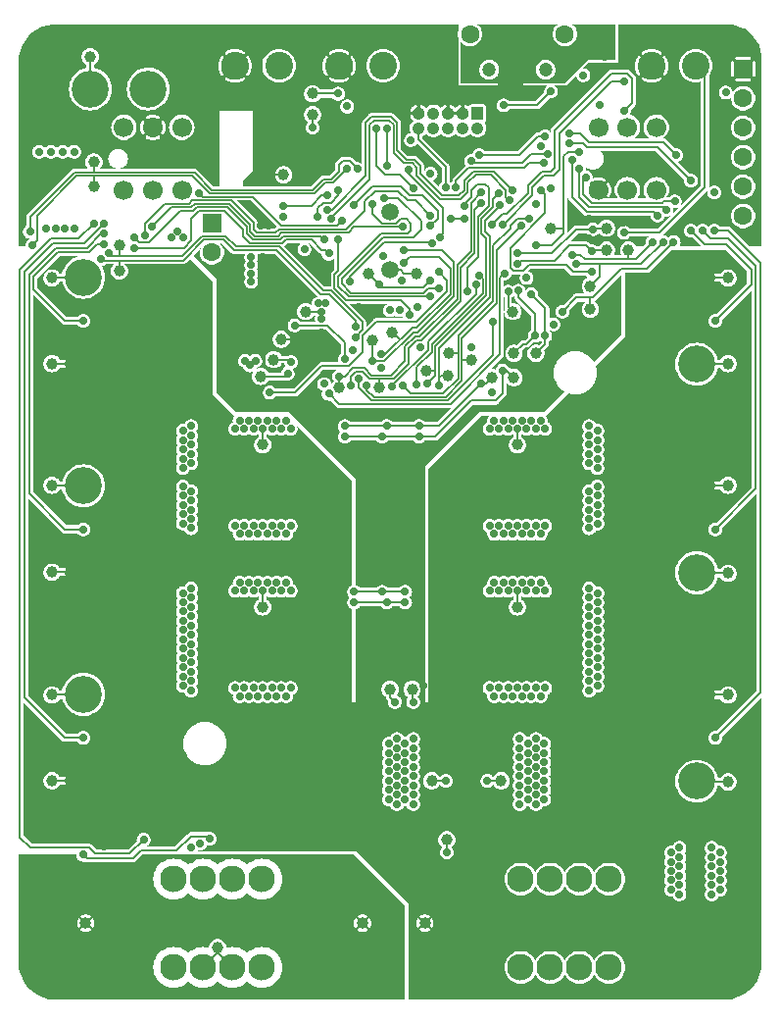
<source format=gbr>
G04 start of page 3 for group 1 idx 1 *
G04 Title: (unknown), bottom *
G04 Creator: pcb 1.99z *
G04 CreationDate: Tue 02 Sep 2014 22:15:35 GMT UTC *
G04 For: rbarlow *
G04 Format: Gerber/RS-274X *
G04 PCB-Dimensions (mm): 85.00 105.00 *
G04 PCB-Coordinate-Origin: lower left *
%MOMM*%
%FSLAX43Y43*%
%LNBOTTOM*%
%ADD78C,0.900*%
%ADD77C,1.450*%
%ADD76C,0.800*%
%ADD75C,0.650*%
%ADD74C,0.300*%
%ADD73C,0.700*%
%ADD72C,1.000*%
%ADD71C,1.700*%
%ADD70C,2.300*%
%ADD69C,1.500*%
%ADD68C,2.400*%
%ADD67C,1.200*%
%ADD66C,1.600*%
%ADD65C,1.050*%
%ADD64C,3.200*%
%ADD63C,2.162*%
%ADD62C,0.150*%
%ADD61C,0.200*%
%ADD60C,0.002*%
G54D60*G36*
X70549Y32402D02*X70600Y32398D01*
X70694Y32406D01*
X70786Y32428D01*
X70873Y32464D01*
X70954Y32513D01*
X71026Y32574D01*
X71087Y32646D01*
X71136Y32727D01*
X71172Y32814D01*
X71194Y32906D01*
X71200Y33000D01*
X71194Y33094D01*
X71193Y33098D01*
X74600Y36505D01*
Y23200D01*
X71593D01*
X71572Y23286D01*
X71536Y23373D01*
X71487Y23454D01*
X71426Y23526D01*
X71354Y23587D01*
X71273Y23636D01*
X71186Y23672D01*
X71094Y23694D01*
X71000Y23702D01*
X70906Y23694D01*
X70872Y23686D01*
X70836Y23773D01*
X70787Y23854D01*
X70726Y23926D01*
X70654Y23987D01*
X70573Y24036D01*
X70549Y24046D01*
Y28238D01*
X70653Y28408D01*
X70765Y28677D01*
X70807Y28850D01*
X71035D01*
X71091Y28758D01*
X71168Y28668D01*
X71258Y28591D01*
X71358Y28530D01*
X71468Y28485D01*
X71582Y28457D01*
X71700Y28448D01*
X71818Y28457D01*
X71932Y28485D01*
X72042Y28530D01*
X72142Y28591D01*
X72232Y28668D01*
X72309Y28758D01*
X72370Y28858D01*
X72415Y28968D01*
X72443Y29082D01*
X72450Y29200D01*
X72443Y29318D01*
X72415Y29432D01*
X72370Y29542D01*
X72309Y29642D01*
X72232Y29732D01*
X72142Y29809D01*
X72042Y29870D01*
X71932Y29915D01*
X71818Y29943D01*
X71700Y29952D01*
X71582Y29943D01*
X71468Y29915D01*
X71358Y29870D01*
X71258Y29809D01*
X71168Y29732D01*
X71091Y29642D01*
X71035Y29550D01*
X70831D01*
X70765Y29823D01*
X70653Y30092D01*
X70549Y30262D01*
Y32402D01*
G37*
G36*
Y50402D02*X70600Y50398D01*
X70694Y50406D01*
X70786Y50428D01*
X70873Y50464D01*
X70954Y50513D01*
X71026Y50574D01*
X71087Y50646D01*
X71136Y50727D01*
X71172Y50814D01*
X71194Y50906D01*
X71200Y51000D01*
X71194Y51094D01*
X71193Y51098D01*
X74150Y54055D01*
Y37045D01*
X70698Y33593D01*
X70694Y33594D01*
X70600Y33602D01*
X70549Y33598D01*
Y36350D01*
X71035D01*
X71091Y36258D01*
X71168Y36168D01*
X71258Y36091D01*
X71358Y36030D01*
X71468Y35985D01*
X71582Y35957D01*
X71700Y35948D01*
X71818Y35957D01*
X71932Y35985D01*
X72042Y36030D01*
X72142Y36091D01*
X72232Y36168D01*
X72309Y36258D01*
X72370Y36358D01*
X72415Y36468D01*
X72443Y36582D01*
X72450Y36700D01*
X72443Y36818D01*
X72415Y36932D01*
X72370Y37042D01*
X72309Y37142D01*
X72232Y37232D01*
X72142Y37309D01*
X72042Y37370D01*
X71932Y37415D01*
X71818Y37443D01*
X71700Y37452D01*
X71582Y37443D01*
X71468Y37415D01*
X71358Y37370D01*
X71258Y37309D01*
X71168Y37232D01*
X71091Y37142D01*
X71035Y37050D01*
X70549D01*
Y46238D01*
X70653Y46408D01*
X70765Y46677D01*
X70807Y46850D01*
X71035D01*
X71091Y46758D01*
X71168Y46668D01*
X71258Y46591D01*
X71358Y46530D01*
X71468Y46485D01*
X71582Y46457D01*
X71700Y46448D01*
X71818Y46457D01*
X71932Y46485D01*
X72042Y46530D01*
X72142Y46591D01*
X72232Y46668D01*
X72309Y46758D01*
X72370Y46858D01*
X72415Y46968D01*
X72443Y47082D01*
X72450Y47200D01*
X72443Y47318D01*
X72415Y47432D01*
X72370Y47542D01*
X72309Y47642D01*
X72232Y47732D01*
X72142Y47809D01*
X72042Y47870D01*
X71932Y47915D01*
X71818Y47943D01*
X71700Y47952D01*
X71582Y47943D01*
X71468Y47915D01*
X71358Y47870D01*
X71258Y47809D01*
X71168Y47732D01*
X71091Y47642D01*
X71035Y47550D01*
X70831D01*
X70765Y47823D01*
X70653Y48092D01*
X70549Y48262D01*
Y50402D01*
G37*
G36*
Y68402D02*X70600Y68398D01*
X70694Y68406D01*
X70786Y68428D01*
X70873Y68464D01*
X70954Y68513D01*
X71026Y68574D01*
X71087Y68646D01*
X71136Y68727D01*
X71172Y68814D01*
X71194Y68906D01*
X71200Y69000D01*
X71194Y69094D01*
X71193Y69098D01*
X73750Y71655D01*
Y54645D01*
X70698Y51593D01*
X70694Y51594D01*
X70600Y51602D01*
X70549Y51598D01*
Y54450D01*
X71035D01*
X71091Y54358D01*
X71168Y54268D01*
X71258Y54191D01*
X71358Y54130D01*
X71468Y54085D01*
X71582Y54057D01*
X71700Y54048D01*
X71818Y54057D01*
X71932Y54085D01*
X72042Y54130D01*
X72142Y54191D01*
X72232Y54268D01*
X72309Y54358D01*
X72370Y54458D01*
X72415Y54568D01*
X72443Y54682D01*
X72450Y54800D01*
X72443Y54918D01*
X72415Y55032D01*
X72370Y55142D01*
X72309Y55242D01*
X72232Y55332D01*
X72142Y55409D01*
X72042Y55470D01*
X71932Y55515D01*
X71818Y55543D01*
X71700Y55552D01*
X71582Y55543D01*
X71468Y55515D01*
X71358Y55470D01*
X71258Y55409D01*
X71168Y55332D01*
X71091Y55242D01*
X71035Y55150D01*
X70549D01*
Y64238D01*
X70653Y64408D01*
X70765Y64677D01*
X70831Y64950D01*
X71035D01*
X71091Y64858D01*
X71168Y64768D01*
X71258Y64691D01*
X71358Y64630D01*
X71468Y64585D01*
X71582Y64557D01*
X71700Y64548D01*
X71818Y64557D01*
X71932Y64585D01*
X72042Y64630D01*
X72142Y64691D01*
X72232Y64768D01*
X72309Y64858D01*
X72370Y64958D01*
X72415Y65068D01*
X72443Y65182D01*
X72450Y65300D01*
X72443Y65418D01*
X72415Y65532D01*
X72370Y65642D01*
X72309Y65742D01*
X72232Y65832D01*
X72142Y65909D01*
X72042Y65970D01*
X71932Y66015D01*
X71818Y66043D01*
X71700Y66052D01*
X71582Y66043D01*
X71468Y66015D01*
X71358Y65970D01*
X71258Y65909D01*
X71168Y65832D01*
X71091Y65742D01*
X71035Y65650D01*
X70807D01*
X70765Y65823D01*
X70653Y66092D01*
X70549Y66262D01*
Y68402D01*
G37*
G36*
Y75100D02*X71505D01*
X73350Y73255D01*
Y72245D01*
X70698Y69593D01*
X70694Y69594D01*
X70600Y69602D01*
X70549Y69598D01*
Y72350D01*
X71035D01*
X71091Y72258D01*
X71168Y72168D01*
X71258Y72091D01*
X71358Y72030D01*
X71468Y71985D01*
X71582Y71957D01*
X71700Y71948D01*
X71818Y71957D01*
X71932Y71985D01*
X72042Y72030D01*
X72142Y72091D01*
X72232Y72168D01*
X72309Y72258D01*
X72370Y72358D01*
X72415Y72468D01*
X72443Y72582D01*
X72450Y72700D01*
X72443Y72818D01*
X72415Y72932D01*
X72370Y73042D01*
X72309Y73142D01*
X72232Y73232D01*
X72142Y73309D01*
X72042Y73370D01*
X71932Y73415D01*
X71818Y73443D01*
X71700Y73452D01*
X71582Y73443D01*
X71468Y73415D01*
X71358Y73370D01*
X71258Y73309D01*
X71168Y73232D01*
X71091Y73142D01*
X71035Y73050D01*
X70549D01*
Y75100D01*
G37*
G36*
X14449Y74550D02*X15573D01*
X15427Y74515D01*
X15158Y74403D01*
X14909Y74251D01*
X14688Y74062D01*
X14499Y73841D01*
X14449Y73760D01*
Y74550D01*
G37*
G36*
X60049Y63487D02*X60153Y63658D01*
X60265Y63927D01*
X60333Y64210D01*
X60350Y64500D01*
X60333Y64790D01*
X60267Y65067D01*
X62800Y67600D01*
Y73150D01*
X64686D01*
X64700Y73149D01*
X64755Y73153D01*
X64755Y73153D01*
X64808Y73166D01*
X64859Y73187D01*
X64906Y73216D01*
X64948Y73252D01*
X64957Y73262D01*
X66795Y75100D01*
X70549D01*
Y73050D01*
X69180D01*
X69159Y73063D01*
X69108Y73084D01*
X69055Y73097D01*
X69000Y73101D01*
X68945Y73097D01*
X68892Y73084D01*
X68841Y73063D01*
X68794Y73034D01*
X68752Y72998D01*
X68716Y72956D01*
X68687Y72909D01*
X68666Y72858D01*
X68653Y72805D01*
X68649Y72750D01*
X68653Y72695D01*
X68666Y72642D01*
X68687Y72591D01*
X68716Y72544D01*
X68753Y72503D01*
X68793Y72462D01*
X68802Y72452D01*
X68844Y72416D01*
X68844Y72416D01*
X68891Y72387D01*
X68942Y72366D01*
X68995Y72353D01*
X69050Y72349D01*
X69064Y72350D01*
X70549D01*
Y69598D01*
X70506Y69594D01*
X70414Y69572D01*
X70327Y69536D01*
X70246Y69487D01*
X70174Y69426D01*
X70113Y69354D01*
X70064Y69273D01*
X70028Y69186D01*
X70006Y69094D01*
X69998Y69000D01*
X70006Y68906D01*
X70028Y68814D01*
X70064Y68727D01*
X70113Y68646D01*
X70174Y68574D01*
X70246Y68513D01*
X70327Y68464D01*
X70414Y68428D01*
X70506Y68406D01*
X70549Y68402D01*
Y66262D01*
X70501Y66341D01*
X70312Y66562D01*
X70091Y66751D01*
X69842Y66903D01*
X69573Y67015D01*
X69290Y67083D01*
X69000Y67106D01*
X68710Y67083D01*
X68427Y67015D01*
X68158Y66903D01*
X67909Y66751D01*
X67688Y66562D01*
X67499Y66341D01*
X67347Y66092D01*
X67235Y65823D01*
X67167Y65540D01*
X67144Y65250D01*
X67167Y64960D01*
X67235Y64677D01*
X67347Y64408D01*
X67499Y64159D01*
X67688Y63938D01*
X67909Y63749D01*
X68158Y63597D01*
X68427Y63485D01*
X68710Y63417D01*
X69000Y63394D01*
X69290Y63417D01*
X69573Y63485D01*
X69842Y63597D01*
X70091Y63749D01*
X70312Y63938D01*
X70501Y64159D01*
X70549Y64238D01*
Y55150D01*
X69064D01*
X69050Y55151D01*
X68995Y55147D01*
X68942Y55134D01*
X68891Y55113D01*
X68844Y55084D01*
X68844Y55084D01*
X68802Y55048D01*
X68793Y55038D01*
X68753Y54997D01*
X68716Y54956D01*
X68687Y54909D01*
X68666Y54858D01*
X68653Y54805D01*
X68649Y54750D01*
X68653Y54695D01*
X68666Y54642D01*
X68687Y54591D01*
X68716Y54544D01*
X68752Y54502D01*
X68794Y54466D01*
X68841Y54437D01*
X68892Y54416D01*
X68945Y54403D01*
X69000Y54399D01*
X69055Y54403D01*
X69108Y54416D01*
X69159Y54437D01*
X69180Y54450D01*
X70549D01*
Y51598D01*
X70506Y51594D01*
X70414Y51572D01*
X70327Y51536D01*
X70246Y51487D01*
X70174Y51426D01*
X70113Y51354D01*
X70064Y51273D01*
X70028Y51186D01*
X70006Y51094D01*
X69998Y51000D01*
X70006Y50906D01*
X70028Y50814D01*
X70064Y50727D01*
X70113Y50646D01*
X70174Y50574D01*
X70246Y50513D01*
X70327Y50464D01*
X70414Y50428D01*
X70506Y50406D01*
X70549Y50402D01*
Y48262D01*
X70501Y48341D01*
X70312Y48562D01*
X70091Y48751D01*
X69842Y48903D01*
X69573Y49015D01*
X69290Y49083D01*
X69000Y49106D01*
X68710Y49083D01*
X68427Y49015D01*
X68158Y48903D01*
X67909Y48751D01*
X67688Y48562D01*
X67499Y48341D01*
X67347Y48092D01*
X67235Y47823D01*
X67167Y47540D01*
X67144Y47250D01*
X67167Y46960D01*
X67235Y46677D01*
X67347Y46408D01*
X67499Y46159D01*
X67688Y45938D01*
X67909Y45749D01*
X68158Y45597D01*
X68427Y45485D01*
X68710Y45417D01*
X69000Y45394D01*
X69290Y45417D01*
X69573Y45485D01*
X69842Y45597D01*
X70091Y45749D01*
X70312Y45938D01*
X70501Y46159D01*
X70549Y46238D01*
Y37050D01*
X69180D01*
X69159Y37063D01*
X69108Y37084D01*
X69055Y37097D01*
X69000Y37101D01*
X68945Y37097D01*
X68892Y37084D01*
X68841Y37063D01*
X68794Y37034D01*
X68752Y36998D01*
X68716Y36956D01*
X68687Y36909D01*
X68666Y36858D01*
X68653Y36805D01*
X68649Y36750D01*
X68653Y36695D01*
X68666Y36642D01*
X68687Y36591D01*
X68716Y36544D01*
X68753Y36503D01*
X68793Y36462D01*
X68802Y36452D01*
X68844Y36416D01*
X68844Y36416D01*
X68891Y36387D01*
X68942Y36366D01*
X68995Y36353D01*
X69050Y36349D01*
X69064Y36350D01*
X70549D01*
Y33598D01*
X70506Y33594D01*
X70414Y33572D01*
X70327Y33536D01*
X70246Y33487D01*
X70174Y33426D01*
X70113Y33354D01*
X70064Y33273D01*
X70028Y33186D01*
X70006Y33094D01*
X69998Y33000D01*
X70006Y32906D01*
X70028Y32814D01*
X70064Y32727D01*
X70113Y32646D01*
X70174Y32574D01*
X70246Y32513D01*
X70327Y32464D01*
X70414Y32428D01*
X70506Y32406D01*
X70549Y32402D01*
Y30262D01*
X70501Y30341D01*
X70312Y30562D01*
X70091Y30751D01*
X69842Y30903D01*
X69573Y31015D01*
X69290Y31083D01*
X69000Y31106D01*
X68710Y31083D01*
X68427Y31015D01*
X68158Y30903D01*
X67909Y30751D01*
X67688Y30562D01*
X67499Y30341D01*
X67347Y30092D01*
X67235Y29823D01*
X67167Y29540D01*
X67144Y29250D01*
X67167Y28960D01*
X67235Y28677D01*
X67347Y28408D01*
X67499Y28159D01*
X67688Y27938D01*
X67909Y27749D01*
X68158Y27597D01*
X68427Y27485D01*
X68710Y27417D01*
X69000Y27394D01*
X69290Y27417D01*
X69573Y27485D01*
X69842Y27597D01*
X70091Y27749D01*
X70312Y27938D01*
X70501Y28159D01*
X70549Y28238D01*
Y24046D01*
X70486Y24072D01*
X70394Y24094D01*
X70300Y24102D01*
X70206Y24094D01*
X70114Y24072D01*
X70027Y24036D01*
X69946Y23987D01*
X69874Y23926D01*
X69813Y23854D01*
X69764Y23773D01*
X69728Y23686D01*
X69706Y23594D01*
X69698Y23500D01*
X69706Y23406D01*
X69728Y23314D01*
X69764Y23227D01*
X69780Y23200D01*
X68020D01*
X68036Y23227D01*
X68072Y23314D01*
X68094Y23406D01*
X68100Y23500D01*
X68094Y23594D01*
X68072Y23686D01*
X68036Y23773D01*
X67987Y23854D01*
X67926Y23926D01*
X67854Y23987D01*
X67773Y24036D01*
X67686Y24072D01*
X67594Y24094D01*
X67500Y24102D01*
X67406Y24094D01*
X67314Y24072D01*
X67227Y24036D01*
X67146Y23987D01*
X67074Y23926D01*
X67013Y23854D01*
X66964Y23773D01*
X66928Y23686D01*
X66894Y23694D01*
X66800Y23702D01*
X66706Y23694D01*
X66614Y23672D01*
X66527Y23636D01*
X66446Y23587D01*
X66374Y23526D01*
X66313Y23454D01*
X66264Y23373D01*
X66228Y23286D01*
X66207Y23200D01*
X60049D01*
Y36610D01*
X60054Y36613D01*
X60126Y36674D01*
X60187Y36746D01*
X60236Y36827D01*
X60272Y36914D01*
X60306Y36906D01*
X60400Y36898D01*
X60494Y36906D01*
X60586Y36928D01*
X60673Y36964D01*
X60754Y37013D01*
X60826Y37074D01*
X60887Y37146D01*
X60936Y37227D01*
X60972Y37314D01*
X60994Y37406D01*
X61000Y37500D01*
X60994Y37594D01*
X60972Y37686D01*
X60936Y37773D01*
X60887Y37854D01*
X60847Y37900D01*
X60887Y37946D01*
X60936Y38027D01*
X60972Y38114D01*
X60994Y38206D01*
X61000Y38300D01*
X60994Y38394D01*
X60972Y38486D01*
X60936Y38573D01*
X60887Y38654D01*
X60847Y38700D01*
X60887Y38746D01*
X60936Y38827D01*
X60972Y38914D01*
X60994Y39006D01*
X61000Y39100D01*
X60994Y39194D01*
X60972Y39286D01*
X60936Y39373D01*
X60887Y39454D01*
X60847Y39500D01*
X60887Y39546D01*
X60936Y39627D01*
X60972Y39714D01*
X60994Y39806D01*
X61000Y39900D01*
X60994Y39994D01*
X60972Y40086D01*
X60936Y40173D01*
X60887Y40254D01*
X60847Y40300D01*
X60887Y40346D01*
X60936Y40427D01*
X60972Y40514D01*
X60994Y40606D01*
X61000Y40700D01*
X60994Y40794D01*
X60972Y40886D01*
X60936Y40973D01*
X60887Y41054D01*
X60847Y41100D01*
X60887Y41146D01*
X60936Y41227D01*
X60972Y41314D01*
X60994Y41406D01*
X61000Y41500D01*
X60994Y41594D01*
X60972Y41686D01*
X60936Y41773D01*
X60887Y41854D01*
X60847Y41900D01*
X60887Y41946D01*
X60936Y42027D01*
X60972Y42114D01*
X60994Y42206D01*
X61000Y42300D01*
X60994Y42394D01*
X60972Y42486D01*
X60936Y42573D01*
X60887Y42654D01*
X60847Y42700D01*
X60887Y42746D01*
X60936Y42827D01*
X60972Y42914D01*
X60994Y43006D01*
X61000Y43100D01*
X60994Y43194D01*
X60972Y43286D01*
X60936Y43373D01*
X60887Y43454D01*
X60847Y43500D01*
X60887Y43546D01*
X60936Y43627D01*
X60972Y43714D01*
X60994Y43806D01*
X61000Y43900D01*
X60994Y43994D01*
X60972Y44086D01*
X60936Y44173D01*
X60887Y44254D01*
X60847Y44300D01*
X60887Y44346D01*
X60936Y44427D01*
X60972Y44514D01*
X60994Y44606D01*
X61000Y44700D01*
X60994Y44794D01*
X60972Y44886D01*
X60936Y44973D01*
X60887Y45054D01*
X60847Y45100D01*
X60887Y45146D01*
X60936Y45227D01*
X60972Y45314D01*
X60994Y45406D01*
X61000Y45500D01*
X60994Y45594D01*
X60972Y45686D01*
X60936Y45773D01*
X60887Y45854D01*
X60826Y45926D01*
X60754Y45987D01*
X60673Y46036D01*
X60586Y46072D01*
X60494Y46094D01*
X60400Y46102D01*
X60306Y46094D01*
X60272Y46086D01*
X60236Y46173D01*
X60187Y46254D01*
X60126Y46326D01*
X60054Y46387D01*
X60049Y46390D01*
Y50610D01*
X60054Y50613D01*
X60126Y50674D01*
X60187Y50746D01*
X60236Y50827D01*
X60272Y50914D01*
X60306Y50906D01*
X60400Y50898D01*
X60494Y50906D01*
X60586Y50928D01*
X60673Y50964D01*
X60754Y51013D01*
X60826Y51074D01*
X60887Y51146D01*
X60936Y51227D01*
X60972Y51314D01*
X60994Y51406D01*
X61000Y51500D01*
X60994Y51594D01*
X60972Y51686D01*
X60936Y51773D01*
X60887Y51854D01*
X60847Y51900D01*
X60887Y51946D01*
X60936Y52027D01*
X60972Y52114D01*
X60994Y52206D01*
X61000Y52300D01*
X60994Y52394D01*
X60972Y52486D01*
X60936Y52573D01*
X60887Y52654D01*
X60847Y52700D01*
X60887Y52746D01*
X60936Y52827D01*
X60972Y52914D01*
X60994Y53006D01*
X61000Y53100D01*
X60994Y53194D01*
X60972Y53286D01*
X60936Y53373D01*
X60887Y53454D01*
X60847Y53500D01*
X60887Y53546D01*
X60936Y53627D01*
X60972Y53714D01*
X60994Y53806D01*
X61000Y53900D01*
X60994Y53994D01*
X60972Y54086D01*
X60936Y54173D01*
X60887Y54254D01*
X60847Y54300D01*
X60887Y54346D01*
X60936Y54427D01*
X60972Y54514D01*
X60994Y54606D01*
X61000Y54700D01*
X60994Y54794D01*
X60972Y54886D01*
X60936Y54973D01*
X60887Y55054D01*
X60826Y55126D01*
X60754Y55187D01*
X60673Y55236D01*
X60586Y55272D01*
X60494Y55294D01*
X60400Y55302D01*
X60306Y55294D01*
X60214Y55272D01*
X60127Y55236D01*
X60049Y55189D01*
Y55811D01*
X60127Y55764D01*
X60214Y55728D01*
X60306Y55706D01*
X60400Y55698D01*
X60494Y55706D01*
X60586Y55728D01*
X60673Y55764D01*
X60754Y55813D01*
X60826Y55874D01*
X60887Y55946D01*
X60936Y56027D01*
X60972Y56114D01*
X60994Y56206D01*
X61000Y56300D01*
X60994Y56394D01*
X60972Y56486D01*
X60936Y56573D01*
X60887Y56654D01*
X60847Y56700D01*
X60887Y56746D01*
X60936Y56827D01*
X60972Y56914D01*
X60994Y57006D01*
X61000Y57100D01*
X60994Y57194D01*
X60972Y57286D01*
X60936Y57373D01*
X60887Y57454D01*
X60847Y57500D01*
X60887Y57546D01*
X60936Y57627D01*
X60972Y57714D01*
X60994Y57806D01*
X61000Y57900D01*
X60994Y57994D01*
X60972Y58086D01*
X60936Y58173D01*
X60887Y58254D01*
X60847Y58300D01*
X60887Y58346D01*
X60936Y58427D01*
X60972Y58514D01*
X60994Y58606D01*
X61000Y58700D01*
X60994Y58794D01*
X60972Y58886D01*
X60936Y58973D01*
X60887Y59054D01*
X60847Y59100D01*
X60887Y59146D01*
X60936Y59227D01*
X60972Y59314D01*
X60994Y59406D01*
X61000Y59500D01*
X60994Y59594D01*
X60972Y59686D01*
X60936Y59773D01*
X60887Y59854D01*
X60826Y59926D01*
X60754Y59987D01*
X60673Y60036D01*
X60586Y60072D01*
X60494Y60094D01*
X60400Y60102D01*
X60306Y60094D01*
X60272Y60086D01*
X60236Y60173D01*
X60187Y60254D01*
X60126Y60326D01*
X60054Y60387D01*
X60049Y60390D01*
Y63487D01*
G37*
G36*
X54749Y59211D02*X54827Y59164D01*
X54914Y59128D01*
X55006Y59106D01*
X55100Y59098D01*
X55194Y59106D01*
X55286Y59128D01*
X55373Y59164D01*
X55454Y59213D01*
X55500Y59253D01*
X55546Y59213D01*
X55627Y59164D01*
X55714Y59128D01*
X55806Y59106D01*
X55900Y59098D01*
X55994Y59106D01*
X56086Y59128D01*
X56173Y59164D01*
X56254Y59213D01*
X56326Y59274D01*
X56387Y59346D01*
X56436Y59427D01*
X56472Y59514D01*
X56494Y59606D01*
X56500Y59700D01*
X56494Y59794D01*
X56472Y59886D01*
X56436Y59973D01*
X56387Y60054D01*
X56326Y60126D01*
X56254Y60187D01*
X56173Y60236D01*
X56086Y60272D01*
X56094Y60306D01*
X56100Y60400D01*
X56094Y60494D01*
X56072Y60586D01*
X56036Y60673D01*
X55987Y60754D01*
X55947Y60800D01*
X56000D01*
X57933Y62733D01*
X58210Y62667D01*
X58500Y62644D01*
X58790Y62667D01*
X59073Y62735D01*
X59342Y62847D01*
X59591Y62999D01*
X59812Y63188D01*
X60001Y63409D01*
X60049Y63487D01*
Y60390D01*
X59973Y60436D01*
X59886Y60472D01*
X59794Y60494D01*
X59700Y60502D01*
X59606Y60494D01*
X59514Y60472D01*
X59427Y60436D01*
X59346Y60387D01*
X59274Y60326D01*
X59213Y60254D01*
X59164Y60173D01*
X59128Y60086D01*
X59106Y59994D01*
X59098Y59900D01*
X59106Y59806D01*
X59128Y59714D01*
X59164Y59627D01*
X59213Y59546D01*
X59253Y59500D01*
X59213Y59454D01*
X59164Y59373D01*
X59128Y59286D01*
X59106Y59194D01*
X59098Y59100D01*
X59106Y59006D01*
X59128Y58914D01*
X59164Y58827D01*
X59213Y58746D01*
X59253Y58700D01*
X59213Y58654D01*
X59164Y58573D01*
X59128Y58486D01*
X59106Y58394D01*
X59098Y58300D01*
X59106Y58206D01*
X59128Y58114D01*
X59164Y58027D01*
X59213Y57946D01*
X59253Y57900D01*
X59213Y57854D01*
X59164Y57773D01*
X59128Y57686D01*
X59106Y57594D01*
X59098Y57500D01*
X59106Y57406D01*
X59128Y57314D01*
X59164Y57227D01*
X59213Y57146D01*
X59253Y57100D01*
X59213Y57054D01*
X59164Y56973D01*
X59128Y56886D01*
X59106Y56794D01*
X59098Y56700D01*
X59106Y56606D01*
X59128Y56514D01*
X59164Y56427D01*
X59213Y56346D01*
X59274Y56274D01*
X59346Y56213D01*
X59427Y56164D01*
X59514Y56128D01*
X59606Y56106D01*
X59700Y56098D01*
X59794Y56106D01*
X59828Y56114D01*
X59864Y56027D01*
X59913Y55946D01*
X59974Y55874D01*
X60046Y55813D01*
X60049Y55811D01*
Y55189D01*
X60046Y55187D01*
X59974Y55126D01*
X59913Y55054D01*
X59864Y54973D01*
X59828Y54886D01*
X59794Y54894D01*
X59700Y54902D01*
X59606Y54894D01*
X59514Y54872D01*
X59427Y54836D01*
X59346Y54787D01*
X59274Y54726D01*
X59213Y54654D01*
X59164Y54573D01*
X59128Y54486D01*
X59106Y54394D01*
X59098Y54300D01*
X59106Y54206D01*
X59128Y54114D01*
X59164Y54027D01*
X59213Y53946D01*
X59253Y53900D01*
X59213Y53854D01*
X59164Y53773D01*
X59128Y53686D01*
X59106Y53594D01*
X59098Y53500D01*
X59106Y53406D01*
X59128Y53314D01*
X59164Y53227D01*
X59213Y53146D01*
X59253Y53100D01*
X59213Y53054D01*
X59164Y52973D01*
X59128Y52886D01*
X59106Y52794D01*
X59098Y52700D01*
X59106Y52606D01*
X59128Y52514D01*
X59164Y52427D01*
X59213Y52346D01*
X59253Y52300D01*
X59213Y52254D01*
X59164Y52173D01*
X59128Y52086D01*
X59106Y51994D01*
X59098Y51900D01*
X59106Y51806D01*
X59128Y51714D01*
X59164Y51627D01*
X59213Y51546D01*
X59253Y51500D01*
X59213Y51454D01*
X59164Y51373D01*
X59128Y51286D01*
X59106Y51194D01*
X59098Y51100D01*
X59106Y51006D01*
X59128Y50914D01*
X59164Y50827D01*
X59213Y50746D01*
X59274Y50674D01*
X59346Y50613D01*
X59427Y50564D01*
X59514Y50528D01*
X59606Y50506D01*
X59700Y50498D01*
X59794Y50506D01*
X59886Y50528D01*
X59973Y50564D01*
X60049Y50610D01*
Y46390D01*
X59973Y46436D01*
X59886Y46472D01*
X59794Y46494D01*
X59700Y46502D01*
X59606Y46494D01*
X59514Y46472D01*
X59427Y46436D01*
X59346Y46387D01*
X59274Y46326D01*
X59213Y46254D01*
X59164Y46173D01*
X59128Y46086D01*
X59106Y45994D01*
X59098Y45900D01*
X59106Y45806D01*
X59128Y45714D01*
X59164Y45627D01*
X59213Y45546D01*
X59253Y45500D01*
X59213Y45454D01*
X59164Y45373D01*
X59128Y45286D01*
X59106Y45194D01*
X59098Y45100D01*
X59106Y45006D01*
X59128Y44914D01*
X59164Y44827D01*
X59213Y44746D01*
X59253Y44700D01*
X59213Y44654D01*
X59164Y44573D01*
X59128Y44486D01*
X59106Y44394D01*
X59098Y44300D01*
X59106Y44206D01*
X59128Y44114D01*
X59164Y44027D01*
X59213Y43946D01*
X59253Y43900D01*
X59213Y43854D01*
X59164Y43773D01*
X59128Y43686D01*
X59106Y43594D01*
X59098Y43500D01*
X59106Y43406D01*
X59128Y43314D01*
X59164Y43227D01*
X59213Y43146D01*
X59253Y43100D01*
X59213Y43054D01*
X59164Y42973D01*
X59128Y42886D01*
X59106Y42794D01*
X59098Y42700D01*
X59106Y42606D01*
X59128Y42514D01*
X59164Y42427D01*
X59213Y42346D01*
X59253Y42300D01*
X59213Y42254D01*
X59164Y42173D01*
X59128Y42086D01*
X59106Y41994D01*
X59098Y41900D01*
X59106Y41806D01*
X59128Y41714D01*
X59164Y41627D01*
X59213Y41546D01*
X59253Y41500D01*
X59213Y41454D01*
X59164Y41373D01*
X59128Y41286D01*
X59106Y41194D01*
X59098Y41100D01*
X59106Y41006D01*
X59128Y40914D01*
X59164Y40827D01*
X59213Y40746D01*
X59253Y40700D01*
X59213Y40654D01*
X59164Y40573D01*
X59128Y40486D01*
X59106Y40394D01*
X59098Y40300D01*
X59106Y40206D01*
X59128Y40114D01*
X59164Y40027D01*
X59213Y39946D01*
X59253Y39900D01*
X59213Y39854D01*
X59164Y39773D01*
X59128Y39686D01*
X59106Y39594D01*
X59098Y39500D01*
X59106Y39406D01*
X59128Y39314D01*
X59164Y39227D01*
X59213Y39146D01*
X59253Y39100D01*
X59213Y39054D01*
X59164Y38973D01*
X59128Y38886D01*
X59106Y38794D01*
X59098Y38700D01*
X59106Y38606D01*
X59128Y38514D01*
X59164Y38427D01*
X59213Y38346D01*
X59253Y38300D01*
X59213Y38254D01*
X59164Y38173D01*
X59128Y38086D01*
X59106Y37994D01*
X59098Y37900D01*
X59106Y37806D01*
X59128Y37714D01*
X59164Y37627D01*
X59213Y37546D01*
X59253Y37500D01*
X59213Y37454D01*
X59164Y37373D01*
X59128Y37286D01*
X59106Y37194D01*
X59098Y37100D01*
X59106Y37006D01*
X59128Y36914D01*
X59164Y36827D01*
X59213Y36746D01*
X59274Y36674D01*
X59346Y36613D01*
X59427Y36564D01*
X59514Y36528D01*
X59606Y36506D01*
X59700Y36498D01*
X59794Y36506D01*
X59886Y36528D01*
X59973Y36564D01*
X60049Y36610D01*
Y23200D01*
X54749D01*
Y26811D01*
X54827Y26764D01*
X54914Y26728D01*
X55006Y26706D01*
X55100Y26698D01*
X55194Y26706D01*
X55286Y26728D01*
X55373Y26764D01*
X55454Y26813D01*
X55526Y26874D01*
X55587Y26946D01*
X55636Y27027D01*
X55672Y27114D01*
X55706Y27106D01*
X55800Y27098D01*
X55894Y27106D01*
X55986Y27128D01*
X56073Y27164D01*
X56154Y27213D01*
X56226Y27274D01*
X56287Y27346D01*
X56336Y27427D01*
X56372Y27514D01*
X56394Y27606D01*
X56400Y27700D01*
X56394Y27794D01*
X56372Y27886D01*
X56336Y27973D01*
X56287Y28054D01*
X56247Y28100D01*
X56287Y28146D01*
X56336Y28227D01*
X56372Y28314D01*
X56394Y28406D01*
X56400Y28500D01*
X56394Y28594D01*
X56372Y28686D01*
X56336Y28773D01*
X56287Y28854D01*
X56247Y28900D01*
X56287Y28946D01*
X56336Y29027D01*
X56372Y29114D01*
X56394Y29206D01*
X56400Y29300D01*
X56394Y29394D01*
X56372Y29486D01*
X56336Y29573D01*
X56287Y29654D01*
X56247Y29700D01*
X56287Y29746D01*
X56336Y29827D01*
X56372Y29914D01*
X56394Y30006D01*
X56400Y30100D01*
X56394Y30194D01*
X56372Y30286D01*
X56336Y30373D01*
X56287Y30454D01*
X56247Y30500D01*
X56287Y30546D01*
X56336Y30627D01*
X56372Y30714D01*
X56394Y30806D01*
X56400Y30900D01*
X56394Y30994D01*
X56372Y31086D01*
X56336Y31173D01*
X56287Y31254D01*
X56247Y31300D01*
X56287Y31346D01*
X56336Y31427D01*
X56372Y31514D01*
X56394Y31606D01*
X56400Y31700D01*
X56394Y31794D01*
X56372Y31886D01*
X56336Y31973D01*
X56287Y32054D01*
X56247Y32100D01*
X56287Y32146D01*
X56336Y32227D01*
X56372Y32314D01*
X56394Y32406D01*
X56400Y32500D01*
X56394Y32594D01*
X56372Y32686D01*
X56336Y32773D01*
X56287Y32854D01*
X56226Y32926D01*
X56154Y32987D01*
X56073Y33036D01*
X55986Y33072D01*
X55894Y33094D01*
X55800Y33102D01*
X55706Y33094D01*
X55672Y33086D01*
X55636Y33173D01*
X55587Y33254D01*
X55526Y33326D01*
X55454Y33387D01*
X55373Y33436D01*
X55286Y33472D01*
X55194Y33494D01*
X55100Y33502D01*
X55006Y33494D01*
X54914Y33472D01*
X54827Y33436D01*
X54749Y33389D01*
Y36002D01*
X54794Y36006D01*
X54886Y36028D01*
X54973Y36064D01*
X55054Y36113D01*
X55100Y36153D01*
X55146Y36113D01*
X55227Y36064D01*
X55314Y36028D01*
X55406Y36006D01*
X55500Y35998D01*
X55594Y36006D01*
X55686Y36028D01*
X55773Y36064D01*
X55854Y36113D01*
X55926Y36174D01*
X55987Y36246D01*
X56036Y36327D01*
X56072Y36414D01*
X56094Y36506D01*
X56100Y36600D01*
X56094Y36694D01*
X56086Y36728D01*
X56173Y36764D01*
X56254Y36813D01*
X56326Y36874D01*
X56387Y36946D01*
X56436Y37027D01*
X56472Y37114D01*
X56494Y37206D01*
X56500Y37300D01*
X56494Y37394D01*
X56472Y37486D01*
X56436Y37573D01*
X56387Y37654D01*
X56326Y37726D01*
X56254Y37787D01*
X56173Y37836D01*
X56086Y37872D01*
X55994Y37894D01*
X55900Y37902D01*
X55806Y37894D01*
X55714Y37872D01*
X55627Y37836D01*
X55546Y37787D01*
X55500Y37747D01*
X55454Y37787D01*
X55373Y37836D01*
X55286Y37872D01*
X55194Y37894D01*
X55100Y37902D01*
X55006Y37894D01*
X54914Y37872D01*
X54827Y37836D01*
X54749Y37789D01*
Y45211D01*
X54827Y45164D01*
X54914Y45128D01*
X55006Y45106D01*
X55100Y45098D01*
X55194Y45106D01*
X55286Y45128D01*
X55373Y45164D01*
X55454Y45213D01*
X55500Y45253D01*
X55546Y45213D01*
X55627Y45164D01*
X55714Y45128D01*
X55806Y45106D01*
X55900Y45098D01*
X55994Y45106D01*
X56086Y45128D01*
X56173Y45164D01*
X56254Y45213D01*
X56326Y45274D01*
X56387Y45346D01*
X56436Y45427D01*
X56472Y45514D01*
X56494Y45606D01*
X56500Y45700D01*
X56494Y45794D01*
X56472Y45886D01*
X56436Y45973D01*
X56387Y46054D01*
X56326Y46126D01*
X56254Y46187D01*
X56173Y46236D01*
X56086Y46272D01*
X56094Y46306D01*
X56100Y46400D01*
X56094Y46494D01*
X56072Y46586D01*
X56036Y46673D01*
X55987Y46754D01*
X55926Y46826D01*
X55854Y46887D01*
X55773Y46936D01*
X55686Y46972D01*
X55594Y46994D01*
X55500Y47002D01*
X55406Y46994D01*
X55314Y46972D01*
X55227Y46936D01*
X55146Y46887D01*
X55100Y46847D01*
X55054Y46887D01*
X54973Y46936D01*
X54886Y46972D01*
X54794Y46994D01*
X54749Y46998D01*
Y50002D01*
X54794Y50006D01*
X54886Y50028D01*
X54973Y50064D01*
X55054Y50113D01*
X55100Y50153D01*
X55146Y50113D01*
X55227Y50064D01*
X55314Y50028D01*
X55406Y50006D01*
X55500Y49998D01*
X55594Y50006D01*
X55686Y50028D01*
X55773Y50064D01*
X55854Y50113D01*
X55926Y50174D01*
X55987Y50246D01*
X56036Y50327D01*
X56072Y50414D01*
X56094Y50506D01*
X56100Y50600D01*
X56094Y50694D01*
X56086Y50728D01*
X56173Y50764D01*
X56254Y50813D01*
X56326Y50874D01*
X56387Y50946D01*
X56436Y51027D01*
X56472Y51114D01*
X56494Y51206D01*
X56500Y51300D01*
X56494Y51394D01*
X56472Y51486D01*
X56436Y51573D01*
X56387Y51654D01*
X56326Y51726D01*
X56254Y51787D01*
X56173Y51836D01*
X56086Y51872D01*
X55994Y51894D01*
X55900Y51902D01*
X55806Y51894D01*
X55714Y51872D01*
X55627Y51836D01*
X55546Y51787D01*
X55500Y51747D01*
X55454Y51787D01*
X55373Y51836D01*
X55286Y51872D01*
X55194Y51894D01*
X55100Y51902D01*
X55006Y51894D01*
X54914Y51872D01*
X54827Y51836D01*
X54749Y51789D01*
Y59211D01*
G37*
G36*
Y46998D02*X54700Y47002D01*
X54606Y46994D01*
X54514Y46972D01*
X54427Y46936D01*
X54346Y46887D01*
X54300Y46847D01*
X54254Y46887D01*
X54173Y46936D01*
X54086Y46972D01*
X53994Y46994D01*
X53900Y47002D01*
X53806Y46994D01*
X53714Y46972D01*
X53627Y46936D01*
X53546Y46887D01*
X53500Y46847D01*
X53454Y46887D01*
X53373Y46936D01*
X53286Y46972D01*
X53194Y46994D01*
X53100Y47002D01*
X53006Y46994D01*
X52914Y46972D01*
X52827Y46936D01*
X52746Y46887D01*
X52700Y46847D01*
X52654Y46887D01*
X52573Y46936D01*
X52486Y46972D01*
X52394Y46994D01*
X52300Y47002D01*
X52206Y46994D01*
X52114Y46972D01*
X52027Y46936D01*
X51946Y46887D01*
X51900Y46847D01*
X51854Y46887D01*
X51773Y46936D01*
X51686Y46972D01*
X51594Y46994D01*
X51574Y46996D01*
Y50004D01*
X51594Y50006D01*
X51686Y50028D01*
X51773Y50064D01*
X51854Y50113D01*
X51900Y50153D01*
X51946Y50113D01*
X52027Y50064D01*
X52114Y50028D01*
X52206Y50006D01*
X52300Y49998D01*
X52394Y50006D01*
X52486Y50028D01*
X52573Y50064D01*
X52654Y50113D01*
X52700Y50153D01*
X52746Y50113D01*
X52827Y50064D01*
X52914Y50028D01*
X53006Y50006D01*
X53100Y49998D01*
X53194Y50006D01*
X53286Y50028D01*
X53373Y50064D01*
X53454Y50113D01*
X53500Y50153D01*
X53546Y50113D01*
X53627Y50064D01*
X53714Y50028D01*
X53806Y50006D01*
X53900Y49998D01*
X53994Y50006D01*
X54086Y50028D01*
X54173Y50064D01*
X54254Y50113D01*
X54300Y50153D01*
X54346Y50113D01*
X54427Y50064D01*
X54514Y50028D01*
X54606Y50006D01*
X54700Y49998D01*
X54749Y50002D01*
Y46998D01*
G37*
G36*
Y37789D02*X54746Y37787D01*
X54700Y37747D01*
X54654Y37787D01*
X54573Y37836D01*
X54486Y37872D01*
X54394Y37894D01*
X54300Y37902D01*
X54206Y37894D01*
X54114Y37872D01*
X54027Y37836D01*
X53946Y37787D01*
X53900Y37747D01*
X53854Y37787D01*
X53773Y37836D01*
X53686Y37872D01*
X53594Y37894D01*
X53500Y37902D01*
X53406Y37894D01*
X53314Y37872D01*
X53227Y37836D01*
X53146Y37787D01*
X53100Y37747D01*
X53054Y37787D01*
X52973Y37836D01*
X52886Y37872D01*
X52794Y37894D01*
X52700Y37902D01*
X52606Y37894D01*
X52514Y37872D01*
X52427Y37836D01*
X52346Y37787D01*
X52300Y37747D01*
X52254Y37787D01*
X52173Y37836D01*
X52086Y37872D01*
X51994Y37894D01*
X51900Y37902D01*
X51806Y37894D01*
X51714Y37872D01*
X51627Y37836D01*
X51574Y37804D01*
Y45196D01*
X51627Y45164D01*
X51714Y45128D01*
X51806Y45106D01*
X51900Y45098D01*
X51994Y45106D01*
X52086Y45128D01*
X52173Y45164D01*
X52254Y45213D01*
X52300Y45253D01*
X52346Y45213D01*
X52427Y45164D01*
X52514Y45128D01*
X52606Y45106D01*
X52700Y45098D01*
X52794Y45106D01*
X52886Y45128D01*
X52973Y45164D01*
X53054Y45213D01*
X53100Y45253D01*
X53146Y45213D01*
X53150Y45211D01*
Y44965D01*
X53058Y44909D01*
X52968Y44832D01*
X52891Y44742D01*
X52830Y44642D01*
X52785Y44532D01*
X52757Y44418D01*
X52748Y44300D01*
X52757Y44182D01*
X52785Y44068D01*
X52830Y43958D01*
X52891Y43858D01*
X52968Y43768D01*
X53058Y43691D01*
X53158Y43630D01*
X53268Y43585D01*
X53382Y43557D01*
X53500Y43548D01*
X53618Y43557D01*
X53732Y43585D01*
X53842Y43630D01*
X53942Y43691D01*
X54032Y43768D01*
X54109Y43858D01*
X54170Y43958D01*
X54215Y44068D01*
X54243Y44182D01*
X54250Y44300D01*
X54243Y44418D01*
X54215Y44532D01*
X54170Y44642D01*
X54109Y44742D01*
X54032Y44832D01*
X53942Y44909D01*
X53850Y44965D01*
Y45211D01*
X53854Y45213D01*
X53900Y45253D01*
X53946Y45213D01*
X54027Y45164D01*
X54114Y45128D01*
X54206Y45106D01*
X54300Y45098D01*
X54394Y45106D01*
X54486Y45128D01*
X54573Y45164D01*
X54654Y45213D01*
X54700Y45253D01*
X54746Y45213D01*
X54749Y45211D01*
Y37789D01*
G37*
G36*
Y23200D02*X51574D01*
Y28763D01*
X51658Y28691D01*
X51758Y28630D01*
X51868Y28585D01*
X51982Y28557D01*
X52100Y28548D01*
X52218Y28557D01*
X52332Y28585D01*
X52442Y28630D01*
X52542Y28691D01*
X52632Y28768D01*
X52709Y28858D01*
X52770Y28958D01*
X52815Y29068D01*
X52843Y29182D01*
X52850Y29300D01*
X52843Y29418D01*
X52815Y29532D01*
X52770Y29642D01*
X52709Y29742D01*
X52632Y29832D01*
X52542Y29909D01*
X52442Y29970D01*
X52332Y30015D01*
X52218Y30043D01*
X52100Y30052D01*
X51982Y30043D01*
X51868Y30015D01*
X51758Y29970D01*
X51658Y29909D01*
X51574Y29837D01*
Y36004D01*
X51594Y36006D01*
X51686Y36028D01*
X51773Y36064D01*
X51854Y36113D01*
X51900Y36153D01*
X51946Y36113D01*
X52027Y36064D01*
X52114Y36028D01*
X52206Y36006D01*
X52300Y35998D01*
X52394Y36006D01*
X52486Y36028D01*
X52573Y36064D01*
X52654Y36113D01*
X52700Y36153D01*
X52746Y36113D01*
X52827Y36064D01*
X52914Y36028D01*
X53006Y36006D01*
X53100Y35998D01*
X53194Y36006D01*
X53286Y36028D01*
X53373Y36064D01*
X53454Y36113D01*
X53500Y36153D01*
X53546Y36113D01*
X53627Y36064D01*
X53714Y36028D01*
X53806Y36006D01*
X53900Y35998D01*
X53994Y36006D01*
X54086Y36028D01*
X54173Y36064D01*
X54254Y36113D01*
X54300Y36153D01*
X54346Y36113D01*
X54427Y36064D01*
X54514Y36028D01*
X54606Y36006D01*
X54700Y35998D01*
X54749Y36002D01*
Y33389D01*
X54746Y33387D01*
X54674Y33326D01*
X54613Y33254D01*
X54564Y33173D01*
X54528Y33086D01*
X54494Y33094D01*
X54400Y33102D01*
X54306Y33094D01*
X54272Y33086D01*
X54236Y33173D01*
X54187Y33254D01*
X54126Y33326D01*
X54054Y33387D01*
X53973Y33436D01*
X53886Y33472D01*
X53794Y33494D01*
X53700Y33502D01*
X53606Y33494D01*
X53514Y33472D01*
X53427Y33436D01*
X53346Y33387D01*
X53274Y33326D01*
X53213Y33254D01*
X53164Y33173D01*
X53128Y33086D01*
X53106Y32994D01*
X53098Y32900D01*
X53106Y32806D01*
X53128Y32714D01*
X53164Y32627D01*
X53213Y32546D01*
X53253Y32500D01*
X53213Y32454D01*
X53164Y32373D01*
X53128Y32286D01*
X53106Y32194D01*
X53098Y32100D01*
X53106Y32006D01*
X53128Y31914D01*
X53164Y31827D01*
X53213Y31746D01*
X53253Y31700D01*
X53213Y31654D01*
X53164Y31573D01*
X53128Y31486D01*
X53106Y31394D01*
X53098Y31300D01*
X53106Y31206D01*
X53128Y31114D01*
X53164Y31027D01*
X53213Y30946D01*
X53253Y30900D01*
X53213Y30854D01*
X53164Y30773D01*
X53128Y30686D01*
X53106Y30594D01*
X53098Y30500D01*
X53106Y30406D01*
X53128Y30314D01*
X53164Y30227D01*
X53213Y30146D01*
X53253Y30100D01*
X53213Y30054D01*
X53164Y29973D01*
X53128Y29886D01*
X53106Y29794D01*
X53098Y29700D01*
X53106Y29606D01*
X53128Y29514D01*
X53164Y29427D01*
X53213Y29346D01*
X53253Y29300D01*
X53213Y29254D01*
X53164Y29173D01*
X53128Y29086D01*
X53106Y28994D01*
X53098Y28900D01*
X53106Y28806D01*
X53128Y28714D01*
X53164Y28627D01*
X53213Y28546D01*
X53253Y28500D01*
X53213Y28454D01*
X53164Y28373D01*
X53128Y28286D01*
X53106Y28194D01*
X53098Y28100D01*
X53106Y28006D01*
X53128Y27914D01*
X53164Y27827D01*
X53213Y27746D01*
X53253Y27700D01*
X53213Y27654D01*
X53164Y27573D01*
X53128Y27486D01*
X53106Y27394D01*
X53098Y27300D01*
X53106Y27206D01*
X53128Y27114D01*
X53164Y27027D01*
X53213Y26946D01*
X53274Y26874D01*
X53346Y26813D01*
X53427Y26764D01*
X53514Y26728D01*
X53606Y26706D01*
X53700Y26698D01*
X53794Y26706D01*
X53886Y26728D01*
X53973Y26764D01*
X54054Y26813D01*
X54126Y26874D01*
X54187Y26946D01*
X54236Y27027D01*
X54272Y27114D01*
X54306Y27106D01*
X54400Y27098D01*
X54494Y27106D01*
X54528Y27114D01*
X54564Y27027D01*
X54613Y26946D01*
X54674Y26874D01*
X54746Y26813D01*
X54749Y26811D01*
Y23200D01*
G37*
G36*
X51574Y59196D02*X51627Y59164D01*
X51714Y59128D01*
X51806Y59106D01*
X51900Y59098D01*
X51994Y59106D01*
X52086Y59128D01*
X52173Y59164D01*
X52254Y59213D01*
X52300Y59253D01*
X52346Y59213D01*
X52427Y59164D01*
X52514Y59128D01*
X52606Y59106D01*
X52700Y59098D01*
X52794Y59106D01*
X52886Y59128D01*
X52973Y59164D01*
X53054Y59213D01*
X53100Y59253D01*
X53146Y59213D01*
X53150Y59211D01*
Y58965D01*
X53058Y58909D01*
X52968Y58832D01*
X52891Y58742D01*
X52830Y58642D01*
X52785Y58532D01*
X52757Y58418D01*
X52748Y58300D01*
X52757Y58182D01*
X52785Y58068D01*
X52830Y57958D01*
X52891Y57858D01*
X52968Y57768D01*
X53058Y57691D01*
X53158Y57630D01*
X53268Y57585D01*
X53382Y57557D01*
X53500Y57548D01*
X53618Y57557D01*
X53732Y57585D01*
X53842Y57630D01*
X53942Y57691D01*
X54032Y57768D01*
X54109Y57858D01*
X54170Y57958D01*
X54215Y58068D01*
X54243Y58182D01*
X54250Y58300D01*
X54243Y58418D01*
X54215Y58532D01*
X54170Y58642D01*
X54109Y58742D01*
X54032Y58832D01*
X53942Y58909D01*
X53850Y58965D01*
Y59211D01*
X53854Y59213D01*
X53900Y59253D01*
X53946Y59213D01*
X54027Y59164D01*
X54114Y59128D01*
X54206Y59106D01*
X54300Y59098D01*
X54394Y59106D01*
X54486Y59128D01*
X54573Y59164D01*
X54654Y59213D01*
X54700Y59253D01*
X54746Y59213D01*
X54749Y59211D01*
Y51789D01*
X54746Y51787D01*
X54700Y51747D01*
X54654Y51787D01*
X54573Y51836D01*
X54486Y51872D01*
X54394Y51894D01*
X54300Y51902D01*
X54206Y51894D01*
X54114Y51872D01*
X54027Y51836D01*
X53946Y51787D01*
X53900Y51747D01*
X53854Y51787D01*
X53773Y51836D01*
X53686Y51872D01*
X53594Y51894D01*
X53500Y51902D01*
X53406Y51894D01*
X53314Y51872D01*
X53227Y51836D01*
X53146Y51787D01*
X53100Y51747D01*
X53054Y51787D01*
X52973Y51836D01*
X52886Y51872D01*
X52794Y51894D01*
X52700Y51902D01*
X52606Y51894D01*
X52514Y51872D01*
X52427Y51836D01*
X52346Y51787D01*
X52300Y51747D01*
X52254Y51787D01*
X52173Y51836D01*
X52086Y51872D01*
X51994Y51894D01*
X51900Y51902D01*
X51806Y51894D01*
X51714Y51872D01*
X51627Y51836D01*
X51574Y51804D01*
Y59196D01*
G37*
G36*
X46624Y57024D02*X50400Y60800D01*
X51053D01*
X51013Y60754D01*
X50964Y60673D01*
X50928Y60586D01*
X50906Y60494D01*
X50898Y60400D01*
X50906Y60306D01*
X50914Y60272D01*
X50827Y60236D01*
X50746Y60187D01*
X50674Y60126D01*
X50613Y60054D01*
X50564Y59973D01*
X50528Y59886D01*
X50506Y59794D01*
X50498Y59700D01*
X50506Y59606D01*
X50528Y59514D01*
X50564Y59427D01*
X50613Y59346D01*
X50674Y59274D01*
X50746Y59213D01*
X50827Y59164D01*
X50914Y59128D01*
X51006Y59106D01*
X51100Y59098D01*
X51194Y59106D01*
X51286Y59128D01*
X51373Y59164D01*
X51454Y59213D01*
X51500Y59253D01*
X51546Y59213D01*
X51574Y59196D01*
Y51804D01*
X51546Y51787D01*
X51500Y51747D01*
X51454Y51787D01*
X51373Y51836D01*
X51286Y51872D01*
X51194Y51894D01*
X51100Y51902D01*
X51006Y51894D01*
X50914Y51872D01*
X50827Y51836D01*
X50746Y51787D01*
X50674Y51726D01*
X50613Y51654D01*
X50564Y51573D01*
X50528Y51486D01*
X50506Y51394D01*
X50498Y51300D01*
X50506Y51206D01*
X50528Y51114D01*
X50564Y51027D01*
X50613Y50946D01*
X50674Y50874D01*
X50746Y50813D01*
X50827Y50764D01*
X50914Y50728D01*
X50906Y50694D01*
X50898Y50600D01*
X50906Y50506D01*
X50928Y50414D01*
X50964Y50327D01*
X51013Y50246D01*
X51074Y50174D01*
X51146Y50113D01*
X51227Y50064D01*
X51314Y50028D01*
X51406Y50006D01*
X51500Y49998D01*
X51574Y50004D01*
Y46996D01*
X51500Y47002D01*
X51406Y46994D01*
X51314Y46972D01*
X51227Y46936D01*
X51146Y46887D01*
X51074Y46826D01*
X51013Y46754D01*
X50964Y46673D01*
X50928Y46586D01*
X50906Y46494D01*
X50898Y46400D01*
X50906Y46306D01*
X50914Y46272D01*
X50827Y46236D01*
X50746Y46187D01*
X50674Y46126D01*
X50613Y46054D01*
X50564Y45973D01*
X50528Y45886D01*
X50506Y45794D01*
X50498Y45700D01*
X50506Y45606D01*
X50528Y45514D01*
X50564Y45427D01*
X50613Y45346D01*
X50674Y45274D01*
X50746Y45213D01*
X50827Y45164D01*
X50914Y45128D01*
X51006Y45106D01*
X51100Y45098D01*
X51194Y45106D01*
X51286Y45128D01*
X51373Y45164D01*
X51454Y45213D01*
X51500Y45253D01*
X51546Y45213D01*
X51574Y45196D01*
Y37804D01*
X51546Y37787D01*
X51500Y37747D01*
X51454Y37787D01*
X51373Y37836D01*
X51286Y37872D01*
X51194Y37894D01*
X51100Y37902D01*
X51006Y37894D01*
X50914Y37872D01*
X50827Y37836D01*
X50746Y37787D01*
X50674Y37726D01*
X50613Y37654D01*
X50564Y37573D01*
X50528Y37486D01*
X50506Y37394D01*
X50498Y37300D01*
X50506Y37206D01*
X50528Y37114D01*
X50564Y37027D01*
X50613Y36946D01*
X50674Y36874D01*
X50746Y36813D01*
X50827Y36764D01*
X50914Y36728D01*
X50906Y36694D01*
X50898Y36600D01*
X50906Y36506D01*
X50928Y36414D01*
X50964Y36327D01*
X51013Y36246D01*
X51074Y36174D01*
X51146Y36113D01*
X51227Y36064D01*
X51314Y36028D01*
X51406Y36006D01*
X51500Y35998D01*
X51574Y36004D01*
Y29837D01*
X51568Y29832D01*
X51491Y29742D01*
X51435Y29650D01*
X51389D01*
X51387Y29654D01*
X51326Y29726D01*
X51254Y29787D01*
X51173Y29836D01*
X51086Y29872D01*
X50994Y29894D01*
X50900Y29902D01*
X50806Y29894D01*
X50714Y29872D01*
X50627Y29836D01*
X50546Y29787D01*
X50474Y29726D01*
X50413Y29654D01*
X50364Y29573D01*
X50328Y29486D01*
X50306Y29394D01*
X50298Y29300D01*
X50306Y29206D01*
X50328Y29114D01*
X50364Y29027D01*
X50413Y28946D01*
X50474Y28874D01*
X50546Y28813D01*
X50627Y28764D01*
X50714Y28728D01*
X50806Y28706D01*
X50900Y28698D01*
X50994Y28706D01*
X51086Y28728D01*
X51173Y28764D01*
X51254Y28813D01*
X51326Y28874D01*
X51387Y28946D01*
X51389Y28950D01*
X51435D01*
X51491Y28858D01*
X51568Y28768D01*
X51574Y28763D01*
Y23200D01*
X47993D01*
X47972Y23286D01*
X47936Y23373D01*
X47887Y23454D01*
X47826Y23526D01*
X47788Y23558D01*
X47842Y23591D01*
X47932Y23668D01*
X48009Y23758D01*
X48070Y23858D01*
X48115Y23968D01*
X48143Y24082D01*
X48150Y24200D01*
X48143Y24318D01*
X48115Y24432D01*
X48070Y24542D01*
X48009Y24642D01*
X47932Y24732D01*
X47842Y24809D01*
X47742Y24870D01*
X47632Y24915D01*
X47518Y24943D01*
X47400Y24952D01*
X47282Y24943D01*
X47168Y24915D01*
X47058Y24870D01*
X46958Y24809D01*
X46868Y24732D01*
X46791Y24642D01*
X46730Y24542D01*
X46685Y24432D01*
X46657Y24318D01*
X46648Y24200D01*
X46657Y24082D01*
X46685Y23968D01*
X46730Y23858D01*
X46791Y23758D01*
X46868Y23668D01*
X46958Y23591D01*
X47012Y23558D01*
X46974Y23526D01*
X46913Y23454D01*
X46864Y23373D01*
X46828Y23286D01*
X46807Y23200D01*
X46624D01*
Y28761D01*
X46632Y28768D01*
X46709Y28858D01*
X46765Y28950D01*
X46811D01*
X46813Y28946D01*
X46874Y28874D01*
X46946Y28813D01*
X47027Y28764D01*
X47114Y28728D01*
X47206Y28706D01*
X47300Y28698D01*
X47394Y28706D01*
X47486Y28728D01*
X47573Y28764D01*
X47654Y28813D01*
X47726Y28874D01*
X47787Y28946D01*
X47836Y29027D01*
X47872Y29114D01*
X47894Y29206D01*
X47900Y29300D01*
X47894Y29394D01*
X47872Y29486D01*
X47836Y29573D01*
X47787Y29654D01*
X47726Y29726D01*
X47654Y29787D01*
X47573Y29836D01*
X47486Y29872D01*
X47394Y29894D01*
X47300Y29902D01*
X47206Y29894D01*
X47114Y29872D01*
X47027Y29836D01*
X46946Y29787D01*
X46874Y29726D01*
X46813Y29654D01*
X46811Y29650D01*
X46765D01*
X46709Y29742D01*
X46632Y29832D01*
X46624Y29839D01*
Y57024D01*
G37*
G36*
X43449Y35858D02*X43472Y35914D01*
X43494Y36006D01*
X43500Y36100D01*
X43898D01*
X43906Y36006D01*
X43928Y35914D01*
X43964Y35827D01*
X44013Y35746D01*
X44074Y35674D01*
X44146Y35613D01*
X44227Y35564D01*
X44314Y35528D01*
X44406Y35506D01*
X44500Y35498D01*
X44594Y35506D01*
X44686Y35528D01*
X44773Y35564D01*
X44854Y35613D01*
X44926Y35674D01*
X44987Y35746D01*
X45036Y35827D01*
X45072Y35914D01*
X45094Y36006D01*
X45100Y36100D01*
X45800D01*
Y56200D01*
X46624Y57024D01*
Y29839D01*
X46542Y29909D01*
X46442Y29970D01*
X46332Y30015D01*
X46218Y30043D01*
X46100Y30052D01*
X45982Y30043D01*
X45868Y30015D01*
X45758Y29970D01*
X45658Y29909D01*
X45568Y29832D01*
X45491Y29742D01*
X45430Y29642D01*
X45385Y29532D01*
X45357Y29418D01*
X45348Y29300D01*
X45357Y29182D01*
X45385Y29068D01*
X45430Y28958D01*
X45491Y28858D01*
X45568Y28768D01*
X45658Y28691D01*
X45758Y28630D01*
X45868Y28585D01*
X45982Y28557D01*
X46100Y28548D01*
X46218Y28557D01*
X46332Y28585D01*
X46442Y28630D01*
X46542Y28691D01*
X46624Y28761D01*
Y23200D01*
X43449D01*
Y26810D01*
X43454Y26813D01*
X43526Y26874D01*
X43587Y26946D01*
X43636Y27027D01*
X43672Y27114D01*
X43706Y27106D01*
X43800Y27098D01*
X43894Y27106D01*
X43928Y27114D01*
X43964Y27027D01*
X44013Y26946D01*
X44074Y26874D01*
X44146Y26813D01*
X44227Y26764D01*
X44314Y26728D01*
X44406Y26706D01*
X44500Y26698D01*
X44594Y26706D01*
X44686Y26728D01*
X44773Y26764D01*
X44854Y26813D01*
X44926Y26874D01*
X44987Y26946D01*
X45036Y27027D01*
X45072Y27114D01*
X45094Y27206D01*
X45100Y27300D01*
X45094Y27394D01*
X45072Y27486D01*
X45036Y27573D01*
X44987Y27654D01*
X44947Y27700D01*
X44987Y27746D01*
X45036Y27827D01*
X45072Y27914D01*
X45094Y28006D01*
X45100Y28100D01*
X45094Y28194D01*
X45072Y28286D01*
X45036Y28373D01*
X44987Y28454D01*
X44947Y28500D01*
X44987Y28546D01*
X45036Y28627D01*
X45072Y28714D01*
X45094Y28806D01*
X45100Y28900D01*
X45094Y28994D01*
X45072Y29086D01*
X45036Y29173D01*
X44987Y29254D01*
X44947Y29300D01*
X44987Y29346D01*
X45036Y29427D01*
X45072Y29514D01*
X45094Y29606D01*
X45100Y29700D01*
X45094Y29794D01*
X45072Y29886D01*
X45036Y29973D01*
X44987Y30054D01*
X44947Y30100D01*
X44987Y30146D01*
X45036Y30227D01*
X45072Y30314D01*
X45094Y30406D01*
X45100Y30500D01*
X45094Y30594D01*
X45072Y30686D01*
X45036Y30773D01*
X44987Y30854D01*
X44947Y30900D01*
X44987Y30946D01*
X45036Y31027D01*
X45072Y31114D01*
X45094Y31206D01*
X45100Y31300D01*
X45094Y31394D01*
X45072Y31486D01*
X45036Y31573D01*
X44987Y31654D01*
X44947Y31700D01*
X44987Y31746D01*
X45036Y31827D01*
X45072Y31914D01*
X45094Y32006D01*
X45100Y32100D01*
X45094Y32194D01*
X45072Y32286D01*
X45036Y32373D01*
X44987Y32454D01*
X44947Y32500D01*
X44987Y32546D01*
X45036Y32627D01*
X45072Y32714D01*
X45094Y32806D01*
X45100Y32900D01*
X45094Y32994D01*
X45072Y33086D01*
X45036Y33173D01*
X44987Y33254D01*
X44926Y33326D01*
X44854Y33387D01*
X44773Y33436D01*
X44686Y33472D01*
X44594Y33494D01*
X44500Y33502D01*
X44406Y33494D01*
X44314Y33472D01*
X44227Y33436D01*
X44146Y33387D01*
X44074Y33326D01*
X44013Y33254D01*
X43964Y33173D01*
X43928Y33086D01*
X43894Y33094D01*
X43800Y33102D01*
X43706Y33094D01*
X43672Y33086D01*
X43636Y33173D01*
X43587Y33254D01*
X43526Y33326D01*
X43454Y33387D01*
X43449Y33390D01*
Y35858D01*
G37*
G36*
X31499Y57548D02*X31500Y57548D01*
X31618Y57557D01*
X31732Y57585D01*
X31842Y57630D01*
X31942Y57691D01*
X32032Y57768D01*
X32109Y57858D01*
X32170Y57958D01*
X32215Y58068D01*
X32243Y58182D01*
X32250Y58300D01*
X32243Y58418D01*
X32215Y58532D01*
X32170Y58642D01*
X32109Y58742D01*
X32032Y58832D01*
X31942Y58909D01*
X31850Y58965D01*
Y59211D01*
X31854Y59213D01*
X31900Y59253D01*
X31946Y59213D01*
X32027Y59164D01*
X32114Y59128D01*
X32206Y59106D01*
X32300Y59098D01*
X32394Y59106D01*
X32486Y59128D01*
X32573Y59164D01*
X32654Y59213D01*
X32700Y59253D01*
X32746Y59213D01*
X32827Y59164D01*
X32914Y59128D01*
X33006Y59106D01*
X33100Y59098D01*
X33194Y59106D01*
X33286Y59128D01*
X33373Y59164D01*
X33454Y59213D01*
X33500Y59253D01*
X33546Y59213D01*
X33627Y59164D01*
X33714Y59128D01*
X33806Y59106D01*
X33900Y59098D01*
X33994Y59106D01*
X34086Y59128D01*
X34173Y59164D01*
X34254Y59213D01*
X34326Y59274D01*
X34387Y59346D01*
X34436Y59427D01*
X34472Y59514D01*
X34494Y59606D01*
X34500Y59700D01*
X34494Y59794D01*
X34472Y59886D01*
X34443Y59957D01*
X39200Y55200D01*
Y46167D01*
X39127Y46136D01*
X39046Y46087D01*
X38974Y46026D01*
X38913Y45954D01*
X38864Y45873D01*
X38828Y45786D01*
X38806Y45694D01*
X38798Y45600D01*
X38806Y45506D01*
X38828Y45414D01*
X38864Y45327D01*
X38913Y45246D01*
X38974Y45174D01*
X39003Y45150D01*
X38974Y45126D01*
X38913Y45054D01*
X38864Y44973D01*
X38828Y44886D01*
X38806Y44794D01*
X38798Y44700D01*
X38806Y44606D01*
X38828Y44514D01*
X38864Y44427D01*
X38913Y44346D01*
X38974Y44274D01*
X39046Y44213D01*
X39127Y44164D01*
X39200Y44133D01*
Y36100D01*
X42298D01*
X42306Y36006D01*
X42328Y35914D01*
X42364Y35827D01*
X42413Y35746D01*
X42474Y35674D01*
X42546Y35613D01*
X42627Y35564D01*
X42714Y35528D01*
X42806Y35506D01*
X42900Y35498D01*
X42994Y35506D01*
X43086Y35528D01*
X43173Y35564D01*
X43254Y35613D01*
X43326Y35674D01*
X43387Y35746D01*
X43436Y35827D01*
X43449Y35858D01*
Y33390D01*
X43373Y33436D01*
X43286Y33472D01*
X43194Y33494D01*
X43100Y33502D01*
X43006Y33494D01*
X42914Y33472D01*
X42827Y33436D01*
X42746Y33387D01*
X42674Y33326D01*
X42613Y33254D01*
X42564Y33173D01*
X42528Y33086D01*
X42494Y33094D01*
X42400Y33102D01*
X42306Y33094D01*
X42214Y33072D01*
X42127Y33036D01*
X42046Y32987D01*
X41974Y32926D01*
X41913Y32854D01*
X41864Y32773D01*
X41828Y32686D01*
X41806Y32594D01*
X41798Y32500D01*
X41806Y32406D01*
X41828Y32314D01*
X41864Y32227D01*
X41913Y32146D01*
X41953Y32100D01*
X41913Y32054D01*
X41864Y31973D01*
X41828Y31886D01*
X41806Y31794D01*
X41798Y31700D01*
X41806Y31606D01*
X41828Y31514D01*
X41864Y31427D01*
X41913Y31346D01*
X41953Y31300D01*
X41913Y31254D01*
X41864Y31173D01*
X41828Y31086D01*
X41806Y30994D01*
X41798Y30900D01*
X41806Y30806D01*
X41828Y30714D01*
X41864Y30627D01*
X41913Y30546D01*
X41953Y30500D01*
X41913Y30454D01*
X41864Y30373D01*
X41828Y30286D01*
X41806Y30194D01*
X41798Y30100D01*
X41806Y30006D01*
X41828Y29914D01*
X41864Y29827D01*
X41913Y29746D01*
X41953Y29700D01*
X41913Y29654D01*
X41864Y29573D01*
X41828Y29486D01*
X41806Y29394D01*
X41798Y29300D01*
X41806Y29206D01*
X41828Y29114D01*
X41864Y29027D01*
X41913Y28946D01*
X41953Y28900D01*
X41913Y28854D01*
X41864Y28773D01*
X41828Y28686D01*
X41806Y28594D01*
X41798Y28500D01*
X41806Y28406D01*
X41828Y28314D01*
X41864Y28227D01*
X41913Y28146D01*
X41953Y28100D01*
X41913Y28054D01*
X41864Y27973D01*
X41828Y27886D01*
X41806Y27794D01*
X41798Y27700D01*
X41806Y27606D01*
X41828Y27514D01*
X41864Y27427D01*
X41913Y27346D01*
X41974Y27274D01*
X42046Y27213D01*
X42127Y27164D01*
X42214Y27128D01*
X42306Y27106D01*
X42400Y27098D01*
X42494Y27106D01*
X42528Y27114D01*
X42564Y27027D01*
X42613Y26946D01*
X42674Y26874D01*
X42746Y26813D01*
X42827Y26764D01*
X42914Y26728D01*
X43006Y26706D01*
X43100Y26698D01*
X43194Y26706D01*
X43286Y26728D01*
X43373Y26764D01*
X43449Y26810D01*
Y23200D01*
X31499D01*
Y36152D01*
X31500Y36153D01*
X31546Y36113D01*
X31627Y36064D01*
X31714Y36028D01*
X31806Y36006D01*
X31900Y35998D01*
X31994Y36006D01*
X32086Y36028D01*
X32173Y36064D01*
X32254Y36113D01*
X32300Y36153D01*
X32346Y36113D01*
X32427Y36064D01*
X32514Y36028D01*
X32606Y36006D01*
X32700Y35998D01*
X32794Y36006D01*
X32886Y36028D01*
X32973Y36064D01*
X33054Y36113D01*
X33100Y36153D01*
X33146Y36113D01*
X33227Y36064D01*
X33314Y36028D01*
X33406Y36006D01*
X33500Y35998D01*
X33594Y36006D01*
X33686Y36028D01*
X33773Y36064D01*
X33854Y36113D01*
X33926Y36174D01*
X33987Y36246D01*
X34036Y36327D01*
X34072Y36414D01*
X34094Y36506D01*
X34100Y36600D01*
X34094Y36694D01*
X34086Y36728D01*
X34173Y36764D01*
X34254Y36813D01*
X34326Y36874D01*
X34387Y36946D01*
X34436Y37027D01*
X34472Y37114D01*
X34494Y37206D01*
X34500Y37300D01*
X34494Y37394D01*
X34472Y37486D01*
X34436Y37573D01*
X34387Y37654D01*
X34326Y37726D01*
X34254Y37787D01*
X34173Y37836D01*
X34086Y37872D01*
X33994Y37894D01*
X33900Y37902D01*
X33806Y37894D01*
X33714Y37872D01*
X33627Y37836D01*
X33546Y37787D01*
X33500Y37747D01*
X33454Y37787D01*
X33373Y37836D01*
X33286Y37872D01*
X33194Y37894D01*
X33100Y37902D01*
X33006Y37894D01*
X32914Y37872D01*
X32827Y37836D01*
X32746Y37787D01*
X32700Y37747D01*
X32654Y37787D01*
X32573Y37836D01*
X32486Y37872D01*
X32394Y37894D01*
X32300Y37902D01*
X32206Y37894D01*
X32114Y37872D01*
X32027Y37836D01*
X31946Y37787D01*
X31900Y37747D01*
X31854Y37787D01*
X31773Y37836D01*
X31686Y37872D01*
X31594Y37894D01*
X31500Y37902D01*
X31499Y37902D01*
Y43548D01*
X31500Y43548D01*
X31618Y43557D01*
X31732Y43585D01*
X31842Y43630D01*
X31942Y43691D01*
X32032Y43768D01*
X32109Y43858D01*
X32170Y43958D01*
X32215Y44068D01*
X32243Y44182D01*
X32250Y44300D01*
X32243Y44418D01*
X32215Y44532D01*
X32170Y44642D01*
X32109Y44742D01*
X32032Y44832D01*
X31942Y44909D01*
X31850Y44965D01*
Y45211D01*
X31854Y45213D01*
X31900Y45253D01*
X31946Y45213D01*
X32027Y45164D01*
X32114Y45128D01*
X32206Y45106D01*
X32300Y45098D01*
X32394Y45106D01*
X32486Y45128D01*
X32573Y45164D01*
X32654Y45213D01*
X32700Y45253D01*
X32746Y45213D01*
X32827Y45164D01*
X32914Y45128D01*
X33006Y45106D01*
X33100Y45098D01*
X33194Y45106D01*
X33286Y45128D01*
X33373Y45164D01*
X33454Y45213D01*
X33500Y45253D01*
X33546Y45213D01*
X33627Y45164D01*
X33714Y45128D01*
X33806Y45106D01*
X33900Y45098D01*
X33994Y45106D01*
X34086Y45128D01*
X34173Y45164D01*
X34254Y45213D01*
X34326Y45274D01*
X34387Y45346D01*
X34436Y45427D01*
X34472Y45514D01*
X34494Y45606D01*
X34500Y45700D01*
X34494Y45794D01*
X34472Y45886D01*
X34436Y45973D01*
X34387Y46054D01*
X34326Y46126D01*
X34254Y46187D01*
X34173Y46236D01*
X34086Y46272D01*
X34094Y46306D01*
X34100Y46400D01*
X34094Y46494D01*
X34072Y46586D01*
X34036Y46673D01*
X33987Y46754D01*
X33926Y46826D01*
X33854Y46887D01*
X33773Y46936D01*
X33686Y46972D01*
X33594Y46994D01*
X33500Y47002D01*
X33406Y46994D01*
X33314Y46972D01*
X33227Y46936D01*
X33146Y46887D01*
X33100Y46847D01*
X33054Y46887D01*
X32973Y46936D01*
X32886Y46972D01*
X32794Y46994D01*
X32700Y47002D01*
X32606Y46994D01*
X32514Y46972D01*
X32427Y46936D01*
X32346Y46887D01*
X32300Y46847D01*
X32254Y46887D01*
X32173Y46936D01*
X32086Y46972D01*
X31994Y46994D01*
X31900Y47002D01*
X31806Y46994D01*
X31714Y46972D01*
X31627Y46936D01*
X31546Y46887D01*
X31500Y46847D01*
X31499Y46848D01*
Y50152D01*
X31500Y50153D01*
X31546Y50113D01*
X31627Y50064D01*
X31714Y50028D01*
X31806Y50006D01*
X31900Y49998D01*
X31994Y50006D01*
X32086Y50028D01*
X32173Y50064D01*
X32254Y50113D01*
X32300Y50153D01*
X32346Y50113D01*
X32427Y50064D01*
X32514Y50028D01*
X32606Y50006D01*
X32700Y49998D01*
X32794Y50006D01*
X32886Y50028D01*
X32973Y50064D01*
X33054Y50113D01*
X33100Y50153D01*
X33146Y50113D01*
X33227Y50064D01*
X33314Y50028D01*
X33406Y50006D01*
X33500Y49998D01*
X33594Y50006D01*
X33686Y50028D01*
X33773Y50064D01*
X33854Y50113D01*
X33926Y50174D01*
X33987Y50246D01*
X34036Y50327D01*
X34072Y50414D01*
X34094Y50506D01*
X34100Y50600D01*
X34094Y50694D01*
X34086Y50728D01*
X34173Y50764D01*
X34254Y50813D01*
X34326Y50874D01*
X34387Y50946D01*
X34436Y51027D01*
X34472Y51114D01*
X34494Y51206D01*
X34500Y51300D01*
X34494Y51394D01*
X34472Y51486D01*
X34436Y51573D01*
X34387Y51654D01*
X34326Y51726D01*
X34254Y51787D01*
X34173Y51836D01*
X34086Y51872D01*
X33994Y51894D01*
X33900Y51902D01*
X33806Y51894D01*
X33714Y51872D01*
X33627Y51836D01*
X33546Y51787D01*
X33500Y51747D01*
X33454Y51787D01*
X33373Y51836D01*
X33286Y51872D01*
X33194Y51894D01*
X33100Y51902D01*
X33006Y51894D01*
X32914Y51872D01*
X32827Y51836D01*
X32746Y51787D01*
X32700Y51747D01*
X32654Y51787D01*
X32573Y51836D01*
X32486Y51872D01*
X32394Y51894D01*
X32300Y51902D01*
X32206Y51894D01*
X32114Y51872D01*
X32027Y51836D01*
X31946Y51787D01*
X31900Y51747D01*
X31854Y51787D01*
X31773Y51836D01*
X31686Y51872D01*
X31594Y51894D01*
X31500Y51902D01*
X31499Y51902D01*
Y57548D01*
G37*
G36*
X24949Y74089D02*X25230Y74370D01*
X27200Y72400D01*
Y62600D01*
X29000Y60800D01*
X29053D01*
X29013Y60754D01*
X28964Y60673D01*
X28928Y60586D01*
X28906Y60494D01*
X28898Y60400D01*
X28906Y60306D01*
X28914Y60272D01*
X28827Y60236D01*
X28746Y60187D01*
X28674Y60126D01*
X28613Y60054D01*
X28564Y59973D01*
X28528Y59886D01*
X28506Y59794D01*
X28498Y59700D01*
X28506Y59606D01*
X28528Y59514D01*
X28564Y59427D01*
X28613Y59346D01*
X28674Y59274D01*
X28746Y59213D01*
X28827Y59164D01*
X28914Y59128D01*
X29006Y59106D01*
X29100Y59098D01*
X29194Y59106D01*
X29286Y59128D01*
X29373Y59164D01*
X29454Y59213D01*
X29500Y59253D01*
X29546Y59213D01*
X29627Y59164D01*
X29714Y59128D01*
X29806Y59106D01*
X29900Y59098D01*
X29994Y59106D01*
X30086Y59128D01*
X30173Y59164D01*
X30254Y59213D01*
X30300Y59253D01*
X30346Y59213D01*
X30427Y59164D01*
X30514Y59128D01*
X30606Y59106D01*
X30700Y59098D01*
X30794Y59106D01*
X30886Y59128D01*
X30973Y59164D01*
X31054Y59213D01*
X31100Y59253D01*
X31146Y59213D01*
X31150Y59211D01*
Y58965D01*
X31058Y58909D01*
X30968Y58832D01*
X30891Y58742D01*
X30830Y58642D01*
X30785Y58532D01*
X30757Y58418D01*
X30748Y58300D01*
X30757Y58182D01*
X30785Y58068D01*
X30830Y57958D01*
X30891Y57858D01*
X30968Y57768D01*
X31058Y57691D01*
X31158Y57630D01*
X31268Y57585D01*
X31382Y57557D01*
X31499Y57548D01*
Y51902D01*
X31406Y51894D01*
X31314Y51872D01*
X31227Y51836D01*
X31146Y51787D01*
X31100Y51747D01*
X31054Y51787D01*
X30973Y51836D01*
X30886Y51872D01*
X30794Y51894D01*
X30700Y51902D01*
X30606Y51894D01*
X30514Y51872D01*
X30427Y51836D01*
X30346Y51787D01*
X30300Y51747D01*
X30254Y51787D01*
X30173Y51836D01*
X30086Y51872D01*
X29994Y51894D01*
X29900Y51902D01*
X29806Y51894D01*
X29714Y51872D01*
X29627Y51836D01*
X29546Y51787D01*
X29500Y51747D01*
X29454Y51787D01*
X29373Y51836D01*
X29286Y51872D01*
X29194Y51894D01*
X29100Y51902D01*
X29006Y51894D01*
X28914Y51872D01*
X28827Y51836D01*
X28746Y51787D01*
X28674Y51726D01*
X28613Y51654D01*
X28564Y51573D01*
X28528Y51486D01*
X28506Y51394D01*
X28498Y51300D01*
X28506Y51206D01*
X28528Y51114D01*
X28564Y51027D01*
X28613Y50946D01*
X28674Y50874D01*
X28746Y50813D01*
X28827Y50764D01*
X28914Y50728D01*
X28906Y50694D01*
X28898Y50600D01*
X28906Y50506D01*
X28928Y50414D01*
X28964Y50327D01*
X29013Y50246D01*
X29074Y50174D01*
X29146Y50113D01*
X29227Y50064D01*
X29314Y50028D01*
X29406Y50006D01*
X29500Y49998D01*
X29594Y50006D01*
X29686Y50028D01*
X29773Y50064D01*
X29854Y50113D01*
X29900Y50153D01*
X29946Y50113D01*
X30027Y50064D01*
X30114Y50028D01*
X30206Y50006D01*
X30300Y49998D01*
X30394Y50006D01*
X30486Y50028D01*
X30573Y50064D01*
X30654Y50113D01*
X30700Y50153D01*
X30746Y50113D01*
X30827Y50064D01*
X30914Y50028D01*
X31006Y50006D01*
X31100Y49998D01*
X31194Y50006D01*
X31286Y50028D01*
X31373Y50064D01*
X31454Y50113D01*
X31499Y50152D01*
Y46848D01*
X31454Y46887D01*
X31373Y46936D01*
X31286Y46972D01*
X31194Y46994D01*
X31100Y47002D01*
X31006Y46994D01*
X30914Y46972D01*
X30827Y46936D01*
X30746Y46887D01*
X30700Y46847D01*
X30654Y46887D01*
X30573Y46936D01*
X30486Y46972D01*
X30394Y46994D01*
X30300Y47002D01*
X30206Y46994D01*
X30114Y46972D01*
X30027Y46936D01*
X29946Y46887D01*
X29900Y46847D01*
X29854Y46887D01*
X29773Y46936D01*
X29686Y46972D01*
X29594Y46994D01*
X29500Y47002D01*
X29406Y46994D01*
X29314Y46972D01*
X29227Y46936D01*
X29146Y46887D01*
X29074Y46826D01*
X29013Y46754D01*
X28964Y46673D01*
X28928Y46586D01*
X28906Y46494D01*
X28898Y46400D01*
X28906Y46306D01*
X28914Y46272D01*
X28827Y46236D01*
X28746Y46187D01*
X28674Y46126D01*
X28613Y46054D01*
X28564Y45973D01*
X28528Y45886D01*
X28506Y45794D01*
X28498Y45700D01*
X28506Y45606D01*
X28528Y45514D01*
X28564Y45427D01*
X28613Y45346D01*
X28674Y45274D01*
X28746Y45213D01*
X28827Y45164D01*
X28914Y45128D01*
X29006Y45106D01*
X29100Y45098D01*
X29194Y45106D01*
X29286Y45128D01*
X29373Y45164D01*
X29454Y45213D01*
X29500Y45253D01*
X29546Y45213D01*
X29627Y45164D01*
X29714Y45128D01*
X29806Y45106D01*
X29900Y45098D01*
X29994Y45106D01*
X30086Y45128D01*
X30173Y45164D01*
X30254Y45213D01*
X30300Y45253D01*
X30346Y45213D01*
X30427Y45164D01*
X30514Y45128D01*
X30606Y45106D01*
X30700Y45098D01*
X30794Y45106D01*
X30886Y45128D01*
X30973Y45164D01*
X31054Y45213D01*
X31100Y45253D01*
X31146Y45213D01*
X31150Y45211D01*
Y44965D01*
X31058Y44909D01*
X30968Y44832D01*
X30891Y44742D01*
X30830Y44642D01*
X30785Y44532D01*
X30757Y44418D01*
X30748Y44300D01*
X30757Y44182D01*
X30785Y44068D01*
X30830Y43958D01*
X30891Y43858D01*
X30968Y43768D01*
X31058Y43691D01*
X31158Y43630D01*
X31268Y43585D01*
X31382Y43557D01*
X31499Y43548D01*
Y37902D01*
X31406Y37894D01*
X31314Y37872D01*
X31227Y37836D01*
X31146Y37787D01*
X31100Y37747D01*
X31054Y37787D01*
X30973Y37836D01*
X30886Y37872D01*
X30794Y37894D01*
X30700Y37902D01*
X30606Y37894D01*
X30514Y37872D01*
X30427Y37836D01*
X30346Y37787D01*
X30300Y37747D01*
X30254Y37787D01*
X30173Y37836D01*
X30086Y37872D01*
X29994Y37894D01*
X29900Y37902D01*
X29806Y37894D01*
X29714Y37872D01*
X29627Y37836D01*
X29546Y37787D01*
X29500Y37747D01*
X29454Y37787D01*
X29373Y37836D01*
X29286Y37872D01*
X29194Y37894D01*
X29100Y37902D01*
X29006Y37894D01*
X28914Y37872D01*
X28827Y37836D01*
X28746Y37787D01*
X28674Y37726D01*
X28613Y37654D01*
X28564Y37573D01*
X28528Y37486D01*
X28506Y37394D01*
X28498Y37300D01*
X28506Y37206D01*
X28528Y37114D01*
X28564Y37027D01*
X28613Y36946D01*
X28674Y36874D01*
X28746Y36813D01*
X28827Y36764D01*
X28914Y36728D01*
X28906Y36694D01*
X28898Y36600D01*
X28906Y36506D01*
X28928Y36414D01*
X28964Y36327D01*
X29013Y36246D01*
X29074Y36174D01*
X29146Y36113D01*
X29227Y36064D01*
X29314Y36028D01*
X29406Y36006D01*
X29500Y35998D01*
X29594Y36006D01*
X29686Y36028D01*
X29773Y36064D01*
X29854Y36113D01*
X29900Y36153D01*
X29946Y36113D01*
X30027Y36064D01*
X30114Y36028D01*
X30206Y36006D01*
X30300Y35998D01*
X30394Y36006D01*
X30486Y36028D01*
X30573Y36064D01*
X30654Y36113D01*
X30700Y36153D01*
X30746Y36113D01*
X30827Y36064D01*
X30914Y36028D01*
X31006Y36006D01*
X31100Y35998D01*
X31194Y36006D01*
X31286Y36028D01*
X31373Y36064D01*
X31454Y36113D01*
X31499Y36152D01*
Y23200D01*
X25820D01*
X25836Y23227D01*
X25872Y23314D01*
X25879Y23342D01*
X25914Y23328D01*
X26006Y23306D01*
X26100Y23298D01*
X26194Y23306D01*
X26286Y23328D01*
X26373Y23364D01*
X26454Y23413D01*
X26526Y23474D01*
X26587Y23546D01*
X26636Y23627D01*
X26672Y23714D01*
X26679Y23742D01*
X26714Y23728D01*
X26806Y23706D01*
X26900Y23698D01*
X26994Y23706D01*
X27086Y23728D01*
X27173Y23764D01*
X27254Y23813D01*
X27326Y23874D01*
X27387Y23946D01*
X27436Y24027D01*
X27472Y24114D01*
X27494Y24206D01*
X27500Y24300D01*
X27494Y24394D01*
X27472Y24486D01*
X27436Y24573D01*
X27387Y24654D01*
X27326Y24726D01*
X27254Y24787D01*
X27173Y24836D01*
X27086Y24872D01*
X26994Y24894D01*
X26900Y24902D01*
X26806Y24894D01*
X26714Y24872D01*
X26660Y24850D01*
X25314D01*
X25300Y24851D01*
X25245Y24847D01*
X25192Y24834D01*
X25141Y24813D01*
X25094Y24784D01*
X25094Y24784D01*
X25052Y24748D01*
X25043Y24738D01*
X24949Y24644D01*
Y31490D01*
X24999Y31409D01*
X25188Y31188D01*
X25409Y30999D01*
X25658Y30847D01*
X25927Y30735D01*
X26210Y30667D01*
X26500Y30644D01*
X26790Y30667D01*
X27073Y30735D01*
X27342Y30847D01*
X27591Y30999D01*
X27812Y31188D01*
X28001Y31409D01*
X28153Y31658D01*
X28265Y31927D01*
X28333Y32210D01*
X28350Y32500D01*
X28333Y32790D01*
X28265Y33073D01*
X28153Y33342D01*
X28001Y33591D01*
X27812Y33812D01*
X27591Y34001D01*
X27342Y34153D01*
X27073Y34265D01*
X26790Y34333D01*
X26500Y34356D01*
X26210Y34333D01*
X25927Y34265D01*
X25658Y34153D01*
X25409Y34001D01*
X25188Y33812D01*
X24999Y33591D01*
X24949Y33510D01*
Y36611D01*
X25027Y36564D01*
X25114Y36528D01*
X25206Y36506D01*
X25300Y36498D01*
X25394Y36506D01*
X25486Y36528D01*
X25573Y36564D01*
X25654Y36613D01*
X25726Y36674D01*
X25787Y36746D01*
X25836Y36827D01*
X25872Y36914D01*
X25894Y37006D01*
X25900Y37100D01*
X25894Y37194D01*
X25872Y37286D01*
X25836Y37373D01*
X25787Y37454D01*
X25747Y37500D01*
X25787Y37546D01*
X25836Y37627D01*
X25872Y37714D01*
X25894Y37806D01*
X25900Y37900D01*
X25894Y37994D01*
X25872Y38086D01*
X25836Y38173D01*
X25787Y38254D01*
X25747Y38300D01*
X25787Y38346D01*
X25836Y38427D01*
X25872Y38514D01*
X25894Y38606D01*
X25900Y38700D01*
X25894Y38794D01*
X25872Y38886D01*
X25836Y38973D01*
X25787Y39054D01*
X25747Y39100D01*
X25787Y39146D01*
X25836Y39227D01*
X25872Y39314D01*
X25894Y39406D01*
X25900Y39500D01*
X25894Y39594D01*
X25872Y39686D01*
X25836Y39773D01*
X25787Y39854D01*
X25747Y39900D01*
X25787Y39946D01*
X25836Y40027D01*
X25872Y40114D01*
X25894Y40206D01*
X25900Y40300D01*
X25894Y40394D01*
X25872Y40486D01*
X25836Y40573D01*
X25787Y40654D01*
X25747Y40700D01*
X25787Y40746D01*
X25836Y40827D01*
X25872Y40914D01*
X25894Y41006D01*
X25900Y41100D01*
X25894Y41194D01*
X25872Y41286D01*
X25836Y41373D01*
X25787Y41454D01*
X25747Y41500D01*
X25787Y41546D01*
X25836Y41627D01*
X25872Y41714D01*
X25894Y41806D01*
X25900Y41900D01*
X25894Y41994D01*
X25872Y42086D01*
X25836Y42173D01*
X25787Y42254D01*
X25747Y42300D01*
X25787Y42346D01*
X25836Y42427D01*
X25872Y42514D01*
X25894Y42606D01*
X25900Y42700D01*
X25894Y42794D01*
X25872Y42886D01*
X25836Y42973D01*
X25787Y43054D01*
X25747Y43100D01*
X25787Y43146D01*
X25836Y43227D01*
X25872Y43314D01*
X25894Y43406D01*
X25900Y43500D01*
X25894Y43594D01*
X25872Y43686D01*
X25836Y43773D01*
X25787Y43854D01*
X25747Y43900D01*
X25787Y43946D01*
X25836Y44027D01*
X25872Y44114D01*
X25894Y44206D01*
X25900Y44300D01*
X25894Y44394D01*
X25872Y44486D01*
X25836Y44573D01*
X25787Y44654D01*
X25747Y44700D01*
X25787Y44746D01*
X25836Y44827D01*
X25872Y44914D01*
X25894Y45006D01*
X25900Y45100D01*
X25894Y45194D01*
X25872Y45286D01*
X25836Y45373D01*
X25787Y45454D01*
X25747Y45500D01*
X25787Y45546D01*
X25836Y45627D01*
X25872Y45714D01*
X25894Y45806D01*
X25900Y45900D01*
X25894Y45994D01*
X25872Y46086D01*
X25836Y46173D01*
X25787Y46254D01*
X25726Y46326D01*
X25654Y46387D01*
X25573Y46436D01*
X25486Y46472D01*
X25394Y46494D01*
X25300Y46502D01*
X25206Y46494D01*
X25114Y46472D01*
X25027Y46436D01*
X24949Y46389D01*
Y50611D01*
X25027Y50564D01*
X25114Y50528D01*
X25206Y50506D01*
X25300Y50498D01*
X25394Y50506D01*
X25486Y50528D01*
X25573Y50564D01*
X25654Y50613D01*
X25726Y50674D01*
X25787Y50746D01*
X25836Y50827D01*
X25872Y50914D01*
X25894Y51006D01*
X25900Y51100D01*
X25894Y51194D01*
X25872Y51286D01*
X25836Y51373D01*
X25787Y51454D01*
X25747Y51500D01*
X25787Y51546D01*
X25836Y51627D01*
X25872Y51714D01*
X25894Y51806D01*
X25900Y51900D01*
X25894Y51994D01*
X25872Y52086D01*
X25836Y52173D01*
X25787Y52254D01*
X25747Y52300D01*
X25787Y52346D01*
X25836Y52427D01*
X25872Y52514D01*
X25894Y52606D01*
X25900Y52700D01*
X25894Y52794D01*
X25872Y52886D01*
X25836Y52973D01*
X25787Y53054D01*
X25747Y53100D01*
X25787Y53146D01*
X25836Y53227D01*
X25872Y53314D01*
X25894Y53406D01*
X25900Y53500D01*
X25894Y53594D01*
X25872Y53686D01*
X25836Y53773D01*
X25787Y53854D01*
X25747Y53900D01*
X25787Y53946D01*
X25836Y54027D01*
X25872Y54114D01*
X25894Y54206D01*
X25900Y54300D01*
X25894Y54394D01*
X25872Y54486D01*
X25836Y54573D01*
X25787Y54654D01*
X25726Y54726D01*
X25654Y54787D01*
X25573Y54836D01*
X25486Y54872D01*
X25394Y54894D01*
X25300Y54902D01*
X25206Y54894D01*
X25172Y54886D01*
X25136Y54973D01*
X25087Y55054D01*
X25026Y55126D01*
X24954Y55187D01*
X24949Y55190D01*
Y55810D01*
X24954Y55813D01*
X25026Y55874D01*
X25087Y55946D01*
X25136Y56027D01*
X25172Y56114D01*
X25206Y56106D01*
X25300Y56098D01*
X25394Y56106D01*
X25486Y56128D01*
X25573Y56164D01*
X25654Y56213D01*
X25726Y56274D01*
X25787Y56346D01*
X25836Y56427D01*
X25872Y56514D01*
X25894Y56606D01*
X25900Y56700D01*
X25894Y56794D01*
X25872Y56886D01*
X25836Y56973D01*
X25787Y57054D01*
X25747Y57100D01*
X25787Y57146D01*
X25836Y57227D01*
X25872Y57314D01*
X25894Y57406D01*
X25900Y57500D01*
X25894Y57594D01*
X25872Y57686D01*
X25836Y57773D01*
X25787Y57854D01*
X25747Y57900D01*
X25787Y57946D01*
X25836Y58027D01*
X25872Y58114D01*
X25894Y58206D01*
X25900Y58300D01*
X25894Y58394D01*
X25872Y58486D01*
X25836Y58573D01*
X25787Y58654D01*
X25747Y58700D01*
X25787Y58746D01*
X25836Y58827D01*
X25872Y58914D01*
X25894Y59006D01*
X25900Y59100D01*
X25894Y59194D01*
X25872Y59286D01*
X25836Y59373D01*
X25787Y59454D01*
X25747Y59500D01*
X25787Y59546D01*
X25836Y59627D01*
X25872Y59714D01*
X25894Y59806D01*
X25900Y59900D01*
X25894Y59994D01*
X25872Y60086D01*
X25836Y60173D01*
X25787Y60254D01*
X25726Y60326D01*
X25654Y60387D01*
X25573Y60436D01*
X25486Y60472D01*
X25394Y60494D01*
X25300Y60502D01*
X25206Y60494D01*
X25114Y60472D01*
X25027Y60436D01*
X24949Y60389D01*
Y74089D01*
G37*
G36*
X14449Y71740D02*X14499Y71659D01*
X14688Y71438D01*
X14909Y71249D01*
X15158Y71097D01*
X15427Y70985D01*
X15710Y70917D01*
X16000Y70894D01*
X16290Y70917D01*
X16573Y70985D01*
X16842Y71097D01*
X17091Y71249D01*
X17312Y71438D01*
X17501Y71659D01*
X17653Y71908D01*
X17765Y72177D01*
X17833Y72460D01*
X17850Y72750D01*
X17833Y73040D01*
X17765Y73323D01*
X17653Y73592D01*
X17585Y73705D01*
X17594Y73706D01*
X17686Y73728D01*
X17773Y73764D01*
X17854Y73813D01*
X17926Y73874D01*
X17926Y73875D01*
X18618D01*
X18568Y73832D01*
X18491Y73742D01*
X18430Y73642D01*
X18385Y73532D01*
X18357Y73418D01*
X18348Y73300D01*
X18357Y73182D01*
X18385Y73068D01*
X18430Y72958D01*
X18491Y72858D01*
X18568Y72768D01*
X18658Y72691D01*
X18758Y72630D01*
X18868Y72585D01*
X18982Y72557D01*
X19100Y72548D01*
X19218Y72557D01*
X19332Y72585D01*
X19442Y72630D01*
X19542Y72691D01*
X19632Y72768D01*
X19709Y72858D01*
X19770Y72958D01*
X19815Y73068D01*
X19843Y73182D01*
X19850Y73300D01*
X19843Y73418D01*
X19815Y73532D01*
X19770Y73642D01*
X19709Y73742D01*
X19632Y73832D01*
X19582Y73875D01*
X24587D01*
X24600Y73874D01*
X24651Y73878D01*
X24651Y73878D01*
X24701Y73890D01*
X24748Y73910D01*
X24792Y73936D01*
X24831Y73969D01*
X24839Y73979D01*
X24949Y74089D01*
Y60389D01*
X24946Y60387D01*
X24874Y60326D01*
X24813Y60254D01*
X24764Y60173D01*
X24728Y60086D01*
X24694Y60094D01*
X24600Y60102D01*
X24506Y60094D01*
X24414Y60072D01*
X24327Y60036D01*
X24246Y59987D01*
X24174Y59926D01*
X24113Y59854D01*
X24064Y59773D01*
X24028Y59686D01*
X24006Y59594D01*
X23998Y59500D01*
X24006Y59406D01*
X24028Y59314D01*
X24064Y59227D01*
X24113Y59146D01*
X24153Y59100D01*
X24113Y59054D01*
X24064Y58973D01*
X24028Y58886D01*
X24006Y58794D01*
X23998Y58700D01*
X24006Y58606D01*
X24028Y58514D01*
X24064Y58427D01*
X24113Y58346D01*
X24153Y58300D01*
X24113Y58254D01*
X24064Y58173D01*
X24028Y58086D01*
X24006Y57994D01*
X23998Y57900D01*
X24006Y57806D01*
X24028Y57714D01*
X24064Y57627D01*
X24113Y57546D01*
X24153Y57500D01*
X24113Y57454D01*
X24064Y57373D01*
X24028Y57286D01*
X24006Y57194D01*
X23998Y57100D01*
X24006Y57006D01*
X24028Y56914D01*
X24064Y56827D01*
X24113Y56746D01*
X24153Y56700D01*
X24113Y56654D01*
X24064Y56573D01*
X24028Y56486D01*
X24006Y56394D01*
X23998Y56300D01*
X24006Y56206D01*
X24028Y56114D01*
X24064Y56027D01*
X24113Y55946D01*
X24174Y55874D01*
X24246Y55813D01*
X24327Y55764D01*
X24414Y55728D01*
X24506Y55706D01*
X24600Y55698D01*
X24694Y55706D01*
X24786Y55728D01*
X24873Y55764D01*
X24949Y55810D01*
Y55190D01*
X24873Y55236D01*
X24786Y55272D01*
X24694Y55294D01*
X24600Y55302D01*
X24506Y55294D01*
X24414Y55272D01*
X24327Y55236D01*
X24246Y55187D01*
X24174Y55126D01*
X24113Y55054D01*
X24064Y54973D01*
X24028Y54886D01*
X24006Y54794D01*
X23998Y54700D01*
X24006Y54606D01*
X24028Y54514D01*
X24064Y54427D01*
X24113Y54346D01*
X24153Y54300D01*
X24113Y54254D01*
X24064Y54173D01*
X24028Y54086D01*
X24006Y53994D01*
X23998Y53900D01*
X24006Y53806D01*
X24028Y53714D01*
X24064Y53627D01*
X24113Y53546D01*
X24153Y53500D01*
X24113Y53454D01*
X24064Y53373D01*
X24028Y53286D01*
X24006Y53194D01*
X23998Y53100D01*
X24006Y53006D01*
X24028Y52914D01*
X24064Y52827D01*
X24113Y52746D01*
X24153Y52700D01*
X24113Y52654D01*
X24064Y52573D01*
X24028Y52486D01*
X24006Y52394D01*
X23998Y52300D01*
X24006Y52206D01*
X24028Y52114D01*
X24064Y52027D01*
X24113Y51946D01*
X24153Y51900D01*
X24113Y51854D01*
X24064Y51773D01*
X24028Y51686D01*
X24006Y51594D01*
X23998Y51500D01*
X24006Y51406D01*
X24028Y51314D01*
X24064Y51227D01*
X24113Y51146D01*
X24174Y51074D01*
X24246Y51013D01*
X24327Y50964D01*
X24414Y50928D01*
X24506Y50906D01*
X24600Y50898D01*
X24694Y50906D01*
X24728Y50914D01*
X24764Y50827D01*
X24813Y50746D01*
X24874Y50674D01*
X24946Y50613D01*
X24949Y50611D01*
Y46389D01*
X24946Y46387D01*
X24874Y46326D01*
X24813Y46254D01*
X24764Y46173D01*
X24728Y46086D01*
X24694Y46094D01*
X24600Y46102D01*
X24506Y46094D01*
X24414Y46072D01*
X24327Y46036D01*
X24246Y45987D01*
X24174Y45926D01*
X24113Y45854D01*
X24064Y45773D01*
X24028Y45686D01*
X24006Y45594D01*
X23998Y45500D01*
X24006Y45406D01*
X24028Y45314D01*
X24064Y45227D01*
X24113Y45146D01*
X24153Y45100D01*
X24113Y45054D01*
X24064Y44973D01*
X24028Y44886D01*
X24006Y44794D01*
X23998Y44700D01*
X24006Y44606D01*
X24028Y44514D01*
X24064Y44427D01*
X24113Y44346D01*
X24153Y44300D01*
X24113Y44254D01*
X24064Y44173D01*
X24028Y44086D01*
X24006Y43994D01*
X23998Y43900D01*
X24006Y43806D01*
X24028Y43714D01*
X24064Y43627D01*
X24113Y43546D01*
X24153Y43500D01*
X24113Y43454D01*
X24064Y43373D01*
X24028Y43286D01*
X24006Y43194D01*
X23998Y43100D01*
X24006Y43006D01*
X24028Y42914D01*
X24064Y42827D01*
X24113Y42746D01*
X24153Y42700D01*
X24113Y42654D01*
X24064Y42573D01*
X24028Y42486D01*
X24006Y42394D01*
X23998Y42300D01*
X24006Y42206D01*
X24028Y42114D01*
X24064Y42027D01*
X24113Y41946D01*
X24153Y41900D01*
X24113Y41854D01*
X24064Y41773D01*
X24028Y41686D01*
X24006Y41594D01*
X23998Y41500D01*
X24006Y41406D01*
X24028Y41314D01*
X24064Y41227D01*
X24113Y41146D01*
X24153Y41100D01*
X24113Y41054D01*
X24064Y40973D01*
X24028Y40886D01*
X24006Y40794D01*
X23998Y40700D01*
X24006Y40606D01*
X24028Y40514D01*
X24064Y40427D01*
X24113Y40346D01*
X24153Y40300D01*
X24113Y40254D01*
X24064Y40173D01*
X24028Y40086D01*
X24006Y39994D01*
X23998Y39900D01*
X24006Y39806D01*
X24028Y39714D01*
X24064Y39627D01*
X24113Y39546D01*
X24153Y39500D01*
X24113Y39454D01*
X24064Y39373D01*
X24028Y39286D01*
X24006Y39194D01*
X23998Y39100D01*
X24006Y39006D01*
X24028Y38914D01*
X24064Y38827D01*
X24113Y38746D01*
X24153Y38700D01*
X24113Y38654D01*
X24064Y38573D01*
X24028Y38486D01*
X24006Y38394D01*
X23998Y38300D01*
X24006Y38206D01*
X24028Y38114D01*
X24064Y38027D01*
X24113Y37946D01*
X24153Y37900D01*
X24113Y37854D01*
X24064Y37773D01*
X24028Y37686D01*
X24006Y37594D01*
X23998Y37500D01*
X24006Y37406D01*
X24028Y37314D01*
X24064Y37227D01*
X24113Y37146D01*
X24174Y37074D01*
X24246Y37013D01*
X24327Y36964D01*
X24414Y36928D01*
X24506Y36906D01*
X24600Y36898D01*
X24694Y36906D01*
X24728Y36914D01*
X24764Y36827D01*
X24813Y36746D01*
X24874Y36674D01*
X24946Y36613D01*
X24949Y36611D01*
Y33510D01*
X24847Y33342D01*
X24735Y33073D01*
X24667Y32790D01*
X24644Y32500D01*
X24667Y32210D01*
X24735Y31927D01*
X24847Y31658D01*
X24949Y31490D01*
Y24644D01*
X23905Y23600D01*
X21224D01*
X21294Y23606D01*
X21386Y23628D01*
X21473Y23664D01*
X21554Y23713D01*
X21626Y23774D01*
X21687Y23846D01*
X21736Y23927D01*
X21772Y24014D01*
X21794Y24106D01*
X21800Y24200D01*
X21794Y24294D01*
X21772Y24386D01*
X21736Y24473D01*
X21687Y24554D01*
X21626Y24626D01*
X21554Y24687D01*
X21473Y24736D01*
X21386Y24772D01*
X21294Y24794D01*
X21200Y24802D01*
X21106Y24794D01*
X21014Y24772D01*
X20927Y24736D01*
X20846Y24687D01*
X20774Y24626D01*
X20713Y24554D01*
X20664Y24473D01*
X20628Y24386D01*
X20606Y24294D01*
X20598Y24200D01*
X20606Y24106D01*
X20607Y24102D01*
X19855Y23350D01*
X17145D01*
X16757Y23738D01*
X16748Y23748D01*
X16706Y23784D01*
X16659Y23813D01*
X16608Y23834D01*
X16555Y23847D01*
X16555Y23847D01*
X16500Y23851D01*
X16486Y23850D01*
X14449D01*
Y28950D01*
X15820D01*
X15841Y28937D01*
X15892Y28916D01*
X15945Y28903D01*
X16000Y28899D01*
X16055Y28903D01*
X16108Y28916D01*
X16159Y28937D01*
X16206Y28966D01*
X16248Y29002D01*
X16284Y29044D01*
X16313Y29091D01*
X16334Y29142D01*
X16347Y29195D01*
X16351Y29250D01*
X16347Y29305D01*
X16334Y29358D01*
X16313Y29409D01*
X16284Y29456D01*
X16247Y29497D01*
X16207Y29538D01*
X16198Y29548D01*
X16156Y29584D01*
X16156Y29584D01*
X16109Y29613D01*
X16058Y29634D01*
X16005Y29647D01*
X15950Y29651D01*
X15936Y29650D01*
X14449D01*
Y32650D01*
X15511D01*
X15513Y32646D01*
X15574Y32574D01*
X15646Y32513D01*
X15727Y32464D01*
X15814Y32428D01*
X15906Y32406D01*
X16000Y32398D01*
X16094Y32406D01*
X16186Y32428D01*
X16273Y32464D01*
X16354Y32513D01*
X16426Y32574D01*
X16487Y32646D01*
X16536Y32727D01*
X16572Y32814D01*
X16594Y32906D01*
X16600Y33000D01*
X16594Y33094D01*
X16572Y33186D01*
X16536Y33273D01*
X16487Y33354D01*
X16426Y33426D01*
X16354Y33487D01*
X16273Y33536D01*
X16186Y33572D01*
X16094Y33594D01*
X16000Y33602D01*
X15906Y33594D01*
X15814Y33572D01*
X15727Y33536D01*
X15646Y33487D01*
X15574Y33426D01*
X15513Y33354D01*
X15511Y33350D01*
X14545D01*
X14449Y33446D01*
Y35740D01*
X14499Y35659D01*
X14688Y35438D01*
X14909Y35249D01*
X15158Y35097D01*
X15427Y34985D01*
X15710Y34917D01*
X16000Y34894D01*
X16290Y34917D01*
X16573Y34985D01*
X16842Y35097D01*
X17091Y35249D01*
X17312Y35438D01*
X17501Y35659D01*
X17653Y35908D01*
X17765Y36177D01*
X17833Y36460D01*
X17850Y36750D01*
X17833Y37040D01*
X17765Y37323D01*
X17653Y37592D01*
X17501Y37841D01*
X17312Y38062D01*
X17091Y38251D01*
X16842Y38403D01*
X16573Y38515D01*
X16290Y38583D01*
X16000Y38606D01*
X15710Y38583D01*
X15427Y38515D01*
X15158Y38403D01*
X14909Y38251D01*
X14688Y38062D01*
X14499Y37841D01*
X14449Y37760D01*
Y46950D01*
X15820D01*
X15841Y46937D01*
X15892Y46916D01*
X15945Y46903D01*
X16000Y46899D01*
X16055Y46903D01*
X16108Y46916D01*
X16159Y46937D01*
X16206Y46966D01*
X16248Y47002D01*
X16284Y47044D01*
X16313Y47091D01*
X16334Y47142D01*
X16347Y47195D01*
X16351Y47250D01*
X16347Y47305D01*
X16334Y47358D01*
X16313Y47409D01*
X16284Y47456D01*
X16247Y47497D01*
X16207Y47538D01*
X16198Y47548D01*
X16156Y47584D01*
X16156Y47584D01*
X16109Y47613D01*
X16058Y47634D01*
X16005Y47647D01*
X15950Y47651D01*
X15936Y47650D01*
X14449D01*
Y50650D01*
X15511D01*
X15513Y50646D01*
X15574Y50574D01*
X15646Y50513D01*
X15727Y50464D01*
X15814Y50428D01*
X15906Y50406D01*
X16000Y50398D01*
X16094Y50406D01*
X16186Y50428D01*
X16273Y50464D01*
X16354Y50513D01*
X16426Y50574D01*
X16487Y50646D01*
X16536Y50727D01*
X16572Y50814D01*
X16594Y50906D01*
X16600Y51000D01*
X16594Y51094D01*
X16572Y51186D01*
X16536Y51273D01*
X16487Y51354D01*
X16426Y51426D01*
X16354Y51487D01*
X16273Y51536D01*
X16186Y51572D01*
X16094Y51594D01*
X16000Y51602D01*
X15906Y51594D01*
X15814Y51572D01*
X15727Y51536D01*
X15646Y51487D01*
X15574Y51426D01*
X15513Y51354D01*
X15511Y51350D01*
X14545D01*
X14449Y51446D01*
Y53740D01*
X14499Y53659D01*
X14688Y53438D01*
X14909Y53249D01*
X15158Y53097D01*
X15427Y52985D01*
X15710Y52917D01*
X16000Y52894D01*
X16290Y52917D01*
X16573Y52985D01*
X16842Y53097D01*
X17091Y53249D01*
X17312Y53438D01*
X17501Y53659D01*
X17653Y53908D01*
X17765Y54177D01*
X17833Y54460D01*
X17850Y54750D01*
X17833Y55040D01*
X17765Y55323D01*
X17653Y55592D01*
X17501Y55841D01*
X17312Y56062D01*
X17091Y56251D01*
X16842Y56403D01*
X16573Y56515D01*
X16290Y56583D01*
X16000Y56606D01*
X15710Y56583D01*
X15427Y56515D01*
X15158Y56403D01*
X14909Y56251D01*
X14688Y56062D01*
X14499Y55841D01*
X14449Y55760D01*
Y64950D01*
X15820D01*
X15841Y64937D01*
X15892Y64916D01*
X15945Y64903D01*
X16000Y64899D01*
X16055Y64903D01*
X16108Y64916D01*
X16159Y64937D01*
X16206Y64966D01*
X16248Y65002D01*
X16284Y65044D01*
X16313Y65091D01*
X16334Y65142D01*
X16347Y65195D01*
X16351Y65250D01*
X16347Y65305D01*
X16334Y65358D01*
X16313Y65409D01*
X16284Y65456D01*
X16247Y65497D01*
X16207Y65538D01*
X16198Y65548D01*
X16156Y65584D01*
X16156Y65584D01*
X16109Y65613D01*
X16058Y65634D01*
X16005Y65647D01*
X15950Y65651D01*
X15936Y65650D01*
X14449D01*
Y68650D01*
X15511D01*
X15513Y68646D01*
X15574Y68574D01*
X15646Y68513D01*
X15727Y68464D01*
X15814Y68428D01*
X15906Y68406D01*
X16000Y68398D01*
X16094Y68406D01*
X16186Y68428D01*
X16273Y68464D01*
X16354Y68513D01*
X16426Y68574D01*
X16487Y68646D01*
X16536Y68727D01*
X16572Y68814D01*
X16594Y68906D01*
X16600Y69000D01*
X16594Y69094D01*
X16572Y69186D01*
X16536Y69273D01*
X16487Y69354D01*
X16426Y69426D01*
X16354Y69487D01*
X16273Y69536D01*
X16186Y69572D01*
X16094Y69594D01*
X16000Y69602D01*
X15906Y69594D01*
X15814Y69572D01*
X15727Y69536D01*
X15646Y69487D01*
X15574Y69426D01*
X15513Y69354D01*
X15511Y69350D01*
X14545D01*
X14449Y69446D01*
Y71740D01*
G37*
G36*
Y51446D02*X11650Y54245D01*
Y71255D01*
X14143Y68762D01*
X14152Y68752D01*
X14194Y68716D01*
X14194Y68716D01*
X14241Y68687D01*
X14292Y68666D01*
X14332Y68656D01*
X14345Y68653D01*
X14345D01*
X14400Y68649D01*
X14414Y68650D01*
X14449D01*
Y65650D01*
X13965D01*
X13909Y65742D01*
X13832Y65832D01*
X13742Y65909D01*
X13642Y65970D01*
X13532Y66015D01*
X13418Y66043D01*
X13300Y66052D01*
X13182Y66043D01*
X13068Y66015D01*
X12958Y65970D01*
X12858Y65909D01*
X12768Y65832D01*
X12691Y65742D01*
X12630Y65642D01*
X12585Y65532D01*
X12557Y65418D01*
X12548Y65300D01*
X12557Y65182D01*
X12585Y65068D01*
X12630Y64958D01*
X12691Y64858D01*
X12768Y64768D01*
X12858Y64691D01*
X12958Y64630D01*
X13068Y64585D01*
X13182Y64557D01*
X13300Y64548D01*
X13418Y64557D01*
X13532Y64585D01*
X13642Y64630D01*
X13742Y64691D01*
X13832Y64768D01*
X13909Y64858D01*
X13965Y64950D01*
X14449D01*
Y55760D01*
X14347Y55592D01*
X14235Y55323D01*
X14193Y55150D01*
X13965D01*
X13909Y55242D01*
X13832Y55332D01*
X13742Y55409D01*
X13642Y55470D01*
X13532Y55515D01*
X13418Y55543D01*
X13300Y55552D01*
X13182Y55543D01*
X13068Y55515D01*
X12958Y55470D01*
X12858Y55409D01*
X12768Y55332D01*
X12691Y55242D01*
X12630Y55142D01*
X12585Y55032D01*
X12557Y54918D01*
X12548Y54800D01*
X12557Y54682D01*
X12585Y54568D01*
X12630Y54458D01*
X12691Y54358D01*
X12768Y54268D01*
X12858Y54191D01*
X12958Y54130D01*
X13068Y54085D01*
X13182Y54057D01*
X13300Y54048D01*
X13418Y54057D01*
X13532Y54085D01*
X13642Y54130D01*
X13742Y54191D01*
X13832Y54268D01*
X13909Y54358D01*
X13965Y54450D01*
X14169D01*
X14235Y54177D01*
X14347Y53908D01*
X14449Y53740D01*
Y51446D01*
G37*
G36*
Y33446D02*X11250Y36645D01*
Y53655D01*
X14143Y50762D01*
X14152Y50752D01*
X14194Y50716D01*
X14194Y50716D01*
X14241Y50687D01*
X14292Y50666D01*
X14332Y50656D01*
X14345Y50653D01*
X14345D01*
X14400Y50649D01*
X14414Y50650D01*
X14449D01*
Y47650D01*
X13965D01*
X13909Y47742D01*
X13832Y47832D01*
X13742Y47909D01*
X13642Y47970D01*
X13532Y48015D01*
X13418Y48043D01*
X13300Y48052D01*
X13182Y48043D01*
X13068Y48015D01*
X12958Y47970D01*
X12858Y47909D01*
X12768Y47832D01*
X12691Y47742D01*
X12630Y47642D01*
X12585Y47532D01*
X12557Y47418D01*
X12548Y47300D01*
X12557Y47182D01*
X12585Y47068D01*
X12630Y46958D01*
X12691Y46858D01*
X12768Y46768D01*
X12858Y46691D01*
X12958Y46630D01*
X13068Y46585D01*
X13182Y46557D01*
X13300Y46548D01*
X13418Y46557D01*
X13532Y46585D01*
X13642Y46630D01*
X13742Y46691D01*
X13832Y46768D01*
X13909Y46858D01*
X13965Y46950D01*
X14449D01*
Y37760D01*
X14347Y37592D01*
X14235Y37323D01*
X14169Y37050D01*
X13965D01*
X13909Y37142D01*
X13832Y37232D01*
X13742Y37309D01*
X13642Y37370D01*
X13532Y37415D01*
X13418Y37443D01*
X13300Y37452D01*
X13182Y37443D01*
X13068Y37415D01*
X12958Y37370D01*
X12858Y37309D01*
X12768Y37232D01*
X12691Y37142D01*
X12630Y37042D01*
X12585Y36932D01*
X12557Y36818D01*
X12548Y36700D01*
X12557Y36582D01*
X12585Y36468D01*
X12630Y36358D01*
X12691Y36258D01*
X12768Y36168D01*
X12858Y36091D01*
X12958Y36030D01*
X13068Y35985D01*
X13182Y35957D01*
X13300Y35948D01*
X13418Y35957D01*
X13532Y35985D01*
X13642Y36030D01*
X13742Y36091D01*
X13832Y36168D01*
X13909Y36258D01*
X13965Y36350D01*
X14193D01*
X14235Y36177D01*
X14347Y35908D01*
X14449Y35740D01*
Y33446D01*
G37*
G36*
Y23850D02*X11545D01*
X10850Y24545D01*
Y36055D01*
X14143Y32762D01*
X14152Y32752D01*
X14194Y32716D01*
X14194Y32716D01*
X14241Y32687D01*
X14292Y32666D01*
X14332Y32656D01*
X14345Y32653D01*
X14345D01*
X14400Y32649D01*
X14414Y32650D01*
X14449D01*
Y29650D01*
X13965D01*
X13909Y29742D01*
X13832Y29832D01*
X13742Y29909D01*
X13642Y29970D01*
X13532Y30015D01*
X13418Y30043D01*
X13300Y30052D01*
X13182Y30043D01*
X13068Y30015D01*
X12958Y29970D01*
X12858Y29909D01*
X12768Y29832D01*
X12691Y29742D01*
X12630Y29642D01*
X12585Y29532D01*
X12557Y29418D01*
X12548Y29300D01*
X12557Y29182D01*
X12585Y29068D01*
X12630Y28958D01*
X12691Y28858D01*
X12768Y28768D01*
X12858Y28691D01*
X12958Y28630D01*
X13068Y28585D01*
X13182Y28557D01*
X13300Y28548D01*
X13418Y28557D01*
X13532Y28585D01*
X13642Y28630D01*
X13742Y28691D01*
X13832Y28768D01*
X13909Y28858D01*
X13965Y28950D01*
X14449D01*
Y23850D01*
G37*
G36*
X14169Y73050D02*X13965D01*
X13909Y73142D01*
X13832Y73232D01*
X13742Y73309D01*
X13642Y73370D01*
X13532Y73415D01*
X13418Y73443D01*
X13300Y73452D01*
X13182Y73443D01*
X13068Y73415D01*
X12958Y73370D01*
X12858Y73309D01*
X12768Y73232D01*
X12691Y73142D01*
X12630Y73042D01*
X12585Y72932D01*
X12557Y72818D01*
X12548Y72700D01*
X12557Y72582D01*
X12585Y72468D01*
X12630Y72358D01*
X12691Y72258D01*
X12768Y72168D01*
X12858Y72091D01*
X12958Y72030D01*
X13068Y71985D01*
X13182Y71957D01*
X13300Y71948D01*
X13418Y71957D01*
X13532Y71985D01*
X13642Y72030D01*
X13742Y72091D01*
X13832Y72168D01*
X13909Y72258D01*
X13965Y72350D01*
X14193D01*
X14235Y72177D01*
X14347Y71908D01*
X14449Y71740D01*
Y69446D01*
X12050Y71845D01*
Y72655D01*
X13945Y74550D01*
X14449D01*
Y73760D01*
X14347Y73592D01*
X14235Y73323D01*
X14169Y73050D01*
G37*
G36*
X45150Y37200D02*X45143Y37318D01*
X45115Y37432D01*
X45070Y37542D01*
X45009Y37642D01*
X44932Y37732D01*
X44842Y37809D01*
X44742Y37870D01*
X44632Y37915D01*
X44518Y37943D01*
X44400Y37952D01*
X44282Y37943D01*
X44168Y37915D01*
X44058Y37870D01*
X43958Y37809D01*
X43868Y37732D01*
X43791Y37642D01*
X43730Y37542D01*
X43685Y37432D01*
X43657Y37318D01*
X43648Y37200D01*
X43657Y37082D01*
X43685Y36968D01*
X43730Y36858D01*
X43791Y36758D01*
X43868Y36668D01*
X43958Y36591D01*
X44050Y36535D01*
Y36497D01*
X44013Y36454D01*
X43964Y36373D01*
X43928Y36286D01*
X43906Y36194D01*
X43898Y36100D01*
X43906Y36006D01*
X43928Y35914D01*
X43964Y35827D01*
X44013Y35746D01*
X44074Y35674D01*
X44146Y35613D01*
X44168Y35600D01*
X43232D01*
X43254Y35613D01*
X43326Y35674D01*
X43387Y35746D01*
X43436Y35827D01*
X43472Y35914D01*
X43494Y36006D01*
X43500Y36100D01*
X43494Y36194D01*
X43472Y36286D01*
X43436Y36373D01*
X43387Y36454D01*
X43326Y36526D01*
X43254Y36587D01*
X43173Y36636D01*
X43086Y36672D01*
X43044Y36682D01*
X43109Y36758D01*
X43170Y36858D01*
X43215Y36968D01*
X43243Y37082D01*
X43250Y37200D01*
X43243Y37318D01*
X43215Y37432D01*
X43170Y37542D01*
X43109Y37642D01*
X43032Y37732D01*
X42942Y37809D01*
X42842Y37870D01*
X42732Y37915D01*
X42618Y37943D01*
X42500Y37952D01*
X42382Y37943D01*
X42268Y37915D01*
X42158Y37870D01*
X42058Y37809D01*
X41968Y37732D01*
X41891Y37642D01*
X41830Y37542D01*
X41785Y37432D01*
X41757Y37318D01*
X41748Y37200D01*
X41757Y37082D01*
X41785Y36968D01*
X41830Y36858D01*
X41891Y36758D01*
X41968Y36668D01*
X42058Y36591D01*
X42150Y36535D01*
Y36514D01*
X42149Y36500D01*
X42153Y36445D01*
Y36445D01*
X42156Y36432D01*
X42166Y36392D01*
X42187Y36341D01*
X42216Y36294D01*
X42216Y36294D01*
X42252Y36252D01*
X42262Y36243D01*
X42307Y36198D01*
X42306Y36194D01*
X42298Y36100D01*
X42306Y36006D01*
X42328Y35914D01*
X42364Y35827D01*
X42413Y35746D01*
X42474Y35674D01*
X42546Y35613D01*
X42568Y35600D01*
X39500D01*
Y44107D01*
X39586Y44128D01*
X39673Y44164D01*
X39754Y44213D01*
X39826Y44274D01*
X39887Y44346D01*
X39889Y44350D01*
X41711D01*
X41713Y44346D01*
X41774Y44274D01*
X41846Y44213D01*
X41927Y44164D01*
X42014Y44128D01*
X42106Y44106D01*
X42200Y44098D01*
X42294Y44106D01*
X42386Y44128D01*
X42473Y44164D01*
X42554Y44213D01*
X42626Y44274D01*
X42687Y44346D01*
X42689Y44350D01*
X43311D01*
X43313Y44346D01*
X43374Y44274D01*
X43446Y44213D01*
X43527Y44164D01*
X43614Y44128D01*
X43706Y44106D01*
X43800Y44098D01*
X43894Y44106D01*
X43986Y44128D01*
X44073Y44164D01*
X44154Y44213D01*
X44226Y44274D01*
X44287Y44346D01*
X44336Y44427D01*
X44372Y44514D01*
X44394Y44606D01*
X44400Y44700D01*
X44394Y44794D01*
X44372Y44886D01*
X44336Y44973D01*
X44287Y45054D01*
X44226Y45126D01*
X44197Y45150D01*
X44226Y45174D01*
X44287Y45246D01*
X44336Y45327D01*
X44372Y45414D01*
X44394Y45506D01*
X44400Y45600D01*
X44394Y45694D01*
X44372Y45786D01*
X44336Y45873D01*
X44287Y45954D01*
X44226Y46026D01*
X44154Y46087D01*
X44073Y46136D01*
X43986Y46172D01*
X43894Y46194D01*
X43800Y46202D01*
X43706Y46194D01*
X43614Y46172D01*
X43527Y46136D01*
X43446Y46087D01*
X43374Y46026D01*
X43313Y45954D01*
X43311Y45950D01*
X42289D01*
X42287Y45954D01*
X42226Y46026D01*
X42154Y46087D01*
X42073Y46136D01*
X41986Y46172D01*
X41894Y46194D01*
X41800Y46202D01*
X41706Y46194D01*
X41614Y46172D01*
X41527Y46136D01*
X41446Y46087D01*
X41374Y46026D01*
X41313Y45954D01*
X41311Y45950D01*
X39889D01*
X39887Y45954D01*
X39826Y46026D01*
X39754Y46087D01*
X39673Y46136D01*
X39586Y46172D01*
X39500Y46193D01*
Y55400D01*
X33300Y61600D01*
X37840D01*
X37861Y61579D01*
X37869Y61569D01*
X37908Y61536D01*
X37908Y61536D01*
X37935Y61520D01*
X37952Y61510D01*
X37999Y61490D01*
X38049Y61478D01*
X38049D01*
X38100Y61474D01*
X38113Y61475D01*
X47687D01*
X47700Y61474D01*
X47751Y61478D01*
X47751Y61478D01*
X47793Y61488D01*
X46555Y60250D01*
X45489D01*
X45487Y60254D01*
X45426Y60326D01*
X45354Y60387D01*
X45273Y60436D01*
X45186Y60472D01*
X45094Y60494D01*
X45000Y60502D01*
X44906Y60494D01*
X44814Y60472D01*
X44727Y60436D01*
X44646Y60387D01*
X44574Y60326D01*
X44513Y60254D01*
X44511Y60250D01*
X42689D01*
X42687Y60254D01*
X42626Y60326D01*
X42554Y60387D01*
X42473Y60436D01*
X42386Y60472D01*
X42294Y60494D01*
X42200Y60502D01*
X42106Y60494D01*
X42014Y60472D01*
X41927Y60436D01*
X41846Y60387D01*
X41774Y60326D01*
X41713Y60254D01*
X41711Y60250D01*
X39089D01*
X39087Y60254D01*
X39026Y60326D01*
X38954Y60387D01*
X38873Y60436D01*
X38786Y60472D01*
X38694Y60494D01*
X38600Y60502D01*
X38506Y60494D01*
X38414Y60472D01*
X38327Y60436D01*
X38246Y60387D01*
X38174Y60326D01*
X38113Y60254D01*
X38064Y60173D01*
X38028Y60086D01*
X38006Y59994D01*
X37998Y59900D01*
X38006Y59806D01*
X38028Y59714D01*
X38064Y59627D01*
X38113Y59546D01*
X38174Y59474D01*
X38203Y59450D01*
X38174Y59426D01*
X38113Y59354D01*
X38064Y59273D01*
X38028Y59186D01*
X38006Y59094D01*
X37998Y59000D01*
X38006Y58906D01*
X38028Y58814D01*
X38064Y58727D01*
X38113Y58646D01*
X38174Y58574D01*
X38246Y58513D01*
X38327Y58464D01*
X38414Y58428D01*
X38506Y58406D01*
X38600Y58398D01*
X38694Y58406D01*
X38786Y58428D01*
X38873Y58464D01*
X38954Y58513D01*
X39026Y58574D01*
X39087Y58646D01*
X39089Y58650D01*
X41311D01*
X41313Y58646D01*
X41374Y58574D01*
X41446Y58513D01*
X41527Y58464D01*
X41614Y58428D01*
X41706Y58406D01*
X41800Y58398D01*
X41894Y58406D01*
X41986Y58428D01*
X42073Y58464D01*
X42154Y58513D01*
X42226Y58574D01*
X42287Y58646D01*
X42289Y58650D01*
X44511D01*
X44513Y58646D01*
X44574Y58574D01*
X44646Y58513D01*
X44727Y58464D01*
X44814Y58428D01*
X44906Y58406D01*
X45000Y58398D01*
X45094Y58406D01*
X45186Y58428D01*
X45273Y58464D01*
X45354Y58513D01*
X45426Y58574D01*
X45487Y58646D01*
X45489Y58650D01*
X46386D01*
X46400Y58649D01*
X46455Y58653D01*
X46455Y58653D01*
X46508Y58666D01*
X46559Y58687D01*
X46606Y58716D01*
X46648Y58752D01*
X46657Y58762D01*
X49495Y61600D01*
X50700D01*
X45500Y56400D01*
Y35600D01*
X44832D01*
X44854Y35613D01*
X44926Y35674D01*
X44987Y35746D01*
X45036Y35827D01*
X45072Y35914D01*
X45094Y36006D01*
X45100Y36100D01*
X45094Y36194D01*
X45072Y36286D01*
X45036Y36373D01*
X44987Y36454D01*
X44926Y36526D01*
X44854Y36587D01*
X44844Y36593D01*
X44932Y36668D01*
X45009Y36758D01*
X45070Y36858D01*
X45115Y36968D01*
X45143Y37082D01*
X45150Y37200D01*
G37*
G36*
X40099Y22201D02*X43800Y18500D01*
Y10400D01*
X40099D01*
Y16248D01*
X40100Y16248D01*
X40218Y16257D01*
X40332Y16285D01*
X40442Y16330D01*
X40542Y16391D01*
X40632Y16468D01*
X40709Y16558D01*
X40770Y16658D01*
X40815Y16768D01*
X40843Y16882D01*
X40850Y17000D01*
X40843Y17118D01*
X40815Y17232D01*
X40770Y17342D01*
X40709Y17442D01*
X40632Y17532D01*
X40542Y17609D01*
X40442Y17670D01*
X40332Y17715D01*
X40218Y17743D01*
X40100Y17752D01*
X40099Y17752D01*
Y22201D01*
G37*
G36*
X27597Y22900D02*X39400D01*
X40099Y22201D01*
Y17752D01*
X39982Y17743D01*
X39868Y17715D01*
X39758Y17670D01*
X39658Y17609D01*
X39568Y17532D01*
X39491Y17442D01*
X39430Y17342D01*
X39385Y17232D01*
X39357Y17118D01*
X39348Y17000D01*
X39357Y16882D01*
X39385Y16768D01*
X39430Y16658D01*
X39491Y16558D01*
X39568Y16468D01*
X39658Y16391D01*
X39758Y16330D01*
X39868Y16285D01*
X39982Y16257D01*
X40099Y16248D01*
Y10400D01*
X27597D01*
Y11971D01*
X27600Y11974D01*
X27625Y11945D01*
X27835Y11765D01*
X28071Y11621D01*
X28326Y11515D01*
X28595Y11451D01*
X28870Y11429D01*
X29145Y11451D01*
X29414Y11515D01*
X29669Y11621D01*
X29905Y11765D01*
X30115Y11945D01*
X30140Y11974D01*
X30165Y11945D01*
X30375Y11765D01*
X30611Y11621D01*
X30866Y11515D01*
X31135Y11451D01*
X31410Y11429D01*
X31685Y11451D01*
X31954Y11515D01*
X32209Y11621D01*
X32445Y11765D01*
X32655Y11945D01*
X32835Y12155D01*
X32979Y12391D01*
X33085Y12646D01*
X33149Y12915D01*
X33166Y13190D01*
X33149Y13465D01*
X33085Y13734D01*
X32979Y13989D01*
X32835Y14225D01*
X32655Y14435D01*
X32445Y14615D01*
X32209Y14759D01*
X31954Y14865D01*
X31685Y14929D01*
X31410Y14951D01*
X31135Y14929D01*
X30866Y14865D01*
X30611Y14759D01*
X30375Y14615D01*
X30165Y14435D01*
X30140Y14406D01*
X30115Y14435D01*
X29905Y14615D01*
X29669Y14759D01*
X29414Y14865D01*
X29145Y14929D01*
X28870Y14951D01*
X28595Y14929D01*
X28348Y14870D01*
X28350Y14900D01*
X28343Y15018D01*
X28315Y15132D01*
X28270Y15242D01*
X28209Y15342D01*
X28132Y15432D01*
X28042Y15509D01*
X27942Y15570D01*
X27832Y15615D01*
X27718Y15643D01*
X27600Y15652D01*
X27597Y15652D01*
Y19591D01*
X27600Y19594D01*
X27625Y19565D01*
X27835Y19385D01*
X28071Y19241D01*
X28326Y19135D01*
X28595Y19071D01*
X28870Y19049D01*
X29145Y19071D01*
X29414Y19135D01*
X29669Y19241D01*
X29905Y19385D01*
X30115Y19565D01*
X30140Y19594D01*
X30165Y19565D01*
X30375Y19385D01*
X30611Y19241D01*
X30866Y19135D01*
X31135Y19071D01*
X31410Y19049D01*
X31685Y19071D01*
X31954Y19135D01*
X32209Y19241D01*
X32445Y19385D01*
X32655Y19565D01*
X32835Y19775D01*
X32979Y20011D01*
X33085Y20266D01*
X33149Y20535D01*
X33166Y20810D01*
X33149Y21085D01*
X33085Y21354D01*
X32979Y21609D01*
X32835Y21845D01*
X32655Y22055D01*
X32445Y22235D01*
X32209Y22379D01*
X31954Y22485D01*
X31685Y22549D01*
X31410Y22571D01*
X31135Y22549D01*
X30866Y22485D01*
X30611Y22379D01*
X30375Y22235D01*
X30165Y22055D01*
X30140Y22026D01*
X30115Y22055D01*
X29905Y22235D01*
X29669Y22379D01*
X29414Y22485D01*
X29145Y22549D01*
X28870Y22571D01*
X28595Y22549D01*
X28326Y22485D01*
X28071Y22379D01*
X27835Y22235D01*
X27625Y22055D01*
X27600Y22026D01*
X27597Y22029D01*
Y22900D01*
G37*
G36*
X16199Y22264D02*X16232Y22256D01*
X16245Y22253D01*
X16245D01*
X16300Y22249D01*
X16314Y22250D01*
X20286D01*
X20300Y22249D01*
X20355Y22253D01*
X20355Y22253D01*
X20408Y22266D01*
X20459Y22287D01*
X20506Y22316D01*
X20548Y22352D01*
X20557Y22362D01*
X21095Y22900D01*
X24036D01*
X24050Y22899D01*
X24064Y22900D01*
X25276D01*
X25300Y22898D01*
X25324Y22900D01*
X27597D01*
Y22029D01*
X27575Y22055D01*
X27365Y22235D01*
X27129Y22379D01*
X26874Y22485D01*
X26605Y22549D01*
X26330Y22571D01*
X26055Y22549D01*
X25786Y22485D01*
X25531Y22379D01*
X25295Y22235D01*
X25085Y22055D01*
X25060Y22026D01*
X25035Y22055D01*
X24825Y22235D01*
X24589Y22379D01*
X24334Y22485D01*
X24065Y22549D01*
X23790Y22571D01*
X23515Y22549D01*
X23246Y22485D01*
X22991Y22379D01*
X22755Y22235D01*
X22545Y22055D01*
X22365Y21845D01*
X22221Y21609D01*
X22115Y21354D01*
X22051Y21085D01*
X22029Y20810D01*
X22051Y20535D01*
X22115Y20266D01*
X22221Y20011D01*
X22365Y19775D01*
X22545Y19565D01*
X22755Y19385D01*
X22991Y19241D01*
X23246Y19135D01*
X23515Y19071D01*
X23790Y19049D01*
X24065Y19071D01*
X24334Y19135D01*
X24589Y19241D01*
X24825Y19385D01*
X25035Y19565D01*
X25060Y19594D01*
X25085Y19565D01*
X25295Y19385D01*
X25531Y19241D01*
X25786Y19135D01*
X26055Y19071D01*
X26330Y19049D01*
X26605Y19071D01*
X26874Y19135D01*
X27129Y19241D01*
X27365Y19385D01*
X27575Y19565D01*
X27597Y19591D01*
Y15652D01*
X27482Y15643D01*
X27368Y15615D01*
X27258Y15570D01*
X27158Y15509D01*
X27068Y15432D01*
X26991Y15342D01*
X26930Y15242D01*
X26885Y15132D01*
X26857Y15018D01*
X26848Y14900D01*
X26850Y14871D01*
X26605Y14929D01*
X26330Y14951D01*
X26055Y14929D01*
X25786Y14865D01*
X25531Y14759D01*
X25295Y14615D01*
X25085Y14435D01*
X25060Y14406D01*
X25035Y14435D01*
X24825Y14615D01*
X24589Y14759D01*
X24334Y14865D01*
X24065Y14929D01*
X23790Y14951D01*
X23515Y14929D01*
X23246Y14865D01*
X22991Y14759D01*
X22755Y14615D01*
X22545Y14435D01*
X22365Y14225D01*
X22221Y13989D01*
X22115Y13734D01*
X22051Y13465D01*
X22029Y13190D01*
X22051Y12915D01*
X22115Y12646D01*
X22221Y12391D01*
X22365Y12155D01*
X22545Y11945D01*
X22755Y11765D01*
X22991Y11621D01*
X23246Y11515D01*
X23515Y11451D01*
X23790Y11429D01*
X24065Y11451D01*
X24334Y11515D01*
X24589Y11621D01*
X24825Y11765D01*
X25035Y11945D01*
X25060Y11974D01*
X25085Y11945D01*
X25295Y11765D01*
X25531Y11621D01*
X25786Y11515D01*
X26055Y11451D01*
X26330Y11429D01*
X26605Y11451D01*
X26874Y11515D01*
X27129Y11621D01*
X27365Y11765D01*
X27575Y11945D01*
X27597Y11971D01*
Y10400D01*
X16199D01*
Y16248D01*
X16200Y16248D01*
X16318Y16257D01*
X16432Y16285D01*
X16542Y16330D01*
X16642Y16391D01*
X16732Y16468D01*
X16809Y16558D01*
X16870Y16658D01*
X16915Y16768D01*
X16943Y16882D01*
X16950Y17000D01*
X16943Y17118D01*
X16915Y17232D01*
X16870Y17342D01*
X16809Y17442D01*
X16732Y17532D01*
X16642Y17609D01*
X16542Y17670D01*
X16432Y17715D01*
X16318Y17743D01*
X16200Y17752D01*
X16199Y17752D01*
Y22264D01*
G37*
G36*
X10400Y22900D02*X15398D01*
X15406Y22806D01*
X15428Y22714D01*
X15464Y22627D01*
X15513Y22546D01*
X15574Y22474D01*
X15646Y22413D01*
X15727Y22364D01*
X15814Y22328D01*
X15906Y22306D01*
X16000Y22298D01*
X16094Y22306D01*
X16106Y22308D01*
X16141Y22287D01*
X16192Y22266D01*
X16199Y22264D01*
Y17752D01*
X16082Y17743D01*
X15968Y17715D01*
X15858Y17670D01*
X15758Y17609D01*
X15668Y17532D01*
X15591Y17442D01*
X15530Y17342D01*
X15485Y17232D01*
X15457Y17118D01*
X15448Y17000D01*
X15457Y16882D01*
X15485Y16768D01*
X15530Y16658D01*
X15591Y16558D01*
X15668Y16468D01*
X15758Y16391D01*
X15858Y16330D01*
X15968Y16285D01*
X16082Y16257D01*
X16199Y16248D01*
Y10400D01*
X12900D01*
X12000Y10800D01*
X11200Y11400D01*
X10800Y12000D01*
X10400Y13000D01*
Y22900D01*
G37*
G36*
X57598Y23400D02*X66280D01*
X66264Y23373D01*
X66228Y23286D01*
X66206Y23194D01*
X66198Y23100D01*
X66206Y23006D01*
X66228Y22914D01*
X66264Y22827D01*
X66313Y22746D01*
X66353Y22700D01*
X66313Y22654D01*
X66264Y22573D01*
X66228Y22486D01*
X66206Y22394D01*
X66198Y22300D01*
X66206Y22206D01*
X66228Y22114D01*
X66264Y22027D01*
X66313Y21946D01*
X66353Y21900D01*
X66313Y21854D01*
X66264Y21773D01*
X66228Y21686D01*
X66206Y21594D01*
X66198Y21500D01*
X66206Y21406D01*
X66228Y21314D01*
X66264Y21227D01*
X66313Y21146D01*
X66353Y21100D01*
X66313Y21054D01*
X66264Y20973D01*
X66228Y20886D01*
X66206Y20794D01*
X66198Y20700D01*
X66206Y20606D01*
X66228Y20514D01*
X66264Y20427D01*
X66313Y20346D01*
X66353Y20300D01*
X66313Y20254D01*
X66264Y20173D01*
X66228Y20086D01*
X66206Y19994D01*
X66198Y19900D01*
X66206Y19806D01*
X66228Y19714D01*
X66264Y19627D01*
X66313Y19546D01*
X66374Y19474D01*
X66446Y19413D01*
X66527Y19364D01*
X66614Y19328D01*
X66706Y19306D01*
X66800Y19298D01*
X66894Y19306D01*
X66928Y19314D01*
X66964Y19227D01*
X67013Y19146D01*
X67074Y19074D01*
X67146Y19013D01*
X67227Y18964D01*
X67314Y18928D01*
X67406Y18906D01*
X67500Y18898D01*
X67594Y18906D01*
X67686Y18928D01*
X67773Y18964D01*
X67854Y19013D01*
X67926Y19074D01*
X67987Y19146D01*
X68036Y19227D01*
X68072Y19314D01*
X68094Y19406D01*
X68100Y19500D01*
X68094Y19594D01*
X68072Y19686D01*
X68036Y19773D01*
X67987Y19854D01*
X67947Y19900D01*
X67987Y19946D01*
X68036Y20027D01*
X68072Y20114D01*
X68094Y20206D01*
X68100Y20300D01*
X68094Y20394D01*
X68072Y20486D01*
X68036Y20573D01*
X67987Y20654D01*
X67947Y20700D01*
X67987Y20746D01*
X68036Y20827D01*
X68072Y20914D01*
X68094Y21006D01*
X68100Y21100D01*
X68094Y21194D01*
X68072Y21286D01*
X68036Y21373D01*
X67987Y21454D01*
X67947Y21500D01*
X67987Y21546D01*
X68036Y21627D01*
X68072Y21714D01*
X68094Y21806D01*
X68100Y21900D01*
X68094Y21994D01*
X68072Y22086D01*
X68036Y22173D01*
X67987Y22254D01*
X67947Y22300D01*
X67987Y22346D01*
X68036Y22427D01*
X68072Y22514D01*
X68094Y22606D01*
X68100Y22700D01*
X68094Y22794D01*
X68072Y22886D01*
X68036Y22973D01*
X67987Y23054D01*
X67947Y23100D01*
X67987Y23146D01*
X68036Y23227D01*
X68072Y23314D01*
X68093Y23400D01*
X69707D01*
X69728Y23314D01*
X69764Y23227D01*
X69813Y23146D01*
X69853Y23100D01*
X69813Y23054D01*
X69764Y22973D01*
X69728Y22886D01*
X69706Y22794D01*
X69698Y22700D01*
X69706Y22606D01*
X69728Y22514D01*
X69764Y22427D01*
X69813Y22346D01*
X69853Y22300D01*
X69813Y22254D01*
X69764Y22173D01*
X69728Y22086D01*
X69706Y21994D01*
X69698Y21900D01*
X69706Y21806D01*
X69728Y21714D01*
X69764Y21627D01*
X69813Y21546D01*
X69853Y21500D01*
X69813Y21454D01*
X69764Y21373D01*
X69728Y21286D01*
X69706Y21194D01*
X69698Y21100D01*
X69706Y21006D01*
X69728Y20914D01*
X69764Y20827D01*
X69813Y20746D01*
X69853Y20700D01*
X69813Y20654D01*
X69764Y20573D01*
X69728Y20486D01*
X69706Y20394D01*
X69698Y20300D01*
X69706Y20206D01*
X69728Y20114D01*
X69764Y20027D01*
X69813Y19946D01*
X69853Y19900D01*
X69813Y19854D01*
X69764Y19773D01*
X69728Y19686D01*
X69706Y19594D01*
X69698Y19500D01*
X69706Y19406D01*
X69728Y19314D01*
X69764Y19227D01*
X69813Y19146D01*
X69874Y19074D01*
X69946Y19013D01*
X70027Y18964D01*
X70114Y18928D01*
X70206Y18906D01*
X70300Y18898D01*
X70394Y18906D01*
X70486Y18928D01*
X70573Y18964D01*
X70654Y19013D01*
X70726Y19074D01*
X70787Y19146D01*
X70836Y19227D01*
X70872Y19314D01*
X70906Y19306D01*
X71000Y19298D01*
X71094Y19306D01*
X71186Y19328D01*
X71273Y19364D01*
X71354Y19413D01*
X71426Y19474D01*
X71487Y19546D01*
X71536Y19627D01*
X71572Y19714D01*
X71594Y19806D01*
X71600Y19900D01*
X71594Y19994D01*
X71572Y20086D01*
X71536Y20173D01*
X71487Y20254D01*
X71447Y20300D01*
X71487Y20346D01*
X71536Y20427D01*
X71572Y20514D01*
X71594Y20606D01*
X71600Y20700D01*
X71594Y20794D01*
X71572Y20886D01*
X71536Y20973D01*
X71487Y21054D01*
X71447Y21100D01*
X71487Y21146D01*
X71536Y21227D01*
X71572Y21314D01*
X71594Y21406D01*
X71600Y21500D01*
X71594Y21594D01*
X71572Y21686D01*
X71536Y21773D01*
X71487Y21854D01*
X71447Y21900D01*
X71487Y21946D01*
X71536Y22027D01*
X71572Y22114D01*
X71594Y22206D01*
X71600Y22300D01*
X71594Y22394D01*
X71572Y22486D01*
X71536Y22573D01*
X71487Y22654D01*
X71447Y22700D01*
X71487Y22746D01*
X71536Y22827D01*
X71572Y22914D01*
X71594Y23006D01*
X71600Y23100D01*
X71594Y23194D01*
X71572Y23286D01*
X71536Y23373D01*
X71520Y23400D01*
X74600D01*
Y13000D01*
X74200Y12000D01*
X73800Y11400D01*
X73100Y10900D01*
X72000Y10400D01*
X57598D01*
Y12592D01*
X57600Y12598D01*
X57619Y12552D01*
X57734Y12365D01*
X57877Y12197D01*
X58045Y12054D01*
X58232Y11939D01*
X58436Y11854D01*
X58650Y11803D01*
X58870Y11786D01*
X59090Y11803D01*
X59304Y11854D01*
X59508Y11939D01*
X59695Y12054D01*
X59863Y12197D01*
X60006Y12365D01*
X60121Y12552D01*
X60140Y12598D01*
X60159Y12552D01*
X60274Y12365D01*
X60417Y12197D01*
X60585Y12054D01*
X60772Y11939D01*
X60976Y11854D01*
X61190Y11803D01*
X61410Y11786D01*
X61630Y11803D01*
X61844Y11854D01*
X62048Y11939D01*
X62235Y12054D01*
X62403Y12197D01*
X62546Y12365D01*
X62661Y12552D01*
X62746Y12756D01*
X62797Y12970D01*
X62810Y13190D01*
X62797Y13410D01*
X62746Y13624D01*
X62661Y13828D01*
X62546Y14015D01*
X62403Y14183D01*
X62235Y14326D01*
X62048Y14441D01*
X61844Y14526D01*
X61630Y14577D01*
X61410Y14594D01*
X61190Y14577D01*
X60976Y14526D01*
X60772Y14441D01*
X60585Y14326D01*
X60417Y14183D01*
X60274Y14015D01*
X60159Y13828D01*
X60140Y13782D01*
X60121Y13828D01*
X60006Y14015D01*
X59863Y14183D01*
X59695Y14326D01*
X59508Y14441D01*
X59304Y14526D01*
X59090Y14577D01*
X58870Y14594D01*
X58650Y14577D01*
X58436Y14526D01*
X58232Y14441D01*
X58045Y14326D01*
X57877Y14183D01*
X57734Y14015D01*
X57619Y13828D01*
X57600Y13782D01*
X57598Y13788D01*
Y20212D01*
X57600Y20218D01*
X57619Y20172D01*
X57734Y19985D01*
X57877Y19817D01*
X58045Y19674D01*
X58232Y19559D01*
X58436Y19474D01*
X58650Y19423D01*
X58870Y19406D01*
X59090Y19423D01*
X59304Y19474D01*
X59508Y19559D01*
X59695Y19674D01*
X59863Y19817D01*
X60006Y19985D01*
X60121Y20172D01*
X60140Y20218D01*
X60159Y20172D01*
X60274Y19985D01*
X60417Y19817D01*
X60585Y19674D01*
X60772Y19559D01*
X60976Y19474D01*
X61190Y19423D01*
X61410Y19406D01*
X61630Y19423D01*
X61844Y19474D01*
X62048Y19559D01*
X62235Y19674D01*
X62403Y19817D01*
X62546Y19985D01*
X62661Y20172D01*
X62746Y20376D01*
X62797Y20590D01*
X62810Y20810D01*
X62797Y21030D01*
X62746Y21244D01*
X62661Y21448D01*
X62546Y21635D01*
X62403Y21803D01*
X62235Y21946D01*
X62048Y22061D01*
X61844Y22146D01*
X61630Y22197D01*
X61410Y22214D01*
X61190Y22197D01*
X60976Y22146D01*
X60772Y22061D01*
X60585Y21946D01*
X60417Y21803D01*
X60274Y21635D01*
X60159Y21448D01*
X60140Y21402D01*
X60121Y21448D01*
X60006Y21635D01*
X59863Y21803D01*
X59695Y21946D01*
X59508Y22061D01*
X59304Y22146D01*
X59090Y22197D01*
X58870Y22214D01*
X58650Y22197D01*
X58436Y22146D01*
X58232Y22061D01*
X58045Y21946D01*
X57877Y21803D01*
X57734Y21635D01*
X57619Y21448D01*
X57600Y21402D01*
X57598Y21408D01*
Y23400D01*
G37*
G36*
X45499D02*X46880D01*
X46864Y23373D01*
X46828Y23286D01*
X46806Y23194D01*
X46798Y23100D01*
X46806Y23006D01*
X46828Y22914D01*
X46864Y22827D01*
X46913Y22746D01*
X46974Y22674D01*
X47046Y22613D01*
X47127Y22564D01*
X47214Y22528D01*
X47306Y22506D01*
X47400Y22498D01*
X47494Y22506D01*
X47586Y22528D01*
X47673Y22564D01*
X47754Y22613D01*
X47826Y22674D01*
X47887Y22746D01*
X47936Y22827D01*
X47972Y22914D01*
X47994Y23006D01*
X48000Y23100D01*
X47994Y23194D01*
X47972Y23286D01*
X47936Y23373D01*
X47920Y23400D01*
X57598D01*
Y21408D01*
X57581Y21448D01*
X57466Y21635D01*
X57323Y21803D01*
X57155Y21946D01*
X56968Y22061D01*
X56764Y22146D01*
X56550Y22197D01*
X56330Y22214D01*
X56110Y22197D01*
X55896Y22146D01*
X55692Y22061D01*
X55505Y21946D01*
X55337Y21803D01*
X55194Y21635D01*
X55079Y21448D01*
X55060Y21402D01*
X55041Y21448D01*
X54926Y21635D01*
X54783Y21803D01*
X54615Y21946D01*
X54428Y22061D01*
X54224Y22146D01*
X54010Y22197D01*
X53790Y22214D01*
X53570Y22197D01*
X53356Y22146D01*
X53152Y22061D01*
X52965Y21946D01*
X52797Y21803D01*
X52654Y21635D01*
X52539Y21448D01*
X52454Y21244D01*
X52403Y21030D01*
X52386Y20810D01*
X52403Y20590D01*
X52454Y20376D01*
X52539Y20172D01*
X52654Y19985D01*
X52797Y19817D01*
X52965Y19674D01*
X53152Y19559D01*
X53356Y19474D01*
X53570Y19423D01*
X53790Y19406D01*
X54010Y19423D01*
X54224Y19474D01*
X54428Y19559D01*
X54615Y19674D01*
X54783Y19817D01*
X54926Y19985D01*
X55041Y20172D01*
X55060Y20218D01*
X55079Y20172D01*
X55194Y19985D01*
X55337Y19817D01*
X55505Y19674D01*
X55692Y19559D01*
X55896Y19474D01*
X56110Y19423D01*
X56330Y19406D01*
X56550Y19423D01*
X56764Y19474D01*
X56968Y19559D01*
X57155Y19674D01*
X57323Y19817D01*
X57466Y19985D01*
X57581Y20172D01*
X57598Y20212D01*
Y13788D01*
X57581Y13828D01*
X57466Y14015D01*
X57323Y14183D01*
X57155Y14326D01*
X56968Y14441D01*
X56764Y14526D01*
X56550Y14577D01*
X56330Y14594D01*
X56110Y14577D01*
X55896Y14526D01*
X55692Y14441D01*
X55505Y14326D01*
X55337Y14183D01*
X55194Y14015D01*
X55079Y13828D01*
X55060Y13782D01*
X55041Y13828D01*
X54926Y14015D01*
X54783Y14183D01*
X54615Y14326D01*
X54428Y14441D01*
X54224Y14526D01*
X54010Y14577D01*
X53790Y14594D01*
X53570Y14577D01*
X53356Y14526D01*
X53152Y14441D01*
X52965Y14326D01*
X52797Y14183D01*
X52654Y14015D01*
X52539Y13828D01*
X52454Y13624D01*
X52403Y13410D01*
X52386Y13190D01*
X52403Y12970D01*
X52454Y12756D01*
X52539Y12552D01*
X52654Y12365D01*
X52797Y12197D01*
X52965Y12054D01*
X53152Y11939D01*
X53356Y11854D01*
X53570Y11803D01*
X53790Y11786D01*
X54010Y11803D01*
X54224Y11854D01*
X54428Y11939D01*
X54615Y12054D01*
X54783Y12197D01*
X54926Y12365D01*
X55041Y12552D01*
X55060Y12598D01*
X55079Y12552D01*
X55194Y12365D01*
X55337Y12197D01*
X55505Y12054D01*
X55692Y11939D01*
X55896Y11854D01*
X56110Y11803D01*
X56330Y11786D01*
X56550Y11803D01*
X56764Y11854D01*
X56968Y11939D01*
X57155Y12054D01*
X57323Y12197D01*
X57466Y12365D01*
X57581Y12552D01*
X57598Y12592D01*
Y10400D01*
X45499D01*
Y16248D01*
X45500Y16248D01*
X45618Y16257D01*
X45732Y16285D01*
X45842Y16330D01*
X45942Y16391D01*
X46032Y16468D01*
X46109Y16558D01*
X46170Y16658D01*
X46215Y16768D01*
X46243Y16882D01*
X46250Y17000D01*
X46243Y17118D01*
X46215Y17232D01*
X46170Y17342D01*
X46109Y17442D01*
X46032Y17532D01*
X45942Y17609D01*
X45842Y17670D01*
X45732Y17715D01*
X45618Y17743D01*
X45500Y17752D01*
X45499Y17752D01*
Y23400D01*
G37*
G36*
X44100Y18700D02*X39400Y23400D01*
X45499D01*
Y17752D01*
X45382Y17743D01*
X45268Y17715D01*
X45158Y17670D01*
X45058Y17609D01*
X44968Y17532D01*
X44891Y17442D01*
X44830Y17342D01*
X44785Y17232D01*
X44757Y17118D01*
X44748Y17000D01*
X44757Y16882D01*
X44785Y16768D01*
X44830Y16658D01*
X44891Y16558D01*
X44968Y16468D01*
X45058Y16391D01*
X45158Y16330D01*
X45268Y16285D01*
X45382Y16257D01*
X45499Y16248D01*
Y10400D01*
X44100D01*
Y18700D01*
G37*
G36*
X55924Y94600D02*X56978D01*
X56855Y94495D01*
X56748Y94369D01*
X56662Y94228D01*
X56598Y94075D01*
X56560Y93915D01*
X56547Y93750D01*
X56560Y93585D01*
X56598Y93425D01*
X56662Y93272D01*
X56748Y93131D01*
X56855Y93005D01*
X56981Y92898D01*
X57122Y92812D01*
X57275Y92748D01*
X57435Y92710D01*
X57600Y92697D01*
X57765Y92710D01*
X57925Y92748D01*
X58078Y92812D01*
X58219Y92898D01*
X58345Y93005D01*
X58452Y93131D01*
X58538Y93272D01*
X58602Y93425D01*
X58640Y93585D01*
X58650Y93750D01*
X58640Y93915D01*
X58602Y94075D01*
X58538Y94228D01*
X58452Y94369D01*
X58345Y94495D01*
X58222Y94600D01*
X62000D01*
Y91500D01*
X59600D01*
X57600Y89500D01*
X55924D01*
Y89817D01*
X55925Y89817D01*
X56058Y89828D01*
X56188Y89859D01*
X56312Y89910D01*
X56426Y89980D01*
X56528Y90067D01*
X56615Y90169D01*
X56685Y90283D01*
X56736Y90407D01*
X56767Y90537D01*
X56775Y90670D01*
X56767Y90803D01*
X56736Y90933D01*
X56685Y91057D01*
X56615Y91171D01*
X56528Y91273D01*
X56426Y91360D01*
X56312Y91430D01*
X56188Y91481D01*
X56058Y91512D01*
X55925Y91523D01*
X55924Y91523D01*
Y94600D01*
G37*
G36*
X51074D02*X55924D01*
Y91523D01*
X55792Y91512D01*
X55662Y91481D01*
X55538Y91430D01*
X55424Y91360D01*
X55322Y91273D01*
X55235Y91171D01*
X55165Y91057D01*
X55114Y90933D01*
X55083Y90803D01*
X55072Y90670D01*
X55083Y90537D01*
X55114Y90407D01*
X55165Y90283D01*
X55235Y90169D01*
X55322Y90067D01*
X55424Y89980D01*
X55538Y89910D01*
X55662Y89859D01*
X55792Y89828D01*
X55924Y89817D01*
Y89500D01*
X51074D01*
Y89817D01*
X51075Y89817D01*
X51208Y89828D01*
X51338Y89859D01*
X51462Y89910D01*
X51576Y89980D01*
X51678Y90067D01*
X51765Y90169D01*
X51835Y90283D01*
X51886Y90407D01*
X51917Y90537D01*
X51925Y90670D01*
X51917Y90803D01*
X51886Y90933D01*
X51835Y91057D01*
X51765Y91171D01*
X51678Y91273D01*
X51576Y91360D01*
X51462Y91430D01*
X51338Y91481D01*
X51208Y91512D01*
X51075Y91523D01*
X51074Y91523D01*
Y94600D01*
G37*
G36*
X50022D02*X51074D01*
Y91523D01*
X50942Y91512D01*
X50812Y91481D01*
X50688Y91430D01*
X50574Y91360D01*
X50472Y91273D01*
X50385Y91171D01*
X50315Y91057D01*
X50264Y90933D01*
X50233Y90803D01*
X50222Y90670D01*
X50233Y90537D01*
X50264Y90407D01*
X50315Y90283D01*
X50385Y90169D01*
X50472Y90067D01*
X50574Y89980D01*
X50688Y89910D01*
X50812Y89859D01*
X50942Y89828D01*
X51074Y89817D01*
Y89500D01*
X48600D01*
Y93070D01*
X48655Y93005D01*
X48781Y92898D01*
X48922Y92812D01*
X49075Y92748D01*
X49235Y92710D01*
X49400Y92697D01*
X49565Y92710D01*
X49725Y92748D01*
X49878Y92812D01*
X50019Y92898D01*
X50145Y93005D01*
X50252Y93131D01*
X50338Y93272D01*
X50402Y93425D01*
X50440Y93585D01*
X50450Y93750D01*
X50440Y93915D01*
X50402Y94075D01*
X50338Y94228D01*
X50252Y94369D01*
X50145Y94495D01*
X50022Y94600D01*
G37*
G36*
X53950Y66200D02*X53943Y66318D01*
X53915Y66432D01*
X53909Y66449D01*
X54135Y66675D01*
X54287D01*
X54300Y66674D01*
X54351Y66678D01*
X54351Y66678D01*
X54401Y66690D01*
X54448Y66710D01*
X54492Y66736D01*
X54531Y66769D01*
X54539Y66779D01*
X54873Y67113D01*
X54906Y67106D01*
X55000Y67098D01*
X55094Y67106D01*
X55186Y67128D01*
X55273Y67164D01*
X55354Y67213D01*
X55426Y67274D01*
X55450Y67303D01*
X55474Y67274D01*
X55546Y67213D01*
X55575Y67195D01*
Y67135D01*
X55349Y66909D01*
X55332Y66915D01*
X55218Y66943D01*
X55100Y66952D01*
X54982Y66943D01*
X54868Y66915D01*
X54758Y66870D01*
X54658Y66809D01*
X54568Y66732D01*
X54491Y66642D01*
X54430Y66542D01*
X54385Y66432D01*
X54357Y66318D01*
X54348Y66200D01*
X54357Y66082D01*
X54385Y65968D01*
X54430Y65858D01*
X54491Y65758D01*
X54568Y65668D01*
X54658Y65591D01*
X54758Y65530D01*
X54868Y65485D01*
X54982Y65457D01*
X55100Y65448D01*
X55218Y65457D01*
X55332Y65485D01*
X55442Y65530D01*
X55542Y65591D01*
X55632Y65668D01*
X55709Y65758D01*
X55770Y65858D01*
X55815Y65968D01*
X55843Y66082D01*
X55850Y66200D01*
X55843Y66318D01*
X55815Y66432D01*
X55809Y66449D01*
X56121Y66761D01*
X56131Y66769D01*
X56164Y66808D01*
X56164Y66808D01*
X56190Y66852D01*
X56210Y66899D01*
X56222Y66949D01*
X56226Y67000D01*
X56225Y67013D01*
Y67195D01*
X56254Y67213D01*
X56326Y67274D01*
X56387Y67346D01*
X56436Y67427D01*
X56472Y67514D01*
X56494Y67606D01*
X56500Y67700D01*
X56494Y67794D01*
X56472Y67886D01*
X56436Y67973D01*
X56387Y68054D01*
X56326Y68126D01*
X56254Y68187D01*
X56250Y68189D01*
Y68211D01*
X56327Y68164D01*
X56414Y68128D01*
X56506Y68106D01*
X56600Y68098D01*
X56694Y68106D01*
X56786Y68128D01*
X56873Y68164D01*
X56954Y68213D01*
X57026Y68274D01*
X57087Y68346D01*
X57136Y68427D01*
X57172Y68514D01*
X57194Y68606D01*
X57200Y68700D01*
X57194Y68794D01*
X57172Y68886D01*
X57136Y68973D01*
X57087Y69054D01*
X57026Y69126D01*
X56954Y69187D01*
X56873Y69236D01*
X56786Y69272D01*
X56694Y69294D01*
X56600Y69302D01*
X56506Y69294D01*
X56414Y69272D01*
X56327Y69236D01*
X56250Y69189D01*
Y70086D01*
X56251Y70100D01*
X56247Y70155D01*
X56247Y70155D01*
X56234Y70208D01*
X56213Y70259D01*
X56184Y70306D01*
X56148Y70348D01*
X56138Y70357D01*
X55293Y71202D01*
X55294Y71206D01*
X55300Y71300D01*
X55294Y71394D01*
X55272Y71486D01*
X55236Y71573D01*
X55187Y71654D01*
X55126Y71726D01*
X55054Y71787D01*
X54973Y71836D01*
X54886Y71872D01*
X54794Y71894D01*
X54700Y71902D01*
X54606Y71894D01*
X54514Y71872D01*
X54427Y71836D01*
X54346Y71787D01*
X54274Y71726D01*
X54213Y71654D01*
X54198Y71630D01*
X54194Y71694D01*
X54172Y71786D01*
X54136Y71873D01*
X54087Y71954D01*
X54026Y72026D01*
X53954Y72087D01*
X53873Y72136D01*
X53786Y72172D01*
X53694Y72194D01*
X53600Y72202D01*
X53506Y72194D01*
X53414Y72172D01*
X53327Y72136D01*
X53246Y72087D01*
X53174Y72026D01*
X53113Y71954D01*
X53106Y71942D01*
X53054Y71987D01*
X52973Y72036D01*
X52886Y72072D01*
X52794Y72094D01*
X52700Y72102D01*
X52606Y72094D01*
X52514Y72072D01*
X52427Y72036D01*
X52346Y71987D01*
X52325Y71969D01*
Y72504D01*
X52400Y72498D01*
X52494Y72506D01*
X52586Y72528D01*
X52673Y72564D01*
X52754Y72613D01*
X52826Y72674D01*
X52887Y72746D01*
X52936Y72827D01*
X52972Y72914D01*
X52994Y73006D01*
X52997Y73046D01*
X53008Y73036D01*
X53008Y73036D01*
X53035Y73020D01*
X53052Y73010D01*
X53099Y72990D01*
X53149Y72978D01*
X53149D01*
X53200Y72974D01*
X53213Y72975D01*
X53765D01*
X53764Y72973D01*
X53728Y72886D01*
X53706Y72794D01*
X53698Y72700D01*
X53706Y72606D01*
X53728Y72514D01*
X53764Y72427D01*
X53813Y72346D01*
X53874Y72274D01*
X53946Y72213D01*
X54027Y72164D01*
X54114Y72128D01*
X54206Y72106D01*
X54300Y72098D01*
X54394Y72106D01*
X54486Y72128D01*
X54573Y72164D01*
X54654Y72213D01*
X54726Y72274D01*
X54787Y72346D01*
X54836Y72427D01*
X54872Y72514D01*
X54894Y72606D01*
X54900Y72700D01*
X54894Y72794D01*
X54872Y72886D01*
X54836Y72973D01*
X54787Y73054D01*
X54726Y73126D01*
X54654Y73187D01*
X54573Y73236D01*
X54486Y73272D01*
X54442Y73283D01*
X54635Y73475D01*
X57565D01*
X58061Y72979D01*
X58069Y72969D01*
X58108Y72936D01*
X58108Y72936D01*
X58135Y72920D01*
X58152Y72910D01*
X58199Y72890D01*
X58249Y72878D01*
X58249D01*
X58300Y72874D01*
X58313Y72875D01*
X59395D01*
X59413Y72846D01*
X59474Y72774D01*
X59546Y72713D01*
X59552Y72709D01*
X59458Y72670D01*
X59358Y72609D01*
X59268Y72532D01*
X59191Y72442D01*
X59130Y72342D01*
X59085Y72232D01*
X59057Y72118D01*
X59048Y72000D01*
X59057Y71882D01*
X59085Y71768D01*
X59130Y71658D01*
X59191Y71558D01*
X59268Y71468D01*
X59358Y71391D01*
X59425Y71350D01*
X58614D01*
X58600Y71351D01*
X58545Y71347D01*
X58492Y71334D01*
X58441Y71313D01*
X58394Y71284D01*
X58394Y71284D01*
X58352Y71248D01*
X58343Y71238D01*
X57498Y70393D01*
X57494Y70394D01*
X57400Y70402D01*
X57306Y70394D01*
X57214Y70372D01*
X57127Y70336D01*
X57046Y70287D01*
X56974Y70226D01*
X56913Y70154D01*
X56864Y70073D01*
X56828Y69986D01*
X56806Y69894D01*
X56798Y69800D01*
X56806Y69706D01*
X56828Y69614D01*
X56864Y69527D01*
X56913Y69446D01*
X56974Y69374D01*
X57046Y69313D01*
X57127Y69264D01*
X57214Y69228D01*
X57306Y69206D01*
X57400Y69198D01*
X57494Y69206D01*
X57586Y69228D01*
X57673Y69264D01*
X57754Y69313D01*
X57826Y69374D01*
X57887Y69446D01*
X57936Y69527D01*
X57972Y69614D01*
X57994Y69706D01*
X58000Y69800D01*
X57994Y69894D01*
X57993Y69898D01*
X58745Y70650D01*
X59425D01*
X59358Y70609D01*
X59268Y70532D01*
X59191Y70442D01*
X59130Y70342D01*
X59085Y70232D01*
X59057Y70118D01*
X59048Y70000D01*
X59057Y69882D01*
X59085Y69768D01*
X59130Y69658D01*
X59191Y69558D01*
X59268Y69468D01*
X59358Y69391D01*
X59458Y69330D01*
X59568Y69285D01*
X59682Y69257D01*
X59800Y69248D01*
X59918Y69257D01*
X60032Y69285D01*
X60142Y69330D01*
X60242Y69391D01*
X60332Y69468D01*
X60409Y69558D01*
X60470Y69658D01*
X60515Y69768D01*
X60543Y69882D01*
X60550Y70000D01*
X60543Y70118D01*
X60515Y70232D01*
X60470Y70342D01*
X60409Y70442D01*
X60332Y70532D01*
X60242Y70609D01*
X60142Y70670D01*
X60130Y70675D01*
X60159Y70687D01*
X60206Y70716D01*
X60248Y70752D01*
X60257Y70762D01*
X62500Y73005D01*
Y67800D01*
X60111Y65411D01*
X60001Y65591D01*
X59812Y65812D01*
X59591Y66001D01*
X59342Y66153D01*
X59073Y66265D01*
X58790Y66333D01*
X58500Y66356D01*
X58210Y66333D01*
X57927Y66265D01*
X57658Y66153D01*
X57409Y66001D01*
X57188Y65812D01*
X56999Y65591D01*
X56847Y65342D01*
X56735Y65073D01*
X56667Y64790D01*
X56644Y64500D01*
X56667Y64210D01*
X56735Y63927D01*
X56847Y63658D01*
X56999Y63409D01*
X57188Y63188D01*
X57409Y62999D01*
X57589Y62889D01*
X55800Y61100D01*
X48995D01*
X49645Y61750D01*
X51586D01*
X51600Y61749D01*
X51655Y61753D01*
X51655Y61753D01*
X51708Y61766D01*
X51759Y61787D01*
X51806Y61816D01*
X51848Y61852D01*
X51857Y61862D01*
X52438Y62443D01*
X52448Y62452D01*
X52484Y62494D01*
X52484Y62494D01*
X52513Y62541D01*
X52534Y62592D01*
X52547Y62645D01*
X52551Y62700D01*
X52550Y62714D01*
Y63725D01*
X52591Y63658D01*
X52668Y63568D01*
X52758Y63491D01*
X52858Y63430D01*
X52968Y63385D01*
X53082Y63357D01*
X53200Y63348D01*
X53318Y63357D01*
X53432Y63385D01*
X53542Y63430D01*
X53642Y63491D01*
X53732Y63568D01*
X53809Y63658D01*
X53870Y63758D01*
X53915Y63868D01*
X53943Y63982D01*
X53950Y64100D01*
X53943Y64218D01*
X53915Y64332D01*
X53870Y64442D01*
X53809Y64542D01*
X53732Y64632D01*
X53642Y64709D01*
X53542Y64770D01*
X53432Y64815D01*
X53318Y64843D01*
X53200Y64852D01*
X53082Y64843D01*
X52968Y64815D01*
X52951Y64809D01*
X52839Y64921D01*
X52831Y64931D01*
X52792Y64964D01*
X52792Y64964D01*
X52748Y64990D01*
X52718Y65003D01*
X52687Y65054D01*
X52626Y65126D01*
X52554Y65187D01*
X52473Y65236D01*
X52386Y65272D01*
X52294Y65294D01*
X52200Y65302D01*
X52106Y65294D01*
X52014Y65272D01*
X51927Y65236D01*
X51846Y65187D01*
X51774Y65126D01*
X51713Y65054D01*
X51664Y64973D01*
X51628Y64886D01*
X51606Y64794D01*
X51605Y64786D01*
X51532Y64815D01*
X51418Y64843D01*
X51300Y64852D01*
X51204Y64845D01*
X52221Y65861D01*
X52231Y65869D01*
X52264Y65908D01*
X52264Y65908D01*
X52290Y65952D01*
X52310Y65999D01*
X52322Y66049D01*
X52326Y66100D01*
X52325Y66113D01*
Y71031D01*
X52346Y71013D01*
X52375Y70995D01*
Y70213D01*
X52374Y70200D01*
X52378Y70149D01*
X52390Y70099D01*
X52401Y70072D01*
X52385Y70032D01*
X52357Y69918D01*
X52348Y69800D01*
X52357Y69682D01*
X52385Y69568D01*
X52430Y69458D01*
X52491Y69358D01*
X52568Y69268D01*
X52658Y69191D01*
X52758Y69130D01*
X52868Y69085D01*
X52982Y69057D01*
X53100Y69048D01*
X53218Y69057D01*
X53332Y69085D01*
X53442Y69130D01*
X53542Y69191D01*
X53632Y69268D01*
X53709Y69358D01*
X53770Y69458D01*
X53815Y69568D01*
X53843Y69682D01*
X53850Y69800D01*
X53843Y69918D01*
X53815Y70032D01*
X53770Y70142D01*
X53709Y70242D01*
X53632Y70332D01*
X53542Y70409D01*
X53442Y70470D01*
X53332Y70515D01*
X53218Y70543D01*
X53100Y70552D01*
X53025Y70546D01*
Y70995D01*
X53054Y71013D01*
X53126Y71074D01*
X53187Y71146D01*
X53194Y71158D01*
X53246Y71113D01*
X53250Y71111D01*
Y71014D01*
X53249Y71000D01*
X53253Y70945D01*
Y70945D01*
X53256Y70932D01*
X53266Y70892D01*
X53287Y70841D01*
X53316Y70794D01*
X53316Y70794D01*
X53352Y70752D01*
X53362Y70743D01*
X54650Y69455D01*
Y68189D01*
X54646Y68187D01*
X54574Y68126D01*
X54513Y68054D01*
X54464Y67973D01*
X54428Y67886D01*
X54406Y67794D01*
X54398Y67700D01*
X54406Y67606D01*
X54413Y67573D01*
X54165Y67325D01*
X54013D01*
X54000Y67326D01*
X53949Y67322D01*
X53899Y67310D01*
X53852Y67290D01*
X53808Y67264D01*
X53808Y67264D01*
X53769Y67231D01*
X53761Y67221D01*
X53449Y66909D01*
X53432Y66915D01*
X53318Y66943D01*
X53200Y66952D01*
X53082Y66943D01*
X52968Y66915D01*
X52858Y66870D01*
X52758Y66809D01*
X52668Y66732D01*
X52591Y66642D01*
X52530Y66542D01*
X52485Y66432D01*
X52457Y66318D01*
X52448Y66200D01*
X52457Y66082D01*
X52485Y65968D01*
X52530Y65858D01*
X52591Y65758D01*
X52668Y65668D01*
X52758Y65591D01*
X52858Y65530D01*
X52968Y65485D01*
X53082Y65457D01*
X53200Y65448D01*
X53318Y65457D01*
X53432Y65485D01*
X53542Y65530D01*
X53642Y65591D01*
X53732Y65668D01*
X53809Y65758D01*
X53870Y65858D01*
X53915Y65968D01*
X53943Y66082D01*
X53950Y66200D01*
G37*
G36*
X73925Y93433D02*X74400Y92800D01*
X74600Y91900D01*
Y75400D01*
X73925D01*
Y77540D01*
X73938Y77562D01*
X74002Y77715D01*
X74040Y77875D01*
X74050Y78040D01*
X74040Y78205D01*
X74002Y78365D01*
X73938Y78518D01*
X73925Y78540D01*
Y80080D01*
X73938Y80102D01*
X74002Y80255D01*
X74040Y80415D01*
X74050Y80580D01*
X74040Y80745D01*
X74002Y80905D01*
X73938Y81058D01*
X73925Y81080D01*
Y82620D01*
X73938Y82642D01*
X74002Y82795D01*
X74040Y82955D01*
X74050Y83120D01*
X74040Y83285D01*
X74002Y83445D01*
X73938Y83598D01*
X73925Y83620D01*
Y85160D01*
X73938Y85182D01*
X74002Y85335D01*
X74040Y85495D01*
X74050Y85660D01*
X74040Y85825D01*
X74002Y85985D01*
X73938Y86138D01*
X73925Y86160D01*
Y87700D01*
X73938Y87722D01*
X74002Y87875D01*
X74040Y88035D01*
X74050Y88200D01*
X74040Y88365D01*
X74002Y88525D01*
X73938Y88678D01*
X73925Y88700D01*
Y90065D01*
X73945Y90066D01*
X73964Y90071D01*
X73982Y90078D01*
X73999Y90089D01*
X74014Y90101D01*
X74026Y90116D01*
X74037Y90133D01*
X74044Y90151D01*
X74049Y90170D01*
X74050Y90190D01*
Y91290D01*
X74049Y91310D01*
X74044Y91329D01*
X74037Y91347D01*
X74026Y91364D01*
X74014Y91379D01*
X73999Y91391D01*
X73982Y91402D01*
X73964Y91409D01*
X73945Y91414D01*
X73925Y91415D01*
Y93433D01*
G37*
G36*
Y86160D02*X73852Y86279D01*
X73745Y86405D01*
X73619Y86512D01*
X73478Y86598D01*
X73325Y86662D01*
X73165Y86700D01*
X73000Y86713D01*
Y87147D01*
X73165Y87160D01*
X73325Y87198D01*
X73478Y87262D01*
X73619Y87348D01*
X73745Y87455D01*
X73852Y87581D01*
X73925Y87700D01*
Y86160D01*
G37*
G36*
Y83620D02*X73852Y83739D01*
X73745Y83865D01*
X73619Y83972D01*
X73478Y84058D01*
X73325Y84122D01*
X73165Y84160D01*
X73000Y84173D01*
Y84607D01*
X73165Y84620D01*
X73325Y84658D01*
X73478Y84722D01*
X73619Y84808D01*
X73745Y84915D01*
X73852Y85041D01*
X73925Y85160D01*
Y83620D01*
G37*
G36*
Y81080D02*X73852Y81199D01*
X73745Y81325D01*
X73619Y81432D01*
X73478Y81518D01*
X73325Y81582D01*
X73165Y81620D01*
X73000Y81633D01*
Y82067D01*
X73165Y82080D01*
X73325Y82118D01*
X73478Y82182D01*
X73619Y82268D01*
X73745Y82375D01*
X73852Y82501D01*
X73925Y82620D01*
Y81080D01*
G37*
G36*
Y78540D02*X73852Y78659D01*
X73745Y78785D01*
X73619Y78892D01*
X73478Y78978D01*
X73325Y79042D01*
X73165Y79080D01*
X73000Y79093D01*
Y79527D01*
X73165Y79540D01*
X73325Y79578D01*
X73478Y79642D01*
X73619Y79728D01*
X73745Y79835D01*
X73852Y79961D01*
X73925Y80080D01*
Y78540D01*
G37*
G36*
Y75400D02*X73595D01*
X73000Y75995D01*
Y76987D01*
X73165Y77000D01*
X73325Y77038D01*
X73478Y77102D01*
X73619Y77188D01*
X73745Y77295D01*
X73852Y77421D01*
X73925Y77540D01*
Y75400D01*
G37*
G36*
X73000Y94240D02*X73100Y94200D01*
X73800Y93600D01*
X73925Y93433D01*
Y91415D01*
X73905Y91414D01*
X73886Y91409D01*
X73868Y91402D01*
X73851Y91391D01*
X73836Y91379D01*
X73824Y91364D01*
X73813Y91347D01*
X73806Y91329D01*
X73801Y91310D01*
X73800Y91290D01*
Y90190D01*
X73801Y90170D01*
X73806Y90151D01*
X73813Y90133D01*
X73824Y90116D01*
X73836Y90101D01*
X73851Y90089D01*
X73868Y90078D01*
X73886Y90071D01*
X73905Y90066D01*
X73925Y90065D01*
Y88700D01*
X73852Y88819D01*
X73745Y88945D01*
X73619Y89052D01*
X73478Y89138D01*
X73325Y89202D01*
X73165Y89240D01*
X73000Y89253D01*
Y89690D01*
X73550D01*
X73570Y89691D01*
X73589Y89696D01*
X73607Y89703D01*
X73624Y89714D01*
X73639Y89726D01*
X73651Y89741D01*
X73662Y89758D01*
X73669Y89776D01*
X73674Y89795D01*
X73675Y89815D01*
X73674Y89835D01*
X73669Y89854D01*
X73662Y89872D01*
X73651Y89889D01*
X73639Y89904D01*
X73624Y89916D01*
X73607Y89927D01*
X73589Y89934D01*
X73570Y89939D01*
X73550Y89940D01*
X73000D01*
Y91540D01*
X73550D01*
X73570Y91541D01*
X73589Y91546D01*
X73607Y91553D01*
X73624Y91564D01*
X73639Y91576D01*
X73651Y91591D01*
X73662Y91608D01*
X73669Y91626D01*
X73674Y91645D01*
X73675Y91665D01*
X73674Y91685D01*
X73669Y91704D01*
X73662Y91722D01*
X73651Y91739D01*
X73639Y91754D01*
X73624Y91766D01*
X73607Y91777D01*
X73589Y91784D01*
X73570Y91789D01*
X73550Y91790D01*
X73000D01*
Y94240D01*
G37*
G36*
X72075Y77540D02*X72148Y77421D01*
X72255Y77295D01*
X72381Y77188D01*
X72522Y77102D01*
X72675Y77038D01*
X72835Y77000D01*
X73000Y76987D01*
X73000D01*
Y75995D01*
X72075Y76920D01*
Y77540D01*
G37*
G36*
Y80080D02*X72148Y79961D01*
X72255Y79835D01*
X72381Y79728D01*
X72522Y79642D01*
X72675Y79578D01*
X72835Y79540D01*
X73000Y79527D01*
X73000D01*
Y79093D01*
X73000D01*
X72835Y79080D01*
X72675Y79042D01*
X72522Y78978D01*
X72381Y78892D01*
X72255Y78785D01*
X72148Y78659D01*
X72075Y78540D01*
Y80080D01*
G37*
G36*
Y82620D02*X72148Y82501D01*
X72255Y82375D01*
X72381Y82268D01*
X72522Y82182D01*
X72675Y82118D01*
X72835Y82080D01*
X73000Y82067D01*
X73000D01*
Y81633D01*
X73000D01*
X72835Y81620D01*
X72675Y81582D01*
X72522Y81518D01*
X72381Y81432D01*
X72255Y81325D01*
X72148Y81199D01*
X72075Y81080D01*
Y82620D01*
G37*
G36*
Y85160D02*X72148Y85041D01*
X72255Y84915D01*
X72381Y84808D01*
X72522Y84722D01*
X72675Y84658D01*
X72835Y84620D01*
X73000Y84607D01*
X73000D01*
Y84173D01*
X73000D01*
X72835Y84160D01*
X72675Y84122D01*
X72522Y84058D01*
X72381Y83972D01*
X72255Y83865D01*
X72148Y83739D01*
X72075Y83620D01*
Y85160D01*
G37*
G36*
Y87700D02*X72148Y87581D01*
X72255Y87455D01*
X72381Y87348D01*
X72522Y87262D01*
X72675Y87198D01*
X72835Y87160D01*
X73000Y87147D01*
X73000D01*
Y86713D01*
X73000D01*
X72835Y86700D01*
X72675Y86662D01*
X72522Y86598D01*
X72381Y86512D01*
X72255Y86405D01*
X72148Y86279D01*
X72075Y86160D01*
Y87700D01*
G37*
G36*
Y94600D02*X72100D01*
X73000Y94240D01*
Y91790D01*
X72450D01*
X72430Y91789D01*
X72411Y91784D01*
X72393Y91777D01*
X72376Y91766D01*
X72361Y91754D01*
X72349Y91739D01*
X72338Y91722D01*
X72331Y91704D01*
X72326Y91685D01*
X72325Y91665D01*
X72326Y91645D01*
X72331Y91626D01*
X72338Y91608D01*
X72349Y91591D01*
X72361Y91576D01*
X72376Y91564D01*
X72393Y91553D01*
X72411Y91546D01*
X72430Y91541D01*
X72450Y91540D01*
X73000D01*
Y89940D01*
X72450D01*
X72430Y89939D01*
X72411Y89934D01*
X72393Y89927D01*
X72376Y89916D01*
X72361Y89904D01*
X72349Y89889D01*
X72338Y89872D01*
X72331Y89854D01*
X72326Y89835D01*
X72325Y89815D01*
X72326Y89795D01*
X72331Y89776D01*
X72338Y89758D01*
X72349Y89741D01*
X72361Y89726D01*
X72376Y89714D01*
X72393Y89703D01*
X72411Y89696D01*
X72430Y89691D01*
X72450Y89690D01*
X73000D01*
Y89253D01*
X73000D01*
X72835Y89240D01*
X72675Y89202D01*
X72522Y89138D01*
X72381Y89052D01*
X72255Y88945D01*
X72148Y88819D01*
X72098Y88737D01*
X72094Y88794D01*
X72075Y88875D01*
Y90065D01*
X72095Y90066D01*
X72114Y90071D01*
X72132Y90078D01*
X72149Y90089D01*
X72164Y90101D01*
X72176Y90116D01*
X72187Y90133D01*
X72194Y90151D01*
X72199Y90170D01*
X72200Y90190D01*
Y91290D01*
X72199Y91310D01*
X72194Y91329D01*
X72187Y91347D01*
X72176Y91364D01*
X72164Y91379D01*
X72149Y91391D01*
X72132Y91402D01*
X72114Y91409D01*
X72095Y91414D01*
X72075Y91415D01*
Y94600D01*
G37*
G36*
X66305D02*X72075D01*
Y91415D01*
X72055Y91414D01*
X72036Y91409D01*
X72018Y91402D01*
X72001Y91391D01*
X71986Y91379D01*
X71974Y91364D01*
X71963Y91347D01*
X71956Y91329D01*
X71951Y91310D01*
X71950Y91290D01*
Y90190D01*
X71951Y90170D01*
X71956Y90151D01*
X71963Y90133D01*
X71974Y90116D01*
X71986Y90101D01*
X72001Y90089D01*
X72018Y90078D01*
X72036Y90071D01*
X72055Y90066D01*
X72075Y90065D01*
Y88875D01*
X72072Y88886D01*
X72036Y88973D01*
X71987Y89054D01*
X71926Y89126D01*
X71854Y89187D01*
X71773Y89236D01*
X71686Y89272D01*
X71594Y89294D01*
X71500Y89302D01*
X71406Y89294D01*
X71314Y89272D01*
X71227Y89236D01*
X71146Y89187D01*
X71074Y89126D01*
X71013Y89054D01*
X70964Y88973D01*
X70928Y88886D01*
X70906Y88794D01*
X70898Y88700D01*
X70906Y88606D01*
X70928Y88514D01*
X70964Y88427D01*
X71013Y88346D01*
X71074Y88274D01*
X71146Y88213D01*
X71227Y88164D01*
X71314Y88128D01*
X71406Y88106D01*
X71500Y88098D01*
X71594Y88106D01*
X71686Y88128D01*
X71773Y88164D01*
X71854Y88213D01*
X71926Y88274D01*
X71955Y88309D01*
X71947Y88200D01*
X71960Y88035D01*
X71998Y87875D01*
X72062Y87722D01*
X72075Y87700D01*
Y86160D01*
X72062Y86138D01*
X71998Y85985D01*
X71960Y85825D01*
X71947Y85660D01*
X71960Y85495D01*
X71998Y85335D01*
X72062Y85182D01*
X72075Y85160D01*
Y83620D01*
X72062Y83598D01*
X71998Y83445D01*
X71960Y83285D01*
X71947Y83120D01*
X71960Y82955D01*
X71998Y82795D01*
X72062Y82642D01*
X72075Y82620D01*
Y81080D01*
X72062Y81058D01*
X71998Y80905D01*
X71960Y80745D01*
X71947Y80580D01*
X71960Y80415D01*
X71998Y80255D01*
X72062Y80102D01*
X72075Y80080D01*
Y78540D01*
X72062Y78518D01*
X71998Y78365D01*
X71960Y78205D01*
X71947Y78040D01*
X71960Y77875D01*
X71998Y77715D01*
X72062Y77562D01*
X72075Y77540D01*
Y76920D01*
X71957Y77038D01*
X71948Y77048D01*
X71906Y77084D01*
X71859Y77113D01*
X71808Y77134D01*
X71755Y77147D01*
X71755Y77147D01*
X71700Y77151D01*
X71686Y77150D01*
X70989D01*
X70987Y77154D01*
X70926Y77226D01*
X70854Y77287D01*
X70773Y77336D01*
X70686Y77372D01*
X70594Y77394D01*
X70500Y77402D01*
X70406Y77394D01*
X70314Y77372D01*
X70227Y77336D01*
X70146Y77287D01*
X70074Y77226D01*
X70013Y77154D01*
X70000Y77132D01*
X69987Y77154D01*
X69926Y77226D01*
X69854Y77287D01*
X69773Y77336D01*
X69686Y77372D01*
X69594Y77394D01*
X69500Y77402D01*
X69406Y77394D01*
X69314Y77372D01*
X69227Y77336D01*
X69146Y77287D01*
X69074Y77226D01*
X69013Y77154D01*
X69000Y77132D01*
X68987Y77154D01*
X68926Y77226D01*
X68854Y77287D01*
X68773Y77336D01*
X68686Y77372D01*
X68594Y77394D01*
X68500Y77402D01*
X68406Y77394D01*
X68314Y77372D01*
X68227Y77336D01*
X68146Y77287D01*
X68074Y77226D01*
X68013Y77154D01*
X67964Y77073D01*
X67928Y76986D01*
X67906Y76894D01*
X67898Y76800D01*
X67906Y76706D01*
X67928Y76614D01*
X67964Y76527D01*
X68013Y76446D01*
X68074Y76374D01*
X68146Y76313D01*
X68227Y76264D01*
X68314Y76228D01*
X68406Y76206D01*
X68500Y76198D01*
X68594Y76206D01*
X68598Y76207D01*
X69405Y75400D01*
X67447D01*
X67487Y75446D01*
X67536Y75527D01*
X67572Y75614D01*
X67594Y75706D01*
X67600Y75800D01*
X67594Y75894D01*
X67572Y75986D01*
X67536Y76073D01*
X67487Y76154D01*
X67426Y76226D01*
X67354Y76287D01*
X67273Y76336D01*
X67186Y76372D01*
X67094Y76394D01*
X67000Y76402D01*
X66906Y76394D01*
X66814Y76372D01*
X66727Y76336D01*
X66646Y76287D01*
X66574Y76226D01*
X66550Y76197D01*
X66526Y76226D01*
X66454Y76287D01*
X66373Y76336D01*
X66305Y76365D01*
Y76610D01*
X69911Y80216D01*
X69906Y80194D01*
X69898Y80100D01*
X69906Y80006D01*
X69928Y79914D01*
X69964Y79827D01*
X70013Y79746D01*
X70074Y79674D01*
X70146Y79613D01*
X70227Y79564D01*
X70314Y79528D01*
X70406Y79506D01*
X70500Y79498D01*
X70594Y79506D01*
X70686Y79528D01*
X70773Y79564D01*
X70854Y79613D01*
X70926Y79674D01*
X70987Y79746D01*
X71036Y79827D01*
X71072Y79914D01*
X71094Y80006D01*
X71100Y80100D01*
X71094Y80194D01*
X71072Y80286D01*
X71036Y80373D01*
X70987Y80454D01*
X70926Y80526D01*
X70854Y80587D01*
X70773Y80636D01*
X70686Y80672D01*
X70594Y80694D01*
X70500Y80702D01*
X70406Y80694D01*
X70314Y80672D01*
X70227Y80636D01*
X70146Y80587D01*
X70074Y80526D01*
X70051Y80498D01*
X70051Y80500D01*
X70050Y80514D01*
Y90108D01*
X70082Y90145D01*
X70201Y90340D01*
X70288Y90551D01*
X70342Y90772D01*
X70355Y91000D01*
X70342Y91228D01*
X70288Y91449D01*
X70201Y91660D01*
X70082Y91855D01*
X69933Y92028D01*
X69760Y92177D01*
X69565Y92296D01*
X69354Y92383D01*
X69133Y92437D01*
X68905Y92454D01*
X68677Y92437D01*
X68456Y92383D01*
X68245Y92296D01*
X68050Y92177D01*
X67877Y92028D01*
X67728Y91855D01*
X67609Y91660D01*
X67522Y91449D01*
X67468Y91228D01*
X67451Y91000D01*
X67468Y90772D01*
X67522Y90551D01*
X67609Y90340D01*
X67728Y90145D01*
X67877Y89972D01*
X68050Y89823D01*
X68245Y89704D01*
X68456Y89617D01*
X68677Y89563D01*
X68905Y89546D01*
X69133Y89563D01*
X69350Y89616D01*
Y80645D01*
X66305Y77600D01*
Y78006D01*
X66306Y78006D01*
X66400Y77998D01*
X66494Y78006D01*
X66586Y78028D01*
X66673Y78064D01*
X66754Y78113D01*
X66826Y78174D01*
X66887Y78246D01*
X66936Y78327D01*
X66972Y78414D01*
X66994Y78506D01*
X67000Y78600D01*
X66994Y78694D01*
X66991Y78709D01*
X67006Y78706D01*
X67100Y78698D01*
X67194Y78706D01*
X67286Y78728D01*
X67373Y78764D01*
X67454Y78813D01*
X67526Y78874D01*
X67587Y78946D01*
X67636Y79027D01*
X67672Y79114D01*
X67694Y79206D01*
X67700Y79300D01*
X67694Y79394D01*
X67672Y79486D01*
X67636Y79573D01*
X67587Y79654D01*
X67526Y79726D01*
X67454Y79787D01*
X67373Y79836D01*
X67286Y79872D01*
X67194Y79894D01*
X67100Y79902D01*
X67006Y79894D01*
X66914Y79872D01*
X66827Y79836D01*
X66746Y79787D01*
X66674Y79726D01*
X66613Y79654D01*
X66611Y79650D01*
X66391D01*
X66393Y79651D01*
X66483Y79799D01*
X66549Y79959D01*
X66590Y80127D01*
X66600Y80300D01*
X66590Y80473D01*
X66549Y80641D01*
X66483Y80801D01*
X66393Y80949D01*
X66305Y81052D01*
Y82800D01*
X67907Y81198D01*
X67906Y81194D01*
X67898Y81100D01*
X67906Y81006D01*
X67928Y80914D01*
X67964Y80827D01*
X68013Y80746D01*
X68074Y80674D01*
X68146Y80613D01*
X68227Y80564D01*
X68314Y80528D01*
X68406Y80506D01*
X68500Y80498D01*
X68594Y80506D01*
X68686Y80528D01*
X68773Y80564D01*
X68854Y80613D01*
X68926Y80674D01*
X68987Y80746D01*
X69036Y80827D01*
X69072Y80914D01*
X69094Y81006D01*
X69100Y81100D01*
X69094Y81194D01*
X69072Y81286D01*
X69036Y81373D01*
X68987Y81454D01*
X68926Y81526D01*
X68854Y81587D01*
X68773Y81636D01*
X68686Y81672D01*
X68594Y81694D01*
X68500Y81702D01*
X68406Y81694D01*
X68402Y81693D01*
X67371Y82724D01*
X67386Y82728D01*
X67473Y82764D01*
X67554Y82813D01*
X67626Y82874D01*
X67687Y82946D01*
X67736Y83027D01*
X67772Y83114D01*
X67794Y83206D01*
X67800Y83300D01*
X67794Y83394D01*
X67772Y83486D01*
X67736Y83573D01*
X67687Y83654D01*
X67626Y83726D01*
X67554Y83787D01*
X67473Y83836D01*
X67386Y83872D01*
X67294Y83894D01*
X67200Y83902D01*
X67106Y83894D01*
X67102Y83893D01*
X66357Y84638D01*
X66348Y84648D01*
X66306Y84684D01*
X66306Y84684D01*
X66305Y84685D01*
Y84948D01*
X66393Y85051D01*
X66483Y85199D01*
X66549Y85359D01*
X66590Y85527D01*
X66600Y85700D01*
X66590Y85873D01*
X66549Y86041D01*
X66483Y86201D01*
X66393Y86349D01*
X66305Y86452D01*
Y90202D01*
X66365Y90298D01*
X66424Y90417D01*
X66472Y90542D01*
X66508Y90670D01*
X66533Y90801D01*
X66545Y90933D01*
Y91067D01*
X66533Y91199D01*
X66508Y91330D01*
X66472Y91458D01*
X66424Y91583D01*
X66365Y91702D01*
X66305Y91801D01*
Y94600D01*
G37*
G36*
Y84685D02*X66259Y84713D01*
X66208Y84734D01*
X66155Y84747D01*
X66100Y84751D01*
X66086Y84750D01*
X66055D01*
X66149Y84807D01*
X66280Y84920D01*
X66305Y84948D01*
Y84685D01*
G37*
G36*
Y81052D02*X66280Y81080D01*
X66149Y81193D01*
X66001Y81283D01*
X65841Y81349D01*
X65673Y81390D01*
X65500Y81403D01*
X65327Y81390D01*
X65159Y81349D01*
X65096Y81323D01*
Y83650D01*
X65455D01*
X66305Y82800D01*
Y81052D01*
G37*
G36*
Y77600D02*X65655Y76950D01*
X65096D01*
Y77775D01*
X65113Y77746D01*
X65174Y77674D01*
X65246Y77613D01*
X65327Y77564D01*
X65414Y77528D01*
X65506Y77506D01*
X65600Y77498D01*
X65694Y77506D01*
X65786Y77528D01*
X65873Y77564D01*
X65954Y77613D01*
X66026Y77674D01*
X66087Y77746D01*
X66136Y77827D01*
X66172Y77914D01*
X66194Y78006D01*
X66196Y78035D01*
X66214Y78028D01*
X66305Y78006D01*
Y77600D01*
G37*
G36*
Y76365D02*X66286Y76372D01*
X66194Y76394D01*
X66100Y76402D01*
X66097Y76402D01*
X66305Y76610D01*
Y76365D01*
G37*
G36*
X65096Y94600D02*X66305D01*
Y91801D01*
X66296Y91816D01*
X66283Y91831D01*
X66269Y91845D01*
X66252Y91856D01*
X66234Y91864D01*
X66215Y91869D01*
X66195Y91871D01*
X66175Y91870D01*
X66156Y91866D01*
X66137Y91859D01*
X66120Y91849D01*
X66104Y91837D01*
X66091Y91822D01*
X66080Y91806D01*
X66072Y91787D01*
X66067Y91768D01*
X66064Y91749D01*
X66065Y91729D01*
X66069Y91709D01*
X66076Y91691D01*
X66087Y91674D01*
X66145Y91580D01*
X66194Y91482D01*
X66234Y91379D01*
X66264Y91273D01*
X66284Y91165D01*
X66294Y91055D01*
Y90945D01*
X66284Y90835D01*
X66264Y90727D01*
X66234Y90621D01*
X66194Y90518D01*
X66145Y90420D01*
X66088Y90326D01*
X66078Y90309D01*
X66071Y90290D01*
X66067Y90271D01*
X66066Y90251D01*
X66068Y90232D01*
X66073Y90213D01*
X66081Y90195D01*
X66092Y90179D01*
X66105Y90164D01*
X66121Y90152D01*
X66138Y90142D01*
X66156Y90135D01*
X66175Y90131D01*
X66195Y90130D01*
X66215Y90132D01*
X66234Y90137D01*
X66251Y90146D01*
X66268Y90156D01*
X66282Y90170D01*
X66294Y90185D01*
X66305Y90202D01*
Y86452D01*
X66280Y86480D01*
X66149Y86593D01*
X66001Y86683D01*
X65841Y86749D01*
X65673Y86790D01*
X65500Y86803D01*
X65327Y86790D01*
X65159Y86749D01*
X65096Y86723D01*
Y89550D01*
X65162D01*
X65294Y89562D01*
X65425Y89587D01*
X65553Y89623D01*
X65678Y89671D01*
X65797Y89730D01*
X65911Y89799D01*
X65926Y89812D01*
X65940Y89826D01*
X65951Y89843D01*
X65959Y89861D01*
X65964Y89880D01*
X65966Y89900D01*
X65965Y89920D01*
X65961Y89939D01*
X65954Y89958D01*
X65944Y89975D01*
X65932Y89991D01*
X65917Y90004D01*
X65901Y90015D01*
X65882Y90023D01*
X65863Y90028D01*
X65844Y90031D01*
X65824Y90030D01*
X65804Y90026D01*
X65786Y90019D01*
X65769Y90008D01*
X65675Y89950D01*
X65577Y89901D01*
X65474Y89861D01*
X65368Y89831D01*
X65260Y89811D01*
X65150Y89801D01*
X65096D01*
Y92199D01*
X65150D01*
X65260Y92189D01*
X65368Y92169D01*
X65474Y92139D01*
X65577Y92099D01*
X65675Y92050D01*
X65769Y91993D01*
X65786Y91983D01*
X65805Y91976D01*
X65824Y91972D01*
X65844Y91971D01*
X65863Y91973D01*
X65882Y91978D01*
X65900Y91986D01*
X65916Y91997D01*
X65931Y92010D01*
X65943Y92026D01*
X65953Y92043D01*
X65960Y92061D01*
X65964Y92080D01*
X65965Y92100D01*
X65963Y92120D01*
X65958Y92139D01*
X65949Y92156D01*
X65939Y92173D01*
X65925Y92187D01*
X65910Y92199D01*
X65797Y92270D01*
X65678Y92329D01*
X65553Y92377D01*
X65425Y92413D01*
X65294Y92438D01*
X65162Y92450D01*
X65096D01*
Y94600D01*
G37*
G36*
Y81323D02*X64999Y81283D01*
X64851Y81193D01*
X64720Y81080D01*
X64607Y80949D01*
X64517Y80801D01*
X64451Y80641D01*
X64410Y80473D01*
X64397Y80300D01*
X64410Y80127D01*
X64451Y79959D01*
X64517Y79799D01*
X64607Y79651D01*
X64694Y79550D01*
X63806D01*
X63893Y79651D01*
X63983Y79799D01*
X64049Y79959D01*
X64090Y80127D01*
X64100Y80300D01*
X64090Y80473D01*
X64049Y80641D01*
X63983Y80801D01*
X63893Y80949D01*
X63780Y81080D01*
X63649Y81193D01*
X63501Y81283D01*
X63341Y81349D01*
X63173Y81390D01*
X63000Y81403D01*
X62827Y81390D01*
X62659Y81349D01*
X62499Y81283D01*
X62351Y81193D01*
X62220Y81080D01*
X62107Y80949D01*
X62017Y80801D01*
X61951Y80641D01*
X61910Y80473D01*
X61897Y80300D01*
X61910Y80127D01*
X61951Y79959D01*
X62017Y79799D01*
X62107Y79651D01*
X62194Y79550D01*
X61408D01*
Y79702D01*
X61409Y79702D01*
X61425Y79714D01*
X61439Y79729D01*
X61450Y79745D01*
X61496Y79830D01*
X61533Y79920D01*
X61563Y80012D01*
X61584Y80107D01*
X61597Y80203D01*
X61601Y80300D01*
X61597Y80397D01*
X61584Y80493D01*
X61563Y80588D01*
X61533Y80680D01*
X61496Y80770D01*
X61451Y80856D01*
X61439Y80872D01*
X61426Y80886D01*
X61410Y80898D01*
X61408Y80899D01*
Y83650D01*
X65096D01*
Y81323D01*
G37*
G36*
X61408Y79550D02*X61078D01*
X61076Y79553D01*
X61060Y79564D01*
X61043Y79574D01*
X61024Y79580D01*
X61005Y79584D01*
X60985Y79584D01*
X60965Y79582D01*
X60946Y79576D01*
X60929Y79567D01*
X60897Y79550D01*
X60102D01*
X60071Y79566D01*
X60054Y79575D01*
X60035Y79581D01*
X60015Y79583D01*
X60012Y79583D01*
X59784Y79811D01*
X59784Y79815D01*
X59782Y79835D01*
X59776Y79854D01*
X59767Y79871D01*
X59731Y79937D01*
X59702Y80006D01*
X59680Y80078D01*
X59663Y80151D01*
X59653Y80225D01*
X59650Y80300D01*
X59653Y80375D01*
X59663Y80449D01*
X59680Y80522D01*
X59702Y80594D01*
X59731Y80663D01*
X59766Y80729D01*
X59775Y80746D01*
X59781Y80765D01*
X59783Y80785D01*
X59783Y80804D01*
X59780Y80824D01*
X59773Y80842D01*
X59764Y80860D01*
X59752Y80875D01*
X59738Y80889D01*
X59727Y80897D01*
X59754Y80913D01*
X59826Y80974D01*
X59887Y81046D01*
X59903Y81072D01*
X59910Y81062D01*
X59924Y81047D01*
X59940Y81036D01*
X59957Y81026D01*
X59976Y81020D01*
X59995Y81016D01*
X60015Y81016D01*
X60035Y81018D01*
X60054Y81024D01*
X60071Y81033D01*
X60137Y81069D01*
X60206Y81098D01*
X60278Y81120D01*
X60351Y81137D01*
X60425Y81147D01*
X60500Y81150D01*
X60575Y81147D01*
X60649Y81137D01*
X60722Y81120D01*
X60794Y81098D01*
X60863Y81069D01*
X60929Y81034D01*
X60946Y81025D01*
X60965Y81019D01*
X60985Y81017D01*
X61004Y81017D01*
X61024Y81020D01*
X61042Y81027D01*
X61060Y81036D01*
X61075Y81048D01*
X61089Y81062D01*
X61100Y81078D01*
X61109Y81096D01*
X61115Y81115D01*
X61117Y81134D01*
X61117Y81154D01*
X61113Y81174D01*
X61107Y81192D01*
X61098Y81209D01*
X61086Y81225D01*
X61071Y81239D01*
X61055Y81250D01*
X60970Y81296D01*
X60880Y81333D01*
X60788Y81363D01*
X60693Y81384D01*
X60597Y81397D01*
X60500Y81401D01*
X60403Y81397D01*
X60307Y81384D01*
X60212Y81363D01*
X60120Y81333D01*
X60030Y81296D01*
X59987Y81273D01*
X59994Y81306D01*
X60000Y81400D01*
X59994Y81494D01*
X59972Y81586D01*
X59936Y81673D01*
X59887Y81754D01*
X59826Y81826D01*
X59754Y81887D01*
X59673Y81936D01*
X59586Y81972D01*
X59494Y81994D01*
X59400Y82002D01*
X59393Y82001D01*
X59394Y82006D01*
X59400Y82100D01*
X59394Y82194D01*
X59372Y82286D01*
X59372Y82287D01*
X59440Y82229D01*
X59567Y82151D01*
X59706Y82094D01*
X59851Y82059D01*
X60000Y82047D01*
X60149Y82059D01*
X60294Y82094D01*
X60433Y82151D01*
X60560Y82229D01*
X60674Y82326D01*
X60771Y82440D01*
X60849Y82567D01*
X60906Y82706D01*
X60941Y82851D01*
X60950Y83000D01*
X60941Y83149D01*
X60906Y83294D01*
X60849Y83433D01*
X60771Y83560D01*
X60694Y83650D01*
X61408D01*
Y80899D01*
X61392Y80908D01*
X61374Y80914D01*
X61354Y80918D01*
X61334Y80918D01*
X61315Y80915D01*
X61296Y80910D01*
X61278Y80901D01*
X61262Y80890D01*
X61247Y80876D01*
X61236Y80860D01*
X61226Y80843D01*
X61220Y80824D01*
X61216Y80805D01*
X61216Y80785D01*
X61218Y80765D01*
X61224Y80746D01*
X61233Y80729D01*
X61269Y80663D01*
X61298Y80594D01*
X61320Y80522D01*
X61337Y80449D01*
X61347Y80375D01*
X61350Y80300D01*
X61347Y80225D01*
X61337Y80151D01*
X61320Y80078D01*
X61298Y80006D01*
X61269Y79937D01*
X61234Y79871D01*
X61225Y79854D01*
X61219Y79835D01*
X61217Y79815D01*
X61217Y79796D01*
X61220Y79776D01*
X61227Y79758D01*
X61236Y79740D01*
X61248Y79725D01*
X61262Y79711D01*
X61278Y79700D01*
X61296Y79691D01*
X61315Y79685D01*
X61334Y79683D01*
X61354Y79683D01*
X61374Y79687D01*
X61392Y79693D01*
X61408Y79702D01*
Y79550D01*
G37*
G36*
X65096Y76950D02*X63189D01*
X63187Y76954D01*
X63126Y77026D01*
X63054Y77087D01*
X62973Y77136D01*
X62886Y77172D01*
X62794Y77194D01*
X62700Y77202D01*
X62606Y77194D01*
X62514Y77172D01*
X62427Y77136D01*
X62346Y77087D01*
X62274Y77026D01*
X62213Y76954D01*
X62164Y76873D01*
X62128Y76786D01*
X62106Y76694D01*
X62098Y76600D01*
X62106Y76506D01*
X62128Y76414D01*
X62164Y76327D01*
X62213Y76246D01*
X62274Y76174D01*
X62346Y76113D01*
X62427Y76064D01*
X62514Y76028D01*
X62606Y76006D01*
X62700Y75998D01*
X62794Y76006D01*
X62886Y76028D01*
X62973Y76064D01*
X63054Y76113D01*
X63126Y76174D01*
X63187Y76246D01*
X63189Y76250D01*
X64803D01*
X64774Y76226D01*
X64713Y76154D01*
X64664Y76073D01*
X64628Y75986D01*
X64606Y75894D01*
X64598Y75800D01*
X64606Y75706D01*
X64607Y75702D01*
X64305Y75400D01*
X63788D01*
X63770Y75442D01*
X63709Y75542D01*
X63632Y75632D01*
X63542Y75709D01*
X63442Y75770D01*
X63332Y75815D01*
X63218Y75843D01*
X63100Y75852D01*
X62982Y75843D01*
X62868Y75815D01*
X62758Y75770D01*
X62658Y75709D01*
X62568Y75632D01*
X62491Y75542D01*
X62430Y75442D01*
X62385Y75332D01*
X62357Y75218D01*
X62348Y75100D01*
X62357Y74982D01*
X62385Y74868D01*
X62430Y74758D01*
X62491Y74658D01*
X62498Y74650D01*
X61802D01*
X61809Y74658D01*
X61870Y74758D01*
X61915Y74868D01*
X61943Y74982D01*
X61950Y75100D01*
X61943Y75218D01*
X61915Y75332D01*
X61870Y75442D01*
X61809Y75542D01*
X61732Y75632D01*
X61642Y75709D01*
X61542Y75770D01*
X61432Y75815D01*
X61318Y75843D01*
X61200Y75852D01*
X61082Y75843D01*
X60968Y75815D01*
X60858Y75770D01*
X60758Y75709D01*
X60668Y75632D01*
X60591Y75542D01*
X60530Y75442D01*
X60523Y75425D01*
X60326D01*
X60326Y75426D01*
X60254Y75487D01*
X60173Y75536D01*
X60086Y75572D01*
X59994Y75594D01*
X59900Y75602D01*
X59806Y75594D01*
X59802Y75593D01*
X59657Y75738D01*
X59648Y75748D01*
X59606Y75784D01*
X59559Y75813D01*
X59508Y75834D01*
X59455Y75847D01*
X59455Y75847D01*
X59400Y75851D01*
X59386Y75850D01*
X58045D01*
X58745Y76550D01*
X59511D01*
X59513Y76546D01*
X59574Y76474D01*
X59646Y76413D01*
X59727Y76364D01*
X59814Y76328D01*
X59906Y76306D01*
X60000Y76298D01*
X60094Y76306D01*
X60186Y76328D01*
X60273Y76364D01*
X60354Y76413D01*
X60426Y76474D01*
X60487Y76546D01*
X60536Y76627D01*
X60541Y76639D01*
X60591Y76558D01*
X60668Y76468D01*
X60758Y76391D01*
X60858Y76330D01*
X60968Y76285D01*
X61082Y76257D01*
X61200Y76248D01*
X61318Y76257D01*
X61432Y76285D01*
X61542Y76330D01*
X61642Y76391D01*
X61732Y76468D01*
X61809Y76558D01*
X61870Y76658D01*
X61915Y76768D01*
X61943Y76882D01*
X61950Y77000D01*
X61943Y77118D01*
X61915Y77232D01*
X61870Y77342D01*
X61809Y77442D01*
X61732Y77532D01*
X61642Y77609D01*
X61542Y77670D01*
X61432Y77715D01*
X61318Y77743D01*
X61200Y77752D01*
X61082Y77743D01*
X60968Y77715D01*
X60858Y77670D01*
X60758Y77609D01*
X60668Y77532D01*
X60591Y77442D01*
X60530Y77342D01*
X60523Y77325D01*
X60426D01*
X60426Y77326D01*
X60354Y77387D01*
X60273Y77436D01*
X60186Y77472D01*
X60094Y77494D01*
X60000Y77502D01*
X59906Y77494D01*
X59814Y77472D01*
X59727Y77436D01*
X59646Y77387D01*
X59574Y77326D01*
X59513Y77254D01*
X59511Y77250D01*
X58614D01*
X58600Y77251D01*
X58545Y77247D01*
X58492Y77234D01*
X58441Y77213D01*
X58394Y77184D01*
X58394Y77184D01*
X58352Y77148D01*
X58343Y77138D01*
X57850Y76645D01*
Y79686D01*
X57853Y79645D01*
Y79645D01*
X57856Y79632D01*
X57866Y79592D01*
X57887Y79541D01*
X57916Y79494D01*
X57916Y79494D01*
X57952Y79452D01*
X57962Y79443D01*
X59243Y78162D01*
X59252Y78152D01*
X59294Y78116D01*
X59294Y78116D01*
X59341Y78087D01*
X59392Y78066D01*
X59432Y78056D01*
X59445Y78053D01*
X59445D01*
X59500Y78049D01*
X59514Y78050D01*
X65002D01*
X65006Y78006D01*
X65028Y77914D01*
X65064Y77827D01*
X65096Y77775D01*
Y76950D01*
G37*
G36*
X63885Y94600D02*X65096D01*
Y92450D01*
X65028D01*
X64896Y92438D01*
X64765Y92413D01*
X64637Y92377D01*
X64512Y92329D01*
X64393Y92270D01*
X64279Y92201D01*
X64264Y92188D01*
X64250Y92174D01*
X64239Y92157D01*
X64231Y92139D01*
X64226Y92120D01*
X64224Y92100D01*
X64225Y92080D01*
X64229Y92061D01*
X64236Y92042D01*
X64246Y92025D01*
X64258Y92009D01*
X64273Y91996D01*
X64289Y91985D01*
X64308Y91977D01*
X64327Y91972D01*
X64346Y91969D01*
X64366Y91970D01*
X64386Y91974D01*
X64404Y91981D01*
X64421Y91992D01*
X64515Y92050D01*
X64613Y92099D01*
X64716Y92139D01*
X64822Y92169D01*
X64930Y92189D01*
X65040Y92199D01*
X65096D01*
Y89801D01*
X65040D01*
X64930Y89811D01*
X64822Y89831D01*
X64716Y89861D01*
X64613Y89901D01*
X64515Y89950D01*
X64421Y90007D01*
X64404Y90017D01*
X64385Y90024D01*
X64366Y90028D01*
X64346Y90029D01*
X64327Y90027D01*
X64308Y90022D01*
X64290Y90014D01*
X64274Y90003D01*
X64259Y89990D01*
X64247Y89974D01*
X64237Y89957D01*
X64230Y89939D01*
X64226Y89920D01*
X64225Y89900D01*
X64227Y89880D01*
X64232Y89861D01*
X64241Y89844D01*
X64251Y89827D01*
X64265Y89813D01*
X64280Y89801D01*
X64393Y89730D01*
X64512Y89671D01*
X64637Y89623D01*
X64765Y89587D01*
X64896Y89562D01*
X65028Y89550D01*
X65096D01*
Y86723D01*
X64999Y86683D01*
X64851Y86593D01*
X64720Y86480D01*
X64607Y86349D01*
X64517Y86201D01*
X64451Y86041D01*
X64410Y85873D01*
X64397Y85700D01*
X64410Y85527D01*
X64451Y85359D01*
X64517Y85199D01*
X64607Y85051D01*
X64720Y84920D01*
X64851Y84807D01*
X64945Y84750D01*
X63885D01*
Y85043D01*
X63893Y85051D01*
X63983Y85199D01*
X64049Y85359D01*
X64090Y85527D01*
X64100Y85700D01*
X64090Y85873D01*
X64049Y86041D01*
X63983Y86201D01*
X63893Y86349D01*
X63885Y86357D01*
Y90199D01*
X63894Y90184D01*
X63907Y90169D01*
X63921Y90155D01*
X63938Y90144D01*
X63956Y90136D01*
X63975Y90131D01*
X63995Y90129D01*
X64015Y90130D01*
X64034Y90134D01*
X64053Y90141D01*
X64070Y90151D01*
X64086Y90163D01*
X64099Y90178D01*
X64110Y90194D01*
X64118Y90213D01*
X64123Y90232D01*
X64126Y90251D01*
X64125Y90271D01*
X64121Y90291D01*
X64114Y90309D01*
X64103Y90326D01*
X64045Y90420D01*
X63996Y90518D01*
X63956Y90621D01*
X63926Y90727D01*
X63906Y90835D01*
X63896Y90945D01*
Y91055D01*
X63906Y91165D01*
X63926Y91273D01*
X63956Y91379D01*
X63996Y91482D01*
X64045Y91580D01*
X64102Y91674D01*
X64112Y91691D01*
X64119Y91710D01*
X64123Y91729D01*
X64124Y91749D01*
X64122Y91768D01*
X64117Y91787D01*
X64109Y91805D01*
X64098Y91821D01*
X64085Y91836D01*
X64069Y91848D01*
X64052Y91858D01*
X64034Y91865D01*
X64015Y91869D01*
X63995Y91870D01*
X63975Y91868D01*
X63956Y91863D01*
X63939Y91854D01*
X63922Y91844D01*
X63908Y91830D01*
X63896Y91815D01*
X63885Y91798D01*
Y94600D01*
G37*
G36*
Y84750D02*X63555D01*
X63649Y84807D01*
X63780Y84920D01*
X63885Y85043D01*
Y84750D01*
G37*
G36*
X48135Y85183D02*X48135Y85183D01*
X48141Y85173D01*
X48220Y85080D01*
X48313Y85001D01*
X48417Y84937D01*
X48530Y84891D01*
X48648Y84862D01*
X48770Y84853D01*
X48892Y84862D01*
X49010Y84891D01*
X49123Y84937D01*
X49227Y85001D01*
X49320Y85080D01*
X49399Y85173D01*
X49405Y85183D01*
X49411Y85173D01*
X49490Y85080D01*
X49583Y85001D01*
X49687Y84937D01*
X49800Y84891D01*
X49918Y84862D01*
X50040Y84853D01*
X50162Y84862D01*
X50280Y84891D01*
X50393Y84937D01*
X50497Y85001D01*
X50590Y85080D01*
X50669Y85173D01*
X50733Y85277D01*
X50779Y85390D01*
X50808Y85508D01*
X50815Y85630D01*
X50808Y85752D01*
X50779Y85870D01*
X50733Y85983D01*
X50669Y86087D01*
X50629Y86133D01*
X50642Y86137D01*
X50679Y86152D01*
X50712Y86172D01*
X50742Y86198D01*
X50768Y86228D01*
X50788Y86261D01*
X50803Y86298D01*
X50813Y86336D01*
X50815Y86375D01*
X50813Y87464D01*
X50803Y87502D01*
X50788Y87539D01*
X50768Y87572D01*
X50742Y87602D01*
X50712Y87628D01*
X50679Y87648D01*
X50642Y87663D01*
X50604Y87673D01*
X50565Y87675D01*
X49476Y87673D01*
X49438Y87663D01*
X49401Y87648D01*
X49368Y87628D01*
X49338Y87602D01*
X49312Y87572D01*
X49292Y87539D01*
X49277Y87502D01*
X49273Y87489D01*
X49241Y87517D01*
X49184Y87556D01*
X49124Y87590D01*
X49061Y87619D01*
X49042Y87625D01*
X49023Y87628D01*
X49003Y87628D01*
X48983Y87625D01*
X48965Y87618D01*
X48947Y87609D01*
X48931Y87598D01*
X48917Y87584D01*
X48906Y87567D01*
X48897Y87550D01*
X48891Y87531D01*
X48888Y87511D01*
X48888Y87492D01*
X48892Y87472D01*
X48898Y87453D01*
X48907Y87436D01*
X48919Y87420D01*
X48933Y87406D01*
X48949Y87395D01*
X48967Y87386D01*
X49009Y87367D01*
X49050Y87344D01*
X49088Y87317D01*
X49124Y87287D01*
X49157Y87254D01*
X49187Y87218D01*
X49214Y87180D01*
X49237Y87139D01*
X49257Y87097D01*
X49265Y87079D01*
X49266Y87078D01*
X49266Y86724D01*
X49265Y86721D01*
X49256Y86703D01*
X49237Y86661D01*
X49214Y86620D01*
X49187Y86582D01*
X49157Y86546D01*
X49124Y86513D01*
X49088Y86483D01*
X49050Y86456D01*
X49009Y86433D01*
X48967Y86413D01*
X48949Y86405D01*
X48933Y86393D01*
X48929Y86389D01*
X48892Y86398D01*
X48770Y86407D01*
X48648Y86398D01*
X48612Y86389D01*
X48607Y86394D01*
X48591Y86405D01*
X48573Y86414D01*
X48531Y86433D01*
X48490Y86456D01*
X48452Y86483D01*
X48416Y86513D01*
X48383Y86546D01*
X48353Y86582D01*
X48326Y86620D01*
X48303Y86661D01*
X48283Y86703D01*
X48275Y86721D01*
X48263Y86737D01*
X48250Y86751D01*
X48234Y86762D01*
X48216Y86772D01*
X48198Y86778D01*
X48178Y86781D01*
X48159Y86781D01*
X48139Y86778D01*
X48136Y86777D01*
X48135Y86778D01*
Y87023D01*
X48139Y87021D01*
X48159Y87018D01*
X48178Y87018D01*
X48198Y87022D01*
X48217Y87028D01*
X48234Y87037D01*
X48250Y87049D01*
X48264Y87063D01*
X48275Y87079D01*
X48284Y87097D01*
X48303Y87139D01*
X48326Y87180D01*
X48353Y87218D01*
X48383Y87254D01*
X48416Y87287D01*
X48452Y87317D01*
X48490Y87344D01*
X48531Y87367D01*
X48573Y87387D01*
X48591Y87395D01*
X48607Y87407D01*
X48621Y87420D01*
X48632Y87436D01*
X48642Y87454D01*
X48648Y87472D01*
X48651Y87492D01*
X48651Y87511D01*
X48648Y87531D01*
X48642Y87550D01*
X48634Y87567D01*
X48622Y87583D01*
X48608Y87597D01*
X48592Y87609D01*
X48575Y87618D01*
X48556Y87624D01*
X48537Y87627D01*
X48517Y87628D01*
X48498Y87625D01*
X48479Y87618D01*
X48416Y87590D01*
X48356Y87556D01*
X48299Y87517D01*
X48246Y87472D01*
X48198Y87424D01*
X48153Y87371D01*
X48135Y87344D01*
X48135Y87345D01*
Y94600D01*
X48400D01*
Y94080D01*
X48398Y94075D01*
X48360Y93915D01*
X48347Y93750D01*
X48360Y93585D01*
X48398Y93425D01*
X48400Y93420D01*
Y89300D01*
X56068D01*
X56046Y89287D01*
X55974Y89226D01*
X55913Y89154D01*
X55864Y89073D01*
X55828Y88986D01*
X55806Y88894D01*
X55798Y88800D01*
X55806Y88706D01*
X55807Y88702D01*
X55055Y87950D01*
X52789D01*
X52787Y87954D01*
X52726Y88026D01*
X52654Y88087D01*
X52573Y88136D01*
X52486Y88172D01*
X52394Y88194D01*
X52300Y88202D01*
X52206Y88194D01*
X52114Y88172D01*
X52027Y88136D01*
X51946Y88087D01*
X51874Y88026D01*
X51813Y87954D01*
X51764Y87873D01*
X51728Y87786D01*
X51706Y87694D01*
X51698Y87600D01*
X51706Y87506D01*
X51728Y87414D01*
X51764Y87327D01*
X51813Y87246D01*
X51874Y87174D01*
X51946Y87113D01*
X52027Y87064D01*
X52114Y87028D01*
X52206Y87006D01*
X52300Y86998D01*
X52394Y87006D01*
X52486Y87028D01*
X52573Y87064D01*
X52654Y87113D01*
X52726Y87174D01*
X52787Y87246D01*
X52789Y87250D01*
X55186D01*
X55200Y87249D01*
X55255Y87253D01*
X55255Y87253D01*
X55308Y87266D01*
X55359Y87287D01*
X55406Y87316D01*
X55448Y87352D01*
X55457Y87362D01*
X56302Y88207D01*
X56306Y88206D01*
X56400Y88198D01*
X56494Y88206D01*
X56586Y88228D01*
X56673Y88264D01*
X56754Y88313D01*
X56826Y88374D01*
X56887Y88446D01*
X56936Y88527D01*
X56972Y88614D01*
X56994Y88706D01*
X57000Y88800D01*
X56994Y88894D01*
X56972Y88986D01*
X56936Y89073D01*
X56887Y89154D01*
X56826Y89226D01*
X56754Y89287D01*
X56732Y89300D01*
X57700D01*
X58598Y90198D01*
X58606Y90106D01*
X58628Y90014D01*
X58664Y89927D01*
X58713Y89846D01*
X58774Y89774D01*
X58846Y89713D01*
X58927Y89664D01*
X59014Y89628D01*
X59106Y89606D01*
X59200Y89598D01*
X59294Y89606D01*
X59386Y89628D01*
X59473Y89664D01*
X59554Y89713D01*
X59626Y89774D01*
X59687Y89846D01*
X59736Y89927D01*
X59772Y90014D01*
X59794Y90106D01*
X59800Y90200D01*
X59794Y90294D01*
X59772Y90386D01*
X59736Y90473D01*
X59687Y90554D01*
X59626Y90626D01*
X59554Y90687D01*
X59473Y90736D01*
X59386Y90772D01*
X59294Y90794D01*
X59202Y90802D01*
X59700Y91300D01*
X62200D01*
Y94600D01*
X63885D01*
Y91798D01*
X63825Y91702D01*
X63766Y91583D01*
X63718Y91458D01*
X63682Y91330D01*
X63657Y91199D01*
X63645Y91067D01*
Y90933D01*
X63657Y90801D01*
X63682Y90670D01*
X63718Y90542D01*
X63766Y90417D01*
X63825Y90298D01*
X63885Y90199D01*
Y86357D01*
X63780Y86480D01*
X63649Y86593D01*
X63501Y86683D01*
X63341Y86749D01*
X63208Y86781D01*
X63236Y86827D01*
X63272Y86914D01*
X63294Y87006D01*
X63300Y87100D01*
X63294Y87194D01*
X63293Y87198D01*
X63638Y87543D01*
X63648Y87552D01*
X63684Y87594D01*
X63684Y87594D01*
X63713Y87641D01*
X63734Y87692D01*
X63747Y87745D01*
X63751Y87800D01*
X63750Y87814D01*
Y89886D01*
X63751Y89900D01*
X63747Y89955D01*
X63747Y89955D01*
X63734Y90008D01*
X63713Y90059D01*
X63684Y90106D01*
X63648Y90148D01*
X63638Y90157D01*
X63257Y90538D01*
X63248Y90548D01*
X63206Y90584D01*
X63159Y90613D01*
X63108Y90634D01*
X63055Y90647D01*
X63055Y90647D01*
X63000Y90651D01*
X62986Y90650D01*
X61614D01*
X61600Y90651D01*
X61545Y90647D01*
X61492Y90634D01*
X61441Y90613D01*
X61394Y90584D01*
X61394Y90584D01*
X61352Y90548D01*
X61343Y90538D01*
X56462Y85657D01*
X56452Y85648D01*
X56416Y85606D01*
X56387Y85559D01*
X56366Y85508D01*
X56353Y85455D01*
X56349Y85400D01*
X56350Y85386D01*
Y85297D01*
X56326Y85326D01*
X56254Y85387D01*
X56173Y85436D01*
X56086Y85472D01*
X55994Y85494D01*
X55900Y85502D01*
X55806Y85494D01*
X55714Y85472D01*
X55627Y85436D01*
X55546Y85387D01*
X55474Y85326D01*
X55413Y85254D01*
X55411Y85250D01*
X55314D01*
X55300Y85251D01*
X55245Y85247D01*
X55192Y85234D01*
X55141Y85213D01*
X55094Y85184D01*
X55094Y85184D01*
X55052Y85148D01*
X55043Y85138D01*
X53555Y83650D01*
X50689D01*
X50687Y83654D01*
X50626Y83726D01*
X50554Y83787D01*
X50473Y83836D01*
X50386Y83872D01*
X50294Y83894D01*
X50200Y83902D01*
X50106Y83894D01*
X50014Y83872D01*
X49927Y83836D01*
X49846Y83787D01*
X49774Y83726D01*
X49713Y83654D01*
X49664Y83573D01*
X49628Y83486D01*
X49606Y83394D01*
X49605Y83392D01*
X49594Y83394D01*
X49500Y83402D01*
X49406Y83394D01*
X49314Y83372D01*
X49227Y83336D01*
X49146Y83287D01*
X49074Y83226D01*
X49013Y83154D01*
X48964Y83073D01*
X48928Y82986D01*
X48906Y82894D01*
X48898Y82800D01*
X48906Y82706D01*
X48928Y82614D01*
X48964Y82527D01*
X49013Y82446D01*
X49047Y82407D01*
X48135Y81494D01*
Y85183D01*
G37*
G36*
X44537Y84049D02*X44573Y84064D01*
X44654Y84113D01*
X44726Y84174D01*
X44787Y84246D01*
X44828Y84313D01*
X46975Y82165D01*
Y81005D01*
X46946Y80987D01*
X46874Y80926D01*
X46813Y80854D01*
X46764Y80773D01*
X46728Y80686D01*
X46706Y80594D01*
X46703Y80557D01*
X46142Y81117D01*
X46186Y81128D01*
X46273Y81164D01*
X46354Y81213D01*
X46426Y81274D01*
X46487Y81346D01*
X46536Y81427D01*
X46572Y81514D01*
X46594Y81606D01*
X46600Y81700D01*
X46594Y81794D01*
X46572Y81886D01*
X46536Y81973D01*
X46487Y82054D01*
X46426Y82126D01*
X46354Y82187D01*
X46273Y82236D01*
X46186Y82272D01*
X46094Y82294D01*
X46000Y82302D01*
X45906Y82294D01*
X45814Y82272D01*
X45727Y82236D01*
X45646Y82187D01*
X45574Y82126D01*
X45513Y82054D01*
X45464Y81973D01*
X45428Y81886D01*
X45425Y81875D01*
Y82387D01*
X45426Y82400D01*
X45422Y82451D01*
X45422Y82451D01*
X45410Y82501D01*
X45390Y82548D01*
X45364Y82592D01*
X45331Y82631D01*
X45321Y82639D01*
X44839Y83121D01*
X44831Y83131D01*
X44792Y83164D01*
X44748Y83190D01*
X44701Y83210D01*
X44651Y83222D01*
X44651Y83222D01*
X44600Y83226D01*
X44587Y83225D01*
X44537D01*
Y84049D01*
G37*
G36*
X48135Y86778D02*X48131Y86779D01*
X48111Y86782D01*
X48092Y86782D01*
X48072Y86778D01*
X48053Y86772D01*
X48036Y86763D01*
X48020Y86751D01*
X48006Y86737D01*
X47995Y86721D01*
X47986Y86703D01*
X47967Y86661D01*
X47944Y86620D01*
X47917Y86582D01*
X47887Y86546D01*
X47854Y86513D01*
X47818Y86483D01*
X47780Y86456D01*
X47739Y86433D01*
X47697Y86413D01*
X47679Y86405D01*
X47663Y86393D01*
X47659Y86389D01*
X47622Y86398D01*
X47500Y86407D01*
X47378Y86398D01*
X47342Y86389D01*
X47337Y86394D01*
X47321Y86405D01*
X47303Y86414D01*
X47261Y86433D01*
X47220Y86456D01*
X47182Y86483D01*
X47146Y86513D01*
X47113Y86546D01*
X47083Y86582D01*
X47056Y86620D01*
X47033Y86661D01*
X47013Y86703D01*
X47005Y86721D01*
X46993Y86737D01*
X46989Y86741D01*
X46998Y86778D01*
X47005Y86900D01*
X46998Y87022D01*
X46989Y87058D01*
X46994Y87063D01*
X47005Y87079D01*
X47014Y87097D01*
X47033Y87139D01*
X47056Y87180D01*
X47083Y87218D01*
X47113Y87254D01*
X47146Y87287D01*
X47182Y87317D01*
X47220Y87344D01*
X47261Y87367D01*
X47303Y87387D01*
X47321Y87395D01*
X47337Y87407D01*
X47351Y87420D01*
X47362Y87436D01*
X47372Y87454D01*
X47378Y87472D01*
X47381Y87492D01*
X47381Y87511D01*
X47378Y87531D01*
X47372Y87550D01*
X47364Y87567D01*
X47352Y87583D01*
X47338Y87597D01*
X47322Y87609D01*
X47305Y87618D01*
X47286Y87624D01*
X47267Y87627D01*
X47247Y87628D01*
X47228Y87625D01*
X47209Y87618D01*
X47146Y87590D01*
X47086Y87556D01*
X47029Y87517D01*
X46976Y87472D01*
X46928Y87424D01*
X46883Y87371D01*
X46866Y87346D01*
X46859Y87357D01*
X46780Y87450D01*
X46687Y87529D01*
X46583Y87593D01*
X46470Y87639D01*
X46352Y87668D01*
X46230Y87677D01*
X46108Y87668D01*
X45990Y87639D01*
X45877Y87593D01*
X45773Y87529D01*
X45680Y87450D01*
X45601Y87357D01*
X45594Y87346D01*
X45577Y87371D01*
X45532Y87424D01*
X45484Y87472D01*
X45431Y87517D01*
X45374Y87556D01*
X45314Y87590D01*
X45251Y87619D01*
X45232Y87625D01*
X45213Y87628D01*
X45193Y87628D01*
X45173Y87625D01*
X45155Y87618D01*
X45137Y87609D01*
X45121Y87598D01*
X45107Y87584D01*
X45096Y87567D01*
X45087Y87550D01*
X45081Y87531D01*
X45078Y87511D01*
X45078Y87492D01*
X45082Y87472D01*
X45088Y87453D01*
X45097Y87436D01*
X45109Y87420D01*
X45123Y87406D01*
X45139Y87395D01*
X45157Y87386D01*
X45199Y87367D01*
X45240Y87344D01*
X45278Y87317D01*
X45314Y87287D01*
X45347Y87254D01*
X45377Y87218D01*
X45404Y87180D01*
X45427Y87139D01*
X45447Y87097D01*
X45455Y87079D01*
X45467Y87063D01*
X45471Y87059D01*
X45462Y87022D01*
X45453Y86900D01*
X45462Y86778D01*
X45471Y86742D01*
X45466Y86737D01*
X45455Y86721D01*
X45446Y86703D01*
X45427Y86661D01*
X45404Y86620D01*
X45377Y86582D01*
X45347Y86546D01*
X45314Y86513D01*
X45278Y86483D01*
X45240Y86456D01*
X45199Y86433D01*
X45157Y86413D01*
X45139Y86405D01*
X45123Y86393D01*
X45119Y86389D01*
X45082Y86398D01*
X44960Y86407D01*
X44838Y86398D01*
X44802Y86389D01*
X44797Y86394D01*
X44781Y86405D01*
X44763Y86414D01*
X44721Y86433D01*
X44680Y86456D01*
X44642Y86483D01*
X44606Y86513D01*
X44573Y86546D01*
X44543Y86582D01*
X44537Y86590D01*
Y87210D01*
X44543Y87218D01*
X44573Y87254D01*
X44606Y87287D01*
X44642Y87317D01*
X44680Y87344D01*
X44721Y87367D01*
X44763Y87387D01*
X44781Y87395D01*
X44797Y87407D01*
X44811Y87420D01*
X44822Y87436D01*
X44832Y87454D01*
X44838Y87472D01*
X44841Y87492D01*
X44841Y87511D01*
X44838Y87531D01*
X44832Y87550D01*
X44824Y87567D01*
X44812Y87583D01*
X44798Y87597D01*
X44782Y87609D01*
X44765Y87618D01*
X44746Y87624D01*
X44727Y87627D01*
X44707Y87628D01*
X44688Y87625D01*
X44669Y87618D01*
X44606Y87590D01*
X44546Y87556D01*
X44537Y87549D01*
Y94600D01*
X48135D01*
Y87345D01*
X48117Y87371D01*
X48072Y87424D01*
X48024Y87472D01*
X47971Y87517D01*
X47914Y87556D01*
X47854Y87590D01*
X47791Y87619D01*
X47772Y87625D01*
X47753Y87628D01*
X47733Y87628D01*
X47713Y87625D01*
X47695Y87618D01*
X47677Y87609D01*
X47661Y87598D01*
X47647Y87584D01*
X47636Y87567D01*
X47627Y87550D01*
X47621Y87531D01*
X47618Y87511D01*
X47618Y87492D01*
X47622Y87472D01*
X47628Y87453D01*
X47637Y87436D01*
X47649Y87420D01*
X47663Y87406D01*
X47679Y87395D01*
X47697Y87386D01*
X47739Y87367D01*
X47780Y87344D01*
X47818Y87317D01*
X47854Y87287D01*
X47887Y87254D01*
X47917Y87218D01*
X47944Y87180D01*
X47967Y87139D01*
X47987Y87097D01*
X47995Y87079D01*
X48007Y87063D01*
X48020Y87049D01*
X48036Y87038D01*
X48054Y87028D01*
X48072Y87022D01*
X48092Y87019D01*
X48111Y87019D01*
X48131Y87022D01*
X48134Y87023D01*
X48135Y87023D01*
Y86778D01*
G37*
G36*
X44537Y86590D02*X44516Y86620D01*
X44493Y86661D01*
X44473Y86703D01*
X44465Y86721D01*
X44453Y86737D01*
X44440Y86751D01*
X44424Y86762D01*
X44406Y86772D01*
X44388Y86778D01*
X44368Y86781D01*
X44349Y86781D01*
X44329Y86778D01*
X44310Y86772D01*
X44293Y86764D01*
X44277Y86752D01*
X44263Y86738D01*
X44251Y86722D01*
X44242Y86705D01*
X44236Y86686D01*
X44233Y86667D01*
X44232Y86647D01*
X44235Y86628D01*
X44242Y86609D01*
X44270Y86546D01*
X44304Y86486D01*
X44343Y86429D01*
X44388Y86376D01*
X44436Y86328D01*
X44489Y86283D01*
X44514Y86266D01*
X44503Y86259D01*
X44410Y86180D01*
X44331Y86087D01*
X44267Y85983D01*
X44221Y85870D01*
X44192Y85752D01*
X44183Y85630D01*
X44192Y85508D01*
X44221Y85390D01*
X44267Y85277D01*
X44314Y85201D01*
X44300Y85202D01*
X44206Y85194D01*
X44114Y85172D01*
X44027Y85136D01*
X43946Y85087D01*
X43874Y85026D01*
X43813Y84954D01*
X43764Y84873D01*
X43728Y84786D01*
X43706Y84694D01*
X43698Y84600D01*
X43706Y84506D01*
X43728Y84414D01*
X43764Y84327D01*
X43813Y84246D01*
X43874Y84174D01*
X43946Y84113D01*
X44027Y84064D01*
X44114Y84028D01*
X44206Y84006D01*
X44300Y83998D01*
X44394Y84006D01*
X44486Y84028D01*
X44537Y84049D01*
Y83225D01*
X44035D01*
X43425Y83835D01*
Y86087D01*
X43426Y86100D01*
X43422Y86151D01*
X43422Y86151D01*
X43410Y86201D01*
X43390Y86248D01*
X43364Y86292D01*
X43331Y86331D01*
X43321Y86339D01*
X42839Y86821D01*
X42831Y86831D01*
X42792Y86864D01*
X42748Y86890D01*
X42701Y86910D01*
X42651Y86922D01*
X42651Y86922D01*
X42600Y86926D01*
X42587Y86925D01*
X41903D01*
Y89546D01*
X41905Y89546D01*
X42133Y89563D01*
X42354Y89617D01*
X42565Y89704D01*
X42760Y89823D01*
X42933Y89972D01*
X43082Y90145D01*
X43201Y90340D01*
X43288Y90551D01*
X43342Y90772D01*
X43355Y91000D01*
X43342Y91228D01*
X43288Y91449D01*
X43201Y91660D01*
X43082Y91855D01*
X42933Y92028D01*
X42760Y92177D01*
X42565Y92296D01*
X42354Y92383D01*
X42133Y92437D01*
X41905Y92454D01*
X41903Y92454D01*
Y94600D01*
X44537D01*
Y87549D01*
X44489Y87517D01*
X44436Y87472D01*
X44388Y87424D01*
X44343Y87371D01*
X44304Y87314D01*
X44270Y87254D01*
X44241Y87191D01*
X44235Y87172D01*
X44232Y87153D01*
X44232Y87133D01*
X44235Y87114D01*
X44242Y87095D01*
X44251Y87077D01*
X44262Y87061D01*
X44276Y87047D01*
X44293Y87036D01*
X44310Y87027D01*
X44329Y87021D01*
X44349Y87018D01*
X44368Y87018D01*
X44388Y87022D01*
X44407Y87028D01*
X44424Y87037D01*
X44440Y87049D01*
X44454Y87063D01*
X44465Y87079D01*
X44474Y87097D01*
X44493Y87139D01*
X44516Y87180D01*
X44537Y87210D01*
Y86590D01*
G37*
G36*
X41903Y86925D02*X40913D01*
X40900Y86926D01*
X40849Y86922D01*
X40799Y86910D01*
X40752Y86890D01*
X40708Y86864D01*
X40708Y86864D01*
X40669Y86831D01*
X40661Y86821D01*
X40179Y86339D01*
X40169Y86331D01*
X40136Y86292D01*
X40110Y86248D01*
X40090Y86201D01*
X40078Y86151D01*
X40078Y86151D01*
X40074Y86100D01*
X40075Y86087D01*
Y82569D01*
X40054Y82587D01*
X39973Y82636D01*
X39886Y82672D01*
X39794Y82694D01*
X39700Y82702D01*
X39606Y82694D01*
X39573Y82687D01*
X39305Y82955D01*
Y87175D01*
X39336Y87227D01*
X39372Y87314D01*
X39394Y87406D01*
X39400Y87500D01*
X39394Y87594D01*
X39372Y87686D01*
X39336Y87773D01*
X39305Y87825D01*
Y90202D01*
X39365Y90298D01*
X39424Y90417D01*
X39472Y90542D01*
X39508Y90670D01*
X39533Y90801D01*
X39545Y90933D01*
Y91067D01*
X39533Y91199D01*
X39508Y91330D01*
X39472Y91458D01*
X39424Y91583D01*
X39365Y91702D01*
X39305Y91801D01*
Y94600D01*
X41903D01*
Y92454D01*
X41677Y92437D01*
X41456Y92383D01*
X41245Y92296D01*
X41050Y92177D01*
X40877Y92028D01*
X40728Y91855D01*
X40609Y91660D01*
X40522Y91449D01*
X40468Y91228D01*
X40451Y91000D01*
X40468Y90772D01*
X40522Y90551D01*
X40609Y90340D01*
X40728Y90145D01*
X40877Y89972D01*
X41050Y89823D01*
X41245Y89704D01*
X41456Y89617D01*
X41677Y89563D01*
X41903Y89546D01*
Y86925D01*
G37*
G36*
X39305Y87825D02*X39287Y87854D01*
X39226Y87926D01*
X39154Y87987D01*
X39073Y88036D01*
X38986Y88072D01*
X38894Y88094D01*
X38800Y88102D01*
X38799Y88102D01*
Y89731D01*
X38911Y89799D01*
X38926Y89812D01*
X38940Y89826D01*
X38951Y89843D01*
X38959Y89861D01*
X38964Y89880D01*
X38966Y89900D01*
X38965Y89920D01*
X38961Y89939D01*
X38954Y89958D01*
X38944Y89975D01*
X38932Y89991D01*
X38917Y90004D01*
X38901Y90015D01*
X38882Y90023D01*
X38863Y90028D01*
X38844Y90031D01*
X38824Y90030D01*
X38804Y90026D01*
X38799Y90024D01*
Y91978D01*
X38805Y91976D01*
X38824Y91972D01*
X38844Y91971D01*
X38863Y91973D01*
X38882Y91978D01*
X38900Y91986D01*
X38916Y91997D01*
X38931Y92010D01*
X38943Y92026D01*
X38953Y92043D01*
X38960Y92061D01*
X38964Y92080D01*
X38965Y92100D01*
X38963Y92120D01*
X38958Y92139D01*
X38949Y92156D01*
X38939Y92173D01*
X38925Y92187D01*
X38910Y92199D01*
X38799Y92269D01*
Y94600D01*
X39305D01*
Y91801D01*
X39296Y91816D01*
X39283Y91831D01*
X39269Y91845D01*
X39252Y91856D01*
X39234Y91864D01*
X39215Y91869D01*
X39195Y91871D01*
X39175Y91870D01*
X39156Y91866D01*
X39137Y91859D01*
X39120Y91849D01*
X39104Y91837D01*
X39091Y91822D01*
X39080Y91806D01*
X39072Y91787D01*
X39067Y91768D01*
X39064Y91749D01*
X39065Y91729D01*
X39069Y91709D01*
X39076Y91691D01*
X39087Y91674D01*
X39145Y91580D01*
X39194Y91482D01*
X39234Y91379D01*
X39264Y91273D01*
X39284Y91165D01*
X39294Y91055D01*
Y90945D01*
X39284Y90835D01*
X39264Y90727D01*
X39234Y90621D01*
X39194Y90518D01*
X39145Y90420D01*
X39088Y90326D01*
X39078Y90309D01*
X39071Y90290D01*
X39067Y90271D01*
X39066Y90251D01*
X39068Y90232D01*
X39073Y90213D01*
X39081Y90195D01*
X39092Y90179D01*
X39105Y90164D01*
X39121Y90152D01*
X39138Y90142D01*
X39156Y90135D01*
X39175Y90131D01*
X39195Y90130D01*
X39215Y90132D01*
X39234Y90137D01*
X39251Y90146D01*
X39268Y90156D01*
X39282Y90170D01*
X39294Y90185D01*
X39305Y90202D01*
Y87825D01*
G37*
G36*
Y82955D02*X39239Y83021D01*
X39231Y83031D01*
X39192Y83064D01*
X39148Y83090D01*
X39101Y83110D01*
X39051Y83122D01*
X39051Y83122D01*
X39000Y83126D01*
X38987Y83125D01*
X38799D01*
Y86898D01*
X38800Y86898D01*
X38894Y86906D01*
X38986Y86928D01*
X39073Y86964D01*
X39154Y87013D01*
X39226Y87074D01*
X39287Y87146D01*
X39305Y87175D01*
Y82955D01*
G37*
G36*
X47622Y82351D02*X47622Y82351D01*
X47610Y82401D01*
X47590Y82448D01*
X47564Y82492D01*
X47531Y82531D01*
X47521Y82539D01*
X45285Y84775D01*
Y84926D01*
X45313Y84937D01*
X45417Y85001D01*
X45510Y85080D01*
X45589Y85173D01*
X45595Y85183D01*
X45601Y85173D01*
X45680Y85080D01*
X45773Y85001D01*
X45877Y84937D01*
X45990Y84891D01*
X46108Y84862D01*
X46230Y84853D01*
X46352Y84862D01*
X46470Y84891D01*
X46583Y84937D01*
X46687Y85001D01*
X46780Y85080D01*
X46859Y85173D01*
X46865Y85183D01*
X46871Y85173D01*
X46950Y85080D01*
X47043Y85001D01*
X47147Y84937D01*
X47260Y84891D01*
X47378Y84862D01*
X47500Y84853D01*
X47622Y84862D01*
X47740Y84891D01*
X47853Y84937D01*
X47957Y85001D01*
X48050Y85080D01*
X48129Y85173D01*
X48135Y85183D01*
Y81494D01*
X47979Y81339D01*
X47969Y81331D01*
X47936Y81292D01*
X47910Y81248D01*
X47890Y81201D01*
X47878Y81151D01*
X47878Y81151D01*
X47874Y81100D01*
X47875Y81087D01*
Y81005D01*
X47846Y80987D01*
X47774Y80926D01*
X47750Y80897D01*
X47726Y80926D01*
X47654Y80987D01*
X47625Y81005D01*
Y82287D01*
X47626Y82300D01*
X47622Y82351D01*
G37*
G36*
X38799Y83125D02*X38413D01*
X38400Y83126D01*
X38349Y83122D01*
X38299Y83110D01*
X38252Y83090D01*
X38208Y83064D01*
X38208Y83064D01*
X38169Y83031D01*
X38161Y83021D01*
X37829Y82689D01*
X37819Y82681D01*
X37786Y82642D01*
X37760Y82598D01*
X37740Y82551D01*
X37728Y82501D01*
X37728Y82501D01*
X37724Y82450D01*
X37725Y82437D01*
Y81985D01*
X37265Y81525D01*
X36824D01*
Y88250D01*
X37511D01*
X37513Y88246D01*
X37574Y88174D01*
X37646Y88113D01*
X37727Y88064D01*
X37814Y88028D01*
X37906Y88006D01*
X38000Y87998D01*
X38094Y88006D01*
X38186Y88028D01*
X38273Y88064D01*
X38354Y88113D01*
X38426Y88174D01*
X38487Y88246D01*
X38536Y88327D01*
X38572Y88414D01*
X38594Y88506D01*
X38600Y88600D01*
X38594Y88694D01*
X38572Y88786D01*
X38536Y88873D01*
X38487Y88954D01*
X38426Y89026D01*
X38354Y89087D01*
X38273Y89136D01*
X38186Y89172D01*
X38094Y89194D01*
X38000Y89202D01*
X37906Y89194D01*
X37814Y89172D01*
X37727Y89136D01*
X37646Y89087D01*
X37574Y89026D01*
X37513Y88954D01*
X37511Y88950D01*
X36824D01*
Y90299D01*
X36825Y90298D01*
X36894Y90184D01*
X36907Y90169D01*
X36921Y90155D01*
X36938Y90144D01*
X36956Y90136D01*
X36975Y90131D01*
X36995Y90129D01*
X37015Y90130D01*
X37034Y90134D01*
X37053Y90141D01*
X37070Y90151D01*
X37086Y90163D01*
X37099Y90178D01*
X37110Y90194D01*
X37118Y90213D01*
X37123Y90232D01*
X37126Y90251D01*
X37125Y90271D01*
X37121Y90291D01*
X37114Y90309D01*
X37103Y90326D01*
X37045Y90420D01*
X36996Y90518D01*
X36956Y90621D01*
X36926Y90727D01*
X36906Y90835D01*
X36896Y90945D01*
Y91055D01*
X36906Y91165D01*
X36926Y91273D01*
X36956Y91379D01*
X36996Y91482D01*
X37045Y91580D01*
X37102Y91674D01*
X37112Y91691D01*
X37119Y91710D01*
X37123Y91729D01*
X37124Y91749D01*
X37122Y91768D01*
X37117Y91787D01*
X37109Y91805D01*
X37098Y91821D01*
X37085Y91836D01*
X37069Y91848D01*
X37052Y91858D01*
X37034Y91865D01*
X37015Y91869D01*
X36995Y91870D01*
X36975Y91868D01*
X36956Y91863D01*
X36939Y91854D01*
X36922Y91844D01*
X36908Y91830D01*
X36896Y91815D01*
X36825Y91702D01*
X36824Y91701D01*
Y94600D01*
X38799D01*
Y92269D01*
X38797Y92270D01*
X38678Y92329D01*
X38553Y92377D01*
X38425Y92413D01*
X38294Y92438D01*
X38162Y92450D01*
X38028D01*
X37896Y92438D01*
X37765Y92413D01*
X37637Y92377D01*
X37512Y92329D01*
X37393Y92270D01*
X37279Y92201D01*
X37264Y92188D01*
X37250Y92174D01*
X37239Y92157D01*
X37231Y92139D01*
X37226Y92120D01*
X37224Y92100D01*
X37225Y92080D01*
X37229Y92061D01*
X37236Y92042D01*
X37246Y92025D01*
X37258Y92009D01*
X37273Y91996D01*
X37289Y91985D01*
X37308Y91977D01*
X37327Y91972D01*
X37346Y91969D01*
X37366Y91970D01*
X37386Y91974D01*
X37404Y91981D01*
X37421Y91992D01*
X37515Y92050D01*
X37613Y92099D01*
X37716Y92139D01*
X37822Y92169D01*
X37930Y92189D01*
X38040Y92199D01*
X38150D01*
X38260Y92189D01*
X38368Y92169D01*
X38474Y92139D01*
X38577Y92099D01*
X38675Y92050D01*
X38769Y91993D01*
X38786Y91983D01*
X38799Y91978D01*
Y90024D01*
X38786Y90019D01*
X38769Y90008D01*
X38675Y89950D01*
X38577Y89901D01*
X38474Y89861D01*
X38368Y89831D01*
X38260Y89811D01*
X38150Y89801D01*
X38040D01*
X37930Y89811D01*
X37822Y89831D01*
X37716Y89861D01*
X37613Y89901D01*
X37515Y89950D01*
X37421Y90007D01*
X37404Y90017D01*
X37385Y90024D01*
X37366Y90028D01*
X37346Y90029D01*
X37327Y90027D01*
X37308Y90022D01*
X37290Y90014D01*
X37274Y90003D01*
X37259Y89990D01*
X37247Y89974D01*
X37237Y89957D01*
X37230Y89939D01*
X37226Y89920D01*
X37225Y89900D01*
X37227Y89880D01*
X37232Y89861D01*
X37241Y89844D01*
X37251Y89827D01*
X37265Y89813D01*
X37280Y89801D01*
X37393Y89730D01*
X37512Y89671D01*
X37637Y89623D01*
X37765Y89587D01*
X37896Y89562D01*
X38028Y89550D01*
X38162D01*
X38294Y89562D01*
X38425Y89587D01*
X38553Y89623D01*
X38678Y89671D01*
X38797Y89730D01*
X38799Y89731D01*
Y88102D01*
X38706Y88094D01*
X38614Y88072D01*
X38527Y88036D01*
X38446Y87987D01*
X38374Y87926D01*
X38313Y87854D01*
X38264Y87773D01*
X38228Y87686D01*
X38206Y87594D01*
X38198Y87500D01*
X38206Y87406D01*
X38228Y87314D01*
X38264Y87227D01*
X38313Y87146D01*
X38374Y87074D01*
X38446Y87013D01*
X38527Y86964D01*
X38614Y86928D01*
X38706Y86906D01*
X38799Y86898D01*
Y83125D01*
G37*
G36*
X35799Y94600D02*X36824D01*
Y91701D01*
X36766Y91583D01*
X36718Y91458D01*
X36682Y91330D01*
X36657Y91199D01*
X36645Y91067D01*
Y90933D01*
X36657Y90801D01*
X36682Y90670D01*
X36718Y90542D01*
X36766Y90417D01*
X36824Y90299D01*
Y88950D01*
X36465D01*
X36409Y89042D01*
X36332Y89132D01*
X36242Y89209D01*
X36142Y89270D01*
X36032Y89315D01*
X35918Y89343D01*
X35800Y89352D01*
X35799Y89352D01*
Y94600D01*
G37*
G36*
X36824Y81525D02*X36713D01*
X36700Y81526D01*
X36649Y81522D01*
X36599Y81510D01*
X36552Y81490D01*
X36508Y81464D01*
X36508Y81464D01*
X36469Y81431D01*
X36461Y81421D01*
X35799Y80758D01*
Y85098D01*
X35800Y85098D01*
X35894Y85106D01*
X35986Y85128D01*
X36073Y85164D01*
X36154Y85213D01*
X36226Y85274D01*
X36287Y85346D01*
X36336Y85427D01*
X36372Y85514D01*
X36394Y85606D01*
X36400Y85700D01*
X36394Y85794D01*
X36372Y85886D01*
X36336Y85973D01*
X36287Y86054D01*
X36226Y86126D01*
X36188Y86158D01*
X36242Y86191D01*
X36332Y86268D01*
X36409Y86358D01*
X36470Y86458D01*
X36515Y86568D01*
X36543Y86682D01*
X36550Y86800D01*
X36543Y86918D01*
X36515Y87032D01*
X36470Y87142D01*
X36409Y87242D01*
X36332Y87332D01*
X36242Y87409D01*
X36142Y87470D01*
X36032Y87515D01*
X35918Y87543D01*
X35800Y87552D01*
X35799Y87552D01*
Y87848D01*
X35800Y87848D01*
X35918Y87857D01*
X36032Y87885D01*
X36142Y87930D01*
X36242Y87991D01*
X36332Y88068D01*
X36409Y88158D01*
X36465Y88250D01*
X36824D01*
Y81525D01*
G37*
G36*
X35799Y80758D02*X35665Y80625D01*
X33299D01*
Y80848D01*
X33300Y80848D01*
X33418Y80857D01*
X33532Y80885D01*
X33642Y80930D01*
X33742Y80991D01*
X33832Y81068D01*
X33909Y81158D01*
X33970Y81258D01*
X34015Y81368D01*
X34043Y81482D01*
X34050Y81600D01*
X34043Y81718D01*
X34015Y81832D01*
X33970Y81942D01*
X33909Y82042D01*
X33832Y82132D01*
X33742Y82209D01*
X33642Y82270D01*
X33532Y82315D01*
X33418Y82343D01*
X33300Y82352D01*
X33299Y82352D01*
Y89603D01*
X33354Y89617D01*
X33565Y89704D01*
X33760Y89823D01*
X33933Y89972D01*
X34082Y90145D01*
X34201Y90340D01*
X34288Y90551D01*
X34342Y90772D01*
X34355Y91000D01*
X34342Y91228D01*
X34288Y91449D01*
X34201Y91660D01*
X34082Y91855D01*
X33933Y92028D01*
X33760Y92177D01*
X33565Y92296D01*
X33354Y92383D01*
X33299Y92397D01*
Y94600D01*
X35799D01*
Y89352D01*
X35682Y89343D01*
X35568Y89315D01*
X35458Y89270D01*
X35358Y89209D01*
X35268Y89132D01*
X35191Y89042D01*
X35130Y88942D01*
X35085Y88832D01*
X35057Y88718D01*
X35048Y88600D01*
X35057Y88482D01*
X35085Y88368D01*
X35130Y88258D01*
X35191Y88158D01*
X35268Y88068D01*
X35358Y87991D01*
X35458Y87930D01*
X35568Y87885D01*
X35682Y87857D01*
X35799Y87848D01*
Y87552D01*
X35682Y87543D01*
X35568Y87515D01*
X35458Y87470D01*
X35358Y87409D01*
X35268Y87332D01*
X35191Y87242D01*
X35130Y87142D01*
X35085Y87032D01*
X35057Y86918D01*
X35048Y86800D01*
X35057Y86682D01*
X35085Y86568D01*
X35130Y86458D01*
X35191Y86358D01*
X35268Y86268D01*
X35358Y86191D01*
X35412Y86158D01*
X35374Y86126D01*
X35313Y86054D01*
X35264Y85973D01*
X35228Y85886D01*
X35206Y85794D01*
X35198Y85700D01*
X35206Y85606D01*
X35228Y85514D01*
X35264Y85427D01*
X35313Y85346D01*
X35374Y85274D01*
X35446Y85213D01*
X35527Y85164D01*
X35614Y85128D01*
X35706Y85106D01*
X35799Y85098D01*
Y80758D01*
G37*
G36*
X33299Y80625D02*X30305D01*
Y81605D01*
X30600Y81900D01*
Y87100D01*
X30305D01*
Y90202D01*
X30365Y90298D01*
X30424Y90417D01*
X30472Y90542D01*
X30508Y90670D01*
X30533Y90801D01*
X30545Y90933D01*
Y91067D01*
X30533Y91199D01*
X30508Y91330D01*
X30472Y91458D01*
X30424Y91583D01*
X30365Y91702D01*
X30305Y91801D01*
Y94600D01*
X33299D01*
Y92397D01*
X33133Y92437D01*
X32905Y92454D01*
X32677Y92437D01*
X32456Y92383D01*
X32245Y92296D01*
X32050Y92177D01*
X31877Y92028D01*
X31728Y91855D01*
X31609Y91660D01*
X31522Y91449D01*
X31468Y91228D01*
X31451Y91000D01*
X31468Y90772D01*
X31522Y90551D01*
X31609Y90340D01*
X31728Y90145D01*
X31877Y89972D01*
X32050Y89823D01*
X32245Y89704D01*
X32456Y89617D01*
X32677Y89563D01*
X32905Y89546D01*
X33133Y89563D01*
X33299Y89603D01*
Y82352D01*
X33182Y82343D01*
X33068Y82315D01*
X32958Y82270D01*
X32858Y82209D01*
X32768Y82132D01*
X32691Y82042D01*
X32630Y81942D01*
X32585Y81832D01*
X32557Y81718D01*
X32548Y81600D01*
X32557Y81482D01*
X32585Y81368D01*
X32630Y81258D01*
X32691Y81158D01*
X32768Y81068D01*
X32858Y80991D01*
X32958Y80930D01*
X33068Y80885D01*
X33182Y80857D01*
X33299Y80848D01*
Y80625D01*
G37*
G36*
X30305Y87100D02*X29096D01*
Y89550D01*
X29162D01*
X29294Y89562D01*
X29425Y89587D01*
X29553Y89623D01*
X29678Y89671D01*
X29797Y89730D01*
X29911Y89799D01*
X29926Y89812D01*
X29940Y89826D01*
X29951Y89843D01*
X29959Y89861D01*
X29964Y89880D01*
X29966Y89900D01*
X29965Y89920D01*
X29961Y89939D01*
X29954Y89958D01*
X29944Y89975D01*
X29932Y89991D01*
X29917Y90004D01*
X29901Y90015D01*
X29882Y90023D01*
X29863Y90028D01*
X29844Y90031D01*
X29824Y90030D01*
X29804Y90026D01*
X29786Y90019D01*
X29769Y90008D01*
X29675Y89950D01*
X29577Y89901D01*
X29474Y89861D01*
X29368Y89831D01*
X29260Y89811D01*
X29150Y89801D01*
X29096D01*
Y92199D01*
X29150D01*
X29260Y92189D01*
X29368Y92169D01*
X29474Y92139D01*
X29577Y92099D01*
X29675Y92050D01*
X29769Y91993D01*
X29786Y91983D01*
X29805Y91976D01*
X29824Y91972D01*
X29844Y91971D01*
X29863Y91973D01*
X29882Y91978D01*
X29900Y91986D01*
X29916Y91997D01*
X29931Y92010D01*
X29943Y92026D01*
X29953Y92043D01*
X29960Y92061D01*
X29964Y92080D01*
X29965Y92100D01*
X29963Y92120D01*
X29958Y92139D01*
X29949Y92156D01*
X29939Y92173D01*
X29925Y92187D01*
X29910Y92199D01*
X29797Y92270D01*
X29678Y92329D01*
X29553Y92377D01*
X29425Y92413D01*
X29294Y92438D01*
X29162Y92450D01*
X29096D01*
Y94600D01*
X30305D01*
Y91801D01*
X30296Y91816D01*
X30283Y91831D01*
X30269Y91845D01*
X30252Y91856D01*
X30234Y91864D01*
X30215Y91869D01*
X30195Y91871D01*
X30175Y91870D01*
X30156Y91866D01*
X30137Y91859D01*
X30120Y91849D01*
X30104Y91837D01*
X30091Y91822D01*
X30080Y91806D01*
X30072Y91787D01*
X30067Y91768D01*
X30064Y91749D01*
X30065Y91729D01*
X30069Y91709D01*
X30076Y91691D01*
X30087Y91674D01*
X30145Y91580D01*
X30194Y91482D01*
X30234Y91379D01*
X30264Y91273D01*
X30284Y91165D01*
X30294Y91055D01*
Y90945D01*
X30284Y90835D01*
X30264Y90727D01*
X30234Y90621D01*
X30194Y90518D01*
X30145Y90420D01*
X30088Y90326D01*
X30078Y90309D01*
X30071Y90290D01*
X30067Y90271D01*
X30066Y90251D01*
X30068Y90232D01*
X30073Y90213D01*
X30081Y90195D01*
X30092Y90179D01*
X30105Y90164D01*
X30121Y90152D01*
X30138Y90142D01*
X30156Y90135D01*
X30175Y90131D01*
X30195Y90130D01*
X30215Y90132D01*
X30234Y90137D01*
X30251Y90146D01*
X30268Y90156D01*
X30282Y90170D01*
X30294Y90185D01*
X30305Y90202D01*
Y87100D01*
G37*
G36*
Y80625D02*X29800D01*
Y81100D01*
X30305Y81605D01*
Y80625D01*
G37*
G36*
X29096Y87100D02*X27885D01*
Y90199D01*
X27894Y90184D01*
X27907Y90169D01*
X27921Y90155D01*
X27938Y90144D01*
X27956Y90136D01*
X27975Y90131D01*
X27995Y90129D01*
X28015Y90130D01*
X28034Y90134D01*
X28053Y90141D01*
X28070Y90151D01*
X28086Y90163D01*
X28099Y90178D01*
X28110Y90194D01*
X28118Y90213D01*
X28123Y90232D01*
X28126Y90251D01*
X28125Y90271D01*
X28121Y90291D01*
X28114Y90309D01*
X28103Y90326D01*
X28045Y90420D01*
X27996Y90518D01*
X27956Y90621D01*
X27926Y90727D01*
X27906Y90835D01*
X27896Y90945D01*
Y91055D01*
X27906Y91165D01*
X27926Y91273D01*
X27956Y91379D01*
X27996Y91482D01*
X28045Y91580D01*
X28102Y91674D01*
X28112Y91691D01*
X28119Y91710D01*
X28123Y91729D01*
X28124Y91749D01*
X28122Y91768D01*
X28117Y91787D01*
X28109Y91805D01*
X28098Y91821D01*
X28085Y91836D01*
X28069Y91848D01*
X28052Y91858D01*
X28034Y91865D01*
X28015Y91869D01*
X27995Y91870D01*
X27975Y91868D01*
X27956Y91863D01*
X27939Y91854D01*
X27922Y91844D01*
X27908Y91830D01*
X27896Y91815D01*
X27885Y91798D01*
Y94600D01*
X29096D01*
Y92450D01*
X29028D01*
X28896Y92438D01*
X28765Y92413D01*
X28637Y92377D01*
X28512Y92329D01*
X28393Y92270D01*
X28279Y92201D01*
X28264Y92188D01*
X28250Y92174D01*
X28239Y92157D01*
X28231Y92139D01*
X28226Y92120D01*
X28224Y92100D01*
X28225Y92080D01*
X28229Y92061D01*
X28236Y92042D01*
X28246Y92025D01*
X28258Y92009D01*
X28273Y91996D01*
X28289Y91985D01*
X28308Y91977D01*
X28327Y91972D01*
X28346Y91969D01*
X28366Y91970D01*
X28386Y91974D01*
X28404Y91981D01*
X28421Y91992D01*
X28515Y92050D01*
X28613Y92099D01*
X28716Y92139D01*
X28822Y92169D01*
X28930Y92189D01*
X29040Y92199D01*
X29096D01*
Y89801D01*
X29040D01*
X28930Y89811D01*
X28822Y89831D01*
X28716Y89861D01*
X28613Y89901D01*
X28515Y89950D01*
X28421Y90007D01*
X28404Y90017D01*
X28385Y90024D01*
X28366Y90028D01*
X28346Y90029D01*
X28327Y90027D01*
X28308Y90022D01*
X28290Y90014D01*
X28274Y90003D01*
X28259Y89990D01*
X28247Y89974D01*
X28237Y89957D01*
X28230Y89939D01*
X28226Y89920D01*
X28225Y89900D01*
X28227Y89880D01*
X28232Y89861D01*
X28241Y89844D01*
X28251Y89827D01*
X28265Y89813D01*
X28280Y89801D01*
X28393Y89730D01*
X28512Y89671D01*
X28637Y89623D01*
X28765Y89587D01*
X28896Y89562D01*
X29028Y89550D01*
X29096D01*
Y87100D01*
G37*
G36*
X27885D02*X27800D01*
Y80625D01*
X27235D01*
X25839Y82021D01*
X25831Y82031D01*
X25792Y82064D01*
X25792Y82064D01*
X25748Y82090D01*
X25701Y82110D01*
X25651Y82122D01*
X25651Y82122D01*
X25600Y82126D01*
X25587Y82125D01*
X24498D01*
Y84597D01*
X24500Y84597D01*
X24673Y84610D01*
X24841Y84651D01*
X25001Y84717D01*
X25149Y84807D01*
X25280Y84920D01*
X25393Y85051D01*
X25483Y85199D01*
X25549Y85359D01*
X25590Y85527D01*
X25600Y85700D01*
X25590Y85873D01*
X25549Y86041D01*
X25483Y86201D01*
X25393Y86349D01*
X25280Y86480D01*
X25149Y86593D01*
X25001Y86683D01*
X24841Y86749D01*
X24673Y86790D01*
X24500Y86803D01*
X24498Y86803D01*
Y94600D01*
X27885D01*
Y91798D01*
X27825Y91702D01*
X27766Y91583D01*
X27718Y91458D01*
X27682Y91330D01*
X27657Y91199D01*
X27645Y91067D01*
Y90933D01*
X27657Y90801D01*
X27682Y90670D01*
X27718Y90542D01*
X27766Y90417D01*
X27825Y90298D01*
X27885Y90199D01*
Y87100D01*
G37*
G36*
X24498Y82125D02*X22908D01*
Y85102D01*
X22909Y85102D01*
X22925Y85114D01*
X22939Y85129D01*
X22950Y85145D01*
X22996Y85230D01*
X23033Y85320D01*
X23063Y85412D01*
X23084Y85507D01*
X23097Y85603D01*
X23101Y85700D01*
X23097Y85797D01*
X23084Y85893D01*
X23063Y85988D01*
X23033Y86080D01*
X22996Y86170D01*
X22951Y86256D01*
X22939Y86272D01*
X22926Y86286D01*
X22910Y86298D01*
X22908Y86299D01*
Y87685D01*
X22912Y87688D01*
X23101Y87909D01*
X23253Y88158D01*
X23365Y88427D01*
X23433Y88710D01*
X23450Y89000D01*
X23433Y89290D01*
X23365Y89573D01*
X23253Y89842D01*
X23101Y90091D01*
X22912Y90312D01*
X22908Y90315D01*
Y94600D01*
X24498D01*
Y86803D01*
X24327Y86790D01*
X24159Y86749D01*
X23999Y86683D01*
X23851Y86593D01*
X23720Y86480D01*
X23607Y86349D01*
X23517Y86201D01*
X23451Y86041D01*
X23410Y85873D01*
X23397Y85700D01*
X23410Y85527D01*
X23451Y85359D01*
X23517Y85199D01*
X23607Y85051D01*
X23720Y84920D01*
X23851Y84807D01*
X23999Y84717D01*
X24159Y84651D01*
X24327Y84610D01*
X24498Y84597D01*
Y82125D01*
G37*
G36*
X22908Y90315D02*X22691Y90501D01*
X22442Y90653D01*
X22173Y90765D01*
X22000Y90806D01*
Y94600D01*
X22908D01*
Y90315D01*
G37*
G36*
Y82125D02*X22000D01*
Y84599D01*
X22097Y84603D01*
X22193Y84616D01*
X22288Y84637D01*
X22380Y84667D01*
X22470Y84704D01*
X22556Y84749D01*
X22572Y84761D01*
X22586Y84774D01*
X22598Y84790D01*
X22608Y84808D01*
X22614Y84826D01*
X22618Y84846D01*
X22618Y84866D01*
X22615Y84885D01*
X22610Y84904D01*
X22601Y84922D01*
X22590Y84938D01*
X22576Y84953D01*
X22560Y84964D01*
X22543Y84974D01*
X22524Y84980D01*
X22505Y84984D01*
X22485Y84984D01*
X22465Y84982D01*
X22446Y84976D01*
X22429Y84967D01*
X22363Y84931D01*
X22294Y84902D01*
X22222Y84880D01*
X22149Y84863D01*
X22075Y84853D01*
X22000Y84850D01*
Y86550D01*
X22075Y86547D01*
X22149Y86537D01*
X22222Y86520D01*
X22294Y86498D01*
X22363Y86469D01*
X22429Y86434D01*
X22446Y86425D01*
X22465Y86419D01*
X22485Y86417D01*
X22504Y86417D01*
X22524Y86420D01*
X22542Y86427D01*
X22560Y86436D01*
X22575Y86448D01*
X22589Y86462D01*
X22600Y86478D01*
X22609Y86496D01*
X22615Y86515D01*
X22617Y86534D01*
X22617Y86554D01*
X22613Y86574D01*
X22607Y86592D01*
X22598Y86609D01*
X22586Y86625D01*
X22571Y86639D01*
X22555Y86650D01*
X22470Y86696D01*
X22380Y86733D01*
X22288Y86763D01*
X22193Y86784D01*
X22097Y86797D01*
X22000Y86801D01*
Y87194D01*
X22173Y87235D01*
X22442Y87347D01*
X22691Y87499D01*
X22908Y87685D01*
Y86299D01*
X22892Y86308D01*
X22874Y86314D01*
X22854Y86318D01*
X22834Y86318D01*
X22815Y86315D01*
X22796Y86310D01*
X22778Y86301D01*
X22762Y86290D01*
X22747Y86276D01*
X22736Y86260D01*
X22726Y86243D01*
X22720Y86224D01*
X22716Y86205D01*
X22716Y86185D01*
X22718Y86165D01*
X22724Y86146D01*
X22733Y86129D01*
X22769Y86063D01*
X22798Y85994D01*
X22820Y85922D01*
X22837Y85849D01*
X22847Y85775D01*
X22850Y85700D01*
X22847Y85625D01*
X22837Y85551D01*
X22820Y85478D01*
X22798Y85406D01*
X22769Y85337D01*
X22734Y85271D01*
X22725Y85254D01*
X22719Y85235D01*
X22717Y85215D01*
X22717Y85196D01*
X22720Y85176D01*
X22727Y85158D01*
X22736Y85140D01*
X22748Y85125D01*
X22762Y85111D01*
X22778Y85100D01*
X22796Y85091D01*
X22815Y85085D01*
X22834Y85083D01*
X22854Y85083D01*
X22874Y85087D01*
X22892Y85093D01*
X22908Y85102D01*
Y82125D01*
G37*
G36*
X21092Y94600D02*X22000D01*
Y90806D01*
X21890Y90833D01*
X21600Y90856D01*
X21310Y90833D01*
X21092Y90780D01*
Y94600D01*
G37*
G36*
X22000Y82125D02*X21092D01*
Y85101D01*
X21108Y85092D01*
X21126Y85086D01*
X21146Y85082D01*
X21166Y85082D01*
X21185Y85085D01*
X21204Y85090D01*
X21222Y85099D01*
X21238Y85110D01*
X21253Y85124D01*
X21264Y85140D01*
X21274Y85157D01*
X21280Y85176D01*
X21284Y85195D01*
X21284Y85215D01*
X21282Y85235D01*
X21276Y85254D01*
X21267Y85271D01*
X21231Y85337D01*
X21202Y85406D01*
X21180Y85478D01*
X21163Y85551D01*
X21153Y85625D01*
X21150Y85700D01*
X21153Y85775D01*
X21163Y85849D01*
X21180Y85922D01*
X21202Y85994D01*
X21231Y86063D01*
X21266Y86129D01*
X21275Y86146D01*
X21281Y86165D01*
X21283Y86185D01*
X21283Y86204D01*
X21280Y86224D01*
X21273Y86242D01*
X21264Y86260D01*
X21252Y86275D01*
X21238Y86289D01*
X21222Y86300D01*
X21204Y86309D01*
X21185Y86315D01*
X21166Y86317D01*
X21146Y86317D01*
X21126Y86313D01*
X21108Y86307D01*
X21092Y86298D01*
Y87220D01*
X21310Y87167D01*
X21600Y87144D01*
X21890Y87167D01*
X22000Y87194D01*
Y86801D01*
X22000Y86801D01*
X21903Y86797D01*
X21807Y86784D01*
X21712Y86763D01*
X21620Y86733D01*
X21530Y86696D01*
X21444Y86651D01*
X21428Y86639D01*
X21414Y86626D01*
X21402Y86610D01*
X21392Y86592D01*
X21386Y86574D01*
X21382Y86554D01*
X21382Y86534D01*
X21385Y86515D01*
X21390Y86496D01*
X21399Y86478D01*
X21410Y86462D01*
X21424Y86447D01*
X21440Y86436D01*
X21457Y86426D01*
X21476Y86420D01*
X21495Y86416D01*
X21515Y86416D01*
X21535Y86418D01*
X21554Y86424D01*
X21571Y86433D01*
X21637Y86469D01*
X21706Y86498D01*
X21778Y86520D01*
X21851Y86537D01*
X21925Y86547D01*
X22000Y86550D01*
X22000Y86550D01*
Y84850D01*
X22000Y84850D01*
X21925Y84853D01*
X21851Y84863D01*
X21778Y84880D01*
X21706Y84902D01*
X21637Y84931D01*
X21571Y84966D01*
X21554Y84975D01*
X21535Y84981D01*
X21515Y84983D01*
X21496Y84983D01*
X21476Y84980D01*
X21458Y84973D01*
X21440Y84964D01*
X21425Y84952D01*
X21411Y84938D01*
X21400Y84922D01*
X21391Y84904D01*
X21385Y84885D01*
X21383Y84866D01*
X21383Y84846D01*
X21387Y84826D01*
X21393Y84808D01*
X21402Y84791D01*
X21414Y84775D01*
X21429Y84761D01*
X21445Y84750D01*
X21530Y84704D01*
X21620Y84667D01*
X21712Y84637D01*
X21807Y84616D01*
X21903Y84603D01*
X22000Y84599D01*
X22000Y84599D01*
Y82125D01*
G37*
G36*
X21092D02*X18999D01*
Y82147D01*
X19000Y82147D01*
X19133Y82158D01*
X19263Y82189D01*
X19387Y82240D01*
X19501Y82310D01*
X19603Y82397D01*
X19690Y82499D01*
X19760Y82613D01*
X19811Y82737D01*
X19842Y82867D01*
X19850Y83000D01*
X19842Y83133D01*
X19811Y83263D01*
X19760Y83387D01*
X19690Y83501D01*
X19603Y83603D01*
X19501Y83690D01*
X19387Y83760D01*
X19263Y83811D01*
X19133Y83842D01*
X19000Y83853D01*
X18999Y83853D01*
Y84717D01*
X18999Y84717D01*
X19159Y84651D01*
X19327Y84610D01*
X19500Y84597D01*
X19673Y84610D01*
X19841Y84651D01*
X20001Y84717D01*
X20149Y84807D01*
X20280Y84920D01*
X20393Y85051D01*
X20483Y85199D01*
X20549Y85359D01*
X20590Y85527D01*
X20600Y85700D01*
X20590Y85873D01*
X20549Y86041D01*
X20483Y86201D01*
X20393Y86349D01*
X20280Y86480D01*
X20149Y86593D01*
X20001Y86683D01*
X19841Y86749D01*
X19673Y86790D01*
X19500Y86803D01*
X19327Y86790D01*
X19159Y86749D01*
X18999Y86683D01*
X18999Y86683D01*
Y94600D01*
X21092D01*
Y90780D01*
X21027Y90765D01*
X20758Y90653D01*
X20509Y90501D01*
X20288Y90312D01*
X20099Y90091D01*
X19947Y89842D01*
X19835Y89573D01*
X19767Y89290D01*
X19744Y89000D01*
X19767Y88710D01*
X19835Y88427D01*
X19947Y88158D01*
X20099Y87909D01*
X20288Y87688D01*
X20509Y87499D01*
X20758Y87347D01*
X21027Y87235D01*
X21092Y87220D01*
Y86298D01*
X21091Y86298D01*
X21075Y86286D01*
X21061Y86271D01*
X21050Y86255D01*
X21004Y86170D01*
X20967Y86080D01*
X20937Y85988D01*
X20916Y85893D01*
X20903Y85797D01*
X20899Y85700D01*
X20903Y85603D01*
X20916Y85507D01*
X20937Y85412D01*
X20967Y85320D01*
X21004Y85230D01*
X21049Y85144D01*
X21061Y85128D01*
X21074Y85114D01*
X21090Y85102D01*
X21092Y85101D01*
Y82125D01*
G37*
G36*
X18999D02*X17382D01*
X17432Y82168D01*
X17509Y82258D01*
X17570Y82358D01*
X17615Y82468D01*
X17643Y82582D01*
X17650Y82700D01*
X17643Y82818D01*
X17615Y82932D01*
X17570Y83042D01*
X17509Y83142D01*
X17432Y83232D01*
X17342Y83309D01*
X17242Y83370D01*
X17132Y83415D01*
X17018Y83443D01*
X16900Y83452D01*
X16782Y83443D01*
X16668Y83415D01*
X16597Y83386D01*
Y87145D01*
X16600Y87144D01*
X16890Y87167D01*
X17173Y87235D01*
X17442Y87347D01*
X17691Y87499D01*
X17912Y87688D01*
X18101Y87909D01*
X18253Y88158D01*
X18365Y88427D01*
X18433Y88710D01*
X18450Y89000D01*
X18433Y89290D01*
X18365Y89573D01*
X18253Y89842D01*
X18101Y90091D01*
X17912Y90312D01*
X17691Y90501D01*
X17442Y90653D01*
X17173Y90765D01*
X16950Y90819D01*
Y91135D01*
X17042Y91191D01*
X17132Y91268D01*
X17209Y91358D01*
X17270Y91458D01*
X17315Y91568D01*
X17343Y91682D01*
X17350Y91800D01*
X17343Y91918D01*
X17315Y92032D01*
X17270Y92142D01*
X17209Y92242D01*
X17132Y92332D01*
X17042Y92409D01*
X16942Y92470D01*
X16832Y92515D01*
X16718Y92543D01*
X16600Y92552D01*
X16597Y92552D01*
Y94600D01*
X18999D01*
Y86683D01*
X18851Y86593D01*
X18720Y86480D01*
X18607Y86349D01*
X18517Y86201D01*
X18451Y86041D01*
X18410Y85873D01*
X18397Y85700D01*
X18410Y85527D01*
X18451Y85359D01*
X18517Y85199D01*
X18607Y85051D01*
X18720Y84920D01*
X18851Y84807D01*
X18999Y84717D01*
Y83853D01*
X18867Y83842D01*
X18737Y83811D01*
X18613Y83760D01*
X18499Y83690D01*
X18397Y83603D01*
X18310Y83501D01*
X18240Y83387D01*
X18189Y83263D01*
X18158Y83133D01*
X18147Y83000D01*
X18158Y82867D01*
X18189Y82737D01*
X18240Y82613D01*
X18310Y82499D01*
X18397Y82397D01*
X18499Y82310D01*
X18613Y82240D01*
X18737Y82189D01*
X18867Y82158D01*
X18999Y82147D01*
Y82125D01*
G37*
G36*
X16597Y83386D02*X16558Y83370D01*
X16458Y83309D01*
X16368Y83232D01*
X16291Y83142D01*
X16230Y83042D01*
X16185Y82932D01*
X16157Y82818D01*
X16148Y82700D01*
X16157Y82582D01*
X16185Y82468D01*
X16230Y82358D01*
X16291Y82258D01*
X16368Y82168D01*
X16418Y82125D01*
X15213D01*
X15200Y82126D01*
X15149Y82122D01*
X15099Y82110D01*
X15052Y82090D01*
X15008Y82064D01*
X15008Y82064D01*
X14969Y82031D01*
X14961Y82021D01*
X13699Y80759D01*
Y83266D01*
X13700Y83268D01*
X13713Y83246D01*
X13774Y83174D01*
X13846Y83113D01*
X13927Y83064D01*
X14014Y83028D01*
X14106Y83006D01*
X14200Y82998D01*
X14294Y83006D01*
X14386Y83028D01*
X14473Y83064D01*
X14554Y83113D01*
X14626Y83174D01*
X14687Y83246D01*
X14700Y83268D01*
X14713Y83246D01*
X14774Y83174D01*
X14846Y83113D01*
X14927Y83064D01*
X15014Y83028D01*
X15106Y83006D01*
X15200Y82998D01*
X15294Y83006D01*
X15386Y83028D01*
X15473Y83064D01*
X15554Y83113D01*
X15626Y83174D01*
X15687Y83246D01*
X15736Y83327D01*
X15772Y83414D01*
X15794Y83506D01*
X15800Y83600D01*
X15794Y83694D01*
X15772Y83786D01*
X15736Y83873D01*
X15687Y83954D01*
X15626Y84026D01*
X15554Y84087D01*
X15473Y84136D01*
X15386Y84172D01*
X15294Y84194D01*
X15200Y84202D01*
X15106Y84194D01*
X15014Y84172D01*
X14927Y84136D01*
X14846Y84087D01*
X14774Y84026D01*
X14713Y83954D01*
X14700Y83932D01*
X14687Y83954D01*
X14626Y84026D01*
X14554Y84087D01*
X14473Y84136D01*
X14386Y84172D01*
X14294Y84194D01*
X14200Y84202D01*
X14106Y84194D01*
X14014Y84172D01*
X13927Y84136D01*
X13846Y84087D01*
X13774Y84026D01*
X13713Y83954D01*
X13700Y83932D01*
X13699Y83934D01*
Y94600D01*
X16597D01*
Y92552D01*
X16482Y92543D01*
X16368Y92515D01*
X16258Y92470D01*
X16158Y92409D01*
X16068Y92332D01*
X15991Y92242D01*
X15930Y92142D01*
X15885Y92032D01*
X15857Y91918D01*
X15848Y91800D01*
X15857Y91682D01*
X15885Y91568D01*
X15930Y91458D01*
X15991Y91358D01*
X16068Y91268D01*
X16158Y91191D01*
X16250Y91135D01*
Y90819D01*
X16027Y90765D01*
X15758Y90653D01*
X15509Y90501D01*
X15288Y90312D01*
X15099Y90091D01*
X14947Y89842D01*
X14835Y89573D01*
X14767Y89290D01*
X14744Y89000D01*
X14767Y88710D01*
X14835Y88427D01*
X14947Y88158D01*
X15099Y87909D01*
X15288Y87688D01*
X15509Y87499D01*
X15758Y87347D01*
X16027Y87235D01*
X16310Y87167D01*
X16597Y87145D01*
Y83386D01*
G37*
G36*
X13699Y80759D02*X11179Y78239D01*
X11169Y78231D01*
X11136Y78192D01*
X11110Y78148D01*
X11090Y78101D01*
X11078Y78051D01*
X11078Y78051D01*
X11074Y78000D01*
X11075Y77987D01*
Y77234D01*
X11032Y77207D01*
X10957Y77143D01*
X10893Y77068D01*
X10841Y76985D01*
X10804Y76894D01*
X10781Y76798D01*
X10773Y76700D01*
X10781Y76602D01*
X10804Y76506D01*
X10841Y76415D01*
X10893Y76332D01*
X10957Y76257D01*
X11032Y76193D01*
X11115Y76141D01*
X11206Y76104D01*
X11302Y76081D01*
X11358Y76076D01*
X11315Y76059D01*
X11232Y76007D01*
X11157Y75943D01*
X11093Y75868D01*
X11041Y75785D01*
X11004Y75694D01*
X10981Y75598D01*
X10973Y75500D01*
X10981Y75402D01*
X10981Y75400D01*
X10400D01*
Y91800D01*
X10700Y92800D01*
X11400Y93800D01*
X12400Y94400D01*
X13300Y94600D01*
X13699D01*
Y83934D01*
X13687Y83954D01*
X13626Y84026D01*
X13554Y84087D01*
X13473Y84136D01*
X13386Y84172D01*
X13294Y84194D01*
X13200Y84202D01*
X13106Y84194D01*
X13014Y84172D01*
X12927Y84136D01*
X12846Y84087D01*
X12774Y84026D01*
X12713Y83954D01*
X12700Y83932D01*
X12687Y83954D01*
X12626Y84026D01*
X12554Y84087D01*
X12473Y84136D01*
X12386Y84172D01*
X12294Y84194D01*
X12200Y84202D01*
X12106Y84194D01*
X12014Y84172D01*
X11927Y84136D01*
X11846Y84087D01*
X11774Y84026D01*
X11713Y83954D01*
X11664Y83873D01*
X11628Y83786D01*
X11606Y83694D01*
X11598Y83600D01*
X11606Y83506D01*
X11628Y83414D01*
X11664Y83327D01*
X11713Y83246D01*
X11774Y83174D01*
X11846Y83113D01*
X11927Y83064D01*
X12014Y83028D01*
X12106Y83006D01*
X12200Y82998D01*
X12294Y83006D01*
X12386Y83028D01*
X12473Y83064D01*
X12554Y83113D01*
X12626Y83174D01*
X12687
... [44783 chars truncated]
</source>
